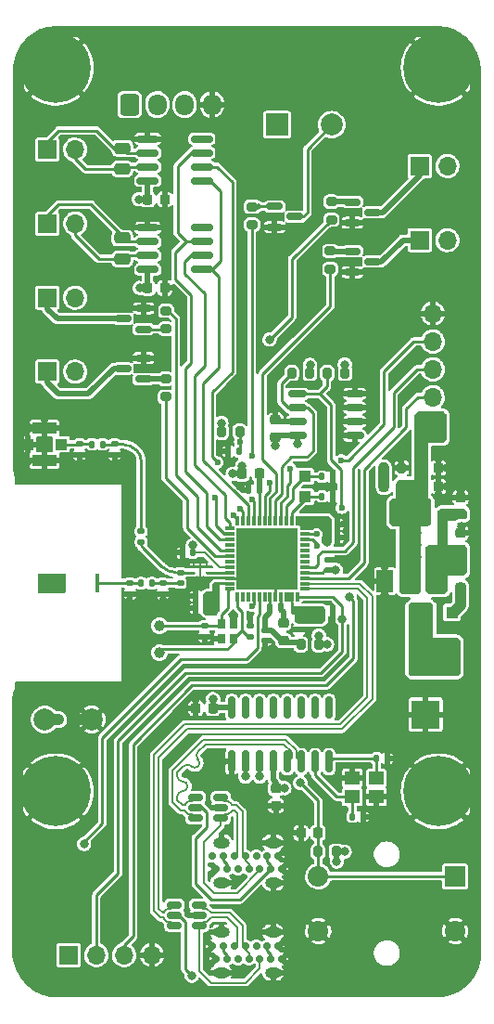
<source format=gbr>
%TF.GenerationSoftware,KiCad,Pcbnew,(6.0.2)*%
%TF.CreationDate,2022-04-29T18:18:38+02:00*%
%TF.ProjectId,reflowControllerV2,7265666c-6f77-4436-9f6e-74726f6c6c65,rev?*%
%TF.SameCoordinates,Original*%
%TF.FileFunction,Copper,L1,Top*%
%TF.FilePolarity,Positive*%
%FSLAX46Y46*%
G04 Gerber Fmt 4.6, Leading zero omitted, Abs format (unit mm)*
G04 Created by KiCad (PCBNEW (6.0.2)) date 2022-04-29 18:18:38*
%MOMM*%
%LPD*%
G01*
G04 APERTURE LIST*
G04 Aperture macros list*
%AMRoundRect*
0 Rectangle with rounded corners*
0 $1 Rounding radius*
0 $2 $3 $4 $5 $6 $7 $8 $9 X,Y pos of 4 corners*
0 Add a 4 corners polygon primitive as box body*
4,1,4,$2,$3,$4,$5,$6,$7,$8,$9,$2,$3,0*
0 Add four circle primitives for the rounded corners*
1,1,$1+$1,$2,$3*
1,1,$1+$1,$4,$5*
1,1,$1+$1,$6,$7*
1,1,$1+$1,$8,$9*
0 Add four rect primitives between the rounded corners*
20,1,$1+$1,$2,$3,$4,$5,0*
20,1,$1+$1,$4,$5,$6,$7,0*
20,1,$1+$1,$6,$7,$8,$9,0*
20,1,$1+$1,$8,$9,$2,$3,0*%
G04 Aperture macros list end*
%TA.AperFunction,ComponentPad*%
%ADD10C,6.400000*%
%TD*%
%TA.AperFunction,ComponentPad*%
%ADD11C,0.800000*%
%TD*%
%TA.AperFunction,SMDPad,CuDef*%
%ADD12RoundRect,0.150000X-0.587500X-0.150000X0.587500X-0.150000X0.587500X0.150000X-0.587500X0.150000X0*%
%TD*%
%TA.AperFunction,ComponentPad*%
%ADD13R,1.700000X1.700000*%
%TD*%
%TA.AperFunction,ComponentPad*%
%ADD14O,1.700000X1.700000*%
%TD*%
%TA.AperFunction,SMDPad,CuDef*%
%ADD15RoundRect,0.140000X0.170000X-0.140000X0.170000X0.140000X-0.170000X0.140000X-0.170000X-0.140000X0*%
%TD*%
%TA.AperFunction,SMDPad,CuDef*%
%ADD16C,1.000000*%
%TD*%
%TA.AperFunction,SMDPad,CuDef*%
%ADD17RoundRect,0.150000X0.512500X0.150000X-0.512500X0.150000X-0.512500X-0.150000X0.512500X-0.150000X0*%
%TD*%
%TA.AperFunction,SMDPad,CuDef*%
%ADD18RoundRect,0.150000X-0.825000X-0.150000X0.825000X-0.150000X0.825000X0.150000X-0.825000X0.150000X0*%
%TD*%
%TA.AperFunction,SMDPad,CuDef*%
%ADD19RoundRect,0.225000X0.225000X0.250000X-0.225000X0.250000X-0.225000X-0.250000X0.225000X-0.250000X0*%
%TD*%
%TA.AperFunction,SMDPad,CuDef*%
%ADD20RoundRect,0.200000X0.275000X-0.200000X0.275000X0.200000X-0.275000X0.200000X-0.275000X-0.200000X0*%
%TD*%
%TA.AperFunction,SMDPad,CuDef*%
%ADD21RoundRect,0.140000X-0.140000X-0.170000X0.140000X-0.170000X0.140000X0.170000X-0.140000X0.170000X0*%
%TD*%
%TA.AperFunction,SMDPad,CuDef*%
%ADD22RoundRect,0.147500X0.147500X0.172500X-0.147500X0.172500X-0.147500X-0.172500X0.147500X-0.172500X0*%
%TD*%
%TA.AperFunction,ComponentPad*%
%ADD23R,2.000000X2.000000*%
%TD*%
%TA.AperFunction,ComponentPad*%
%ADD24C,2.000000*%
%TD*%
%TA.AperFunction,SMDPad,CuDef*%
%ADD25RoundRect,0.225000X-0.250000X0.225000X-0.250000X-0.225000X0.250000X-0.225000X0.250000X0.225000X0*%
%TD*%
%TA.AperFunction,ComponentPad*%
%ADD26R,2.600000X2.600000*%
%TD*%
%TA.AperFunction,ComponentPad*%
%ADD27C,2.600000*%
%TD*%
%TA.AperFunction,SMDPad,CuDef*%
%ADD28RoundRect,0.200000X-0.275000X0.200000X-0.275000X-0.200000X0.275000X-0.200000X0.275000X0.200000X0*%
%TD*%
%TA.AperFunction,SMDPad,CuDef*%
%ADD29RoundRect,0.200000X0.200000X0.275000X-0.200000X0.275000X-0.200000X-0.275000X0.200000X-0.275000X0*%
%TD*%
%TA.AperFunction,SMDPad,CuDef*%
%ADD30RoundRect,0.150000X0.587500X0.150000X-0.587500X0.150000X-0.587500X-0.150000X0.587500X-0.150000X0*%
%TD*%
%TA.AperFunction,SMDPad,CuDef*%
%ADD31RoundRect,0.200000X-0.200000X-0.275000X0.200000X-0.275000X0.200000X0.275000X-0.200000X0.275000X0*%
%TD*%
%TA.AperFunction,SMDPad,CuDef*%
%ADD32RoundRect,0.140000X-0.170000X0.140000X-0.170000X-0.140000X0.170000X-0.140000X0.170000X0.140000X0*%
%TD*%
%TA.AperFunction,SMDPad,CuDef*%
%ADD33RoundRect,0.250000X-0.475000X0.250000X-0.475000X-0.250000X0.475000X-0.250000X0.475000X0.250000X0*%
%TD*%
%TA.AperFunction,SMDPad,CuDef*%
%ADD34RoundRect,0.225000X-0.225000X-0.250000X0.225000X-0.250000X0.225000X0.250000X-0.225000X0.250000X0*%
%TD*%
%TA.AperFunction,SMDPad,CuDef*%
%ADD35RoundRect,0.140000X0.140000X0.170000X-0.140000X0.170000X-0.140000X-0.170000X0.140000X-0.170000X0*%
%TD*%
%TA.AperFunction,SMDPad,CuDef*%
%ADD36C,2.000000*%
%TD*%
%TA.AperFunction,SMDPad,CuDef*%
%ADD37R,1.400000X1.200000*%
%TD*%
%TA.AperFunction,SMDPad,CuDef*%
%ADD38RoundRect,0.150000X0.150000X-0.825000X0.150000X0.825000X-0.150000X0.825000X-0.150000X-0.825000X0*%
%TD*%
%TA.AperFunction,SMDPad,CuDef*%
%ADD39R,1.100000X1.100000*%
%TD*%
%TA.AperFunction,SMDPad,CuDef*%
%ADD40R,1.500000X2.000000*%
%TD*%
%TA.AperFunction,SMDPad,CuDef*%
%ADD41R,3.800000X2.000000*%
%TD*%
%TA.AperFunction,SMDPad,CuDef*%
%ADD42R,0.800000X0.900000*%
%TD*%
%TA.AperFunction,SMDPad,CuDef*%
%ADD43RoundRect,0.218750X-0.218750X-0.256250X0.218750X-0.256250X0.218750X0.256250X-0.218750X0.256250X0*%
%TD*%
%TA.AperFunction,SMDPad,CuDef*%
%ADD44RoundRect,0.225000X0.250000X-0.225000X0.250000X0.225000X-0.250000X0.225000X-0.250000X-0.225000X0*%
%TD*%
%TA.AperFunction,SMDPad,CuDef*%
%ADD45R,0.400000X1.800000*%
%TD*%
%TA.AperFunction,SMDPad,CuDef*%
%ADD46RoundRect,0.150000X0.675000X0.150000X-0.675000X0.150000X-0.675000X-0.150000X0.675000X-0.150000X0*%
%TD*%
%TA.AperFunction,SMDPad,CuDef*%
%ADD47R,0.203200X0.203200*%
%TD*%
%TA.AperFunction,SMDPad,CuDef*%
%ADD48R,2.200000X1.050000*%
%TD*%
%TA.AperFunction,SMDPad,CuDef*%
%ADD49R,1.050000X1.000000*%
%TD*%
%TA.AperFunction,SMDPad,CuDef*%
%ADD50RoundRect,0.135000X0.135000X0.185000X-0.135000X0.185000X-0.135000X-0.185000X0.135000X-0.185000X0*%
%TD*%
%TA.AperFunction,SMDPad,CuDef*%
%ADD51RoundRect,0.008100X-0.126900X0.421900X-0.126900X-0.421900X0.126900X-0.421900X0.126900X0.421900X0*%
%TD*%
%TA.AperFunction,SMDPad,CuDef*%
%ADD52RoundRect,0.008100X-0.421900X-0.126900X0.421900X-0.126900X0.421900X0.126900X-0.421900X0.126900X0*%
%TD*%
%TA.AperFunction,SMDPad,CuDef*%
%ADD53R,5.600000X5.600000*%
%TD*%
%TA.AperFunction,SMDPad,CuDef*%
%ADD54R,1.100000X1.050000*%
%TD*%
%TA.AperFunction,SMDPad,CuDef*%
%ADD55RoundRect,0.218750X0.256250X-0.218750X0.256250X0.218750X-0.256250X0.218750X-0.256250X-0.218750X0*%
%TD*%
%TA.AperFunction,ComponentPad*%
%ADD56C,0.700000*%
%TD*%
%TA.AperFunction,ComponentPad*%
%ADD57O,1.500000X1.000000*%
%TD*%
%TA.AperFunction,ComponentPad*%
%ADD58RoundRect,0.250000X-0.600000X-0.725000X0.600000X-0.725000X0.600000X0.725000X-0.600000X0.725000X0*%
%TD*%
%TA.AperFunction,ComponentPad*%
%ADD59O,1.700000X1.950000*%
%TD*%
%TA.AperFunction,ComponentPad*%
%ADD60R,1.875000X1.875000*%
%TD*%
%TA.AperFunction,ComponentPad*%
%ADD61C,1.875000*%
%TD*%
%TA.AperFunction,ViaPad*%
%ADD62C,0.800000*%
%TD*%
%TA.AperFunction,ViaPad*%
%ADD63C,0.600000*%
%TD*%
%TA.AperFunction,Conductor*%
%ADD64C,0.200000*%
%TD*%
%TA.AperFunction,Conductor*%
%ADD65C,0.254000*%
%TD*%
%TA.AperFunction,Conductor*%
%ADD66C,0.250000*%
%TD*%
%TA.AperFunction,Conductor*%
%ADD67C,1.000000*%
%TD*%
%TA.AperFunction,Conductor*%
%ADD68C,0.500000*%
%TD*%
%TA.AperFunction,Conductor*%
%ADD69C,0.293370*%
%TD*%
G04 APERTURE END LIST*
D10*
%TO.P,H4,1,1*%
%TO.N,GND*%
X39000000Y-70000000D03*
D11*
X37302944Y-68302944D03*
X41400000Y-70000000D03*
X40697056Y-68302944D03*
X36600000Y-70000000D03*
X40697056Y-71697056D03*
X37302944Y-71697056D03*
X39000000Y-72400000D03*
X39000000Y-67600000D03*
%TD*%
D12*
%TO.P,Q1,1,G*%
%TO.N,Net-(Q1-Pad1)*%
X24012500Y-16650000D03*
%TO.P,Q1,2,S*%
%TO.N,GND*%
X24012500Y-18550000D03*
%TO.P,Q1,3,D*%
%TO.N,Net-(BZ1-Pad2)*%
X25887500Y-17600000D03*
%TD*%
D13*
%TO.P,J7,1,Pin_1*%
%TO.N,/T2-*%
X3250000Y-11475000D03*
D14*
%TO.P,J7,2,Pin_2*%
%TO.N,/T2+*%
X5790000Y-11475000D03*
%TD*%
D15*
%TO.P,C25,1*%
%TO.N,GND*%
X26225000Y-55280000D03*
%TO.P,C25,2*%
%TO.N,+3V3*%
X26225000Y-54320000D03*
%TD*%
D13*
%TO.P,J3,1,Pin_1*%
%TO.N,/SSR1*%
X3250000Y-24975000D03*
D14*
%TO.P,J3,2,Pin_2*%
%TO.N,+5V*%
X5790000Y-24975000D03*
%TD*%
D16*
%TO.P,TP3,1,1*%
%TO.N,/32M_OUT*%
X13500000Y-54900000D03*
%TD*%
D17*
%TO.P,U5,1,I/O1*%
%TO.N,/USB1_D-*%
X17137500Y-82250000D03*
%TO.P,U5,2,GND*%
%TO.N,GND*%
X17137500Y-81300000D03*
%TO.P,U5,3,I/O2*%
%TO.N,/USB1_D+*%
X17137500Y-80350000D03*
%TO.P,U5,4,I/O2*%
%TO.N,/ST_USB_D+*%
X14862500Y-80350000D03*
%TO.P,U5,5,VBUS*%
%TO.N,Net-(U1-PadA4)*%
X14862500Y-81300000D03*
%TO.P,U5,6,I/O1*%
%TO.N,/ST_USB_D-*%
X14862500Y-82250000D03*
%TD*%
D18*
%TO.P,U9,1,GND*%
%TO.N,GND*%
X12425000Y-10495000D03*
%TO.P,U9,2,T-*%
%TO.N,/T2-*%
X12425000Y-11765000D03*
%TO.P,U9,3,T+*%
%TO.N,/T2+*%
X12425000Y-13035000D03*
%TO.P,U9,4,VCC*%
%TO.N,+3V3*%
X12425000Y-14305000D03*
%TO.P,U9,5,SCK*%
%TO.N,/SPI1_SCK*%
X17375000Y-14305000D03*
%TO.P,U9,6,~{CS}*%
%TO.N,/T2_CS*%
X17375000Y-13035000D03*
%TO.P,U9,7,SO*%
%TO.N,/SPI1_MISO*%
X17375000Y-11765000D03*
%TO.P,U9,8*%
%TO.N,N/C*%
X17375000Y-10495000D03*
%TD*%
D19*
%TO.P,C17,1*%
%TO.N,GND*%
X13975000Y-16000000D03*
%TO.P,C17,2*%
%TO.N,+3V3*%
X12425000Y-16000000D03*
%TD*%
D20*
%TO.P,R7,1*%
%TO.N,/FAN1_IO*%
X29200000Y-17875000D03*
%TO.P,R7,2*%
%TO.N,Net-(Q2-Pad1)*%
X29200000Y-16225000D03*
%TD*%
D21*
%TO.P,C18,1*%
%TO.N,GND*%
X16820000Y-53300000D03*
%TO.P,C18,2*%
%TO.N,+3V3*%
X17780000Y-53300000D03*
%TD*%
%TO.P,C2,1*%
%TO.N,/32K_IN*%
X28320000Y-43100000D03*
%TO.P,C2,2*%
%TO.N,GND*%
X29280000Y-43100000D03*
%TD*%
%TO.P,C11,1*%
%TO.N,/12M_OUT*%
X33320000Y-67000000D03*
%TO.P,C11,2*%
%TO.N,GND*%
X34280000Y-67000000D03*
%TD*%
%TO.P,C29,1*%
%TO.N,+3V3*%
X28820000Y-45650000D03*
%TO.P,C29,2*%
%TO.N,GND*%
X29780000Y-45650000D03*
%TD*%
D22*
%TO.P,L2,1*%
%TO.N,Net-(C24-Pad2)*%
X12785000Y-51020000D03*
%TO.P,L2,2*%
%TO.N,Net-(ANT1-Pad1)*%
X11815000Y-51020000D03*
%TD*%
D15*
%TO.P,C34,1*%
%TO.N,Net-(C24-Pad1)*%
X11800000Y-47255000D03*
%TO.P,C34,2*%
%TO.N,Net-(C34-Pad2)*%
X11800000Y-46295000D03*
%TD*%
D13*
%TO.P,J2,1,Pin_1*%
%TO.N,/SSR2*%
X3250000Y-31725000D03*
D14*
%TO.P,J2,2,Pin_2*%
%TO.N,+5V*%
X5790000Y-31725000D03*
%TD*%
D23*
%TO.P,BZ1,1,-*%
%TO.N,+3V3*%
X24229216Y-9200000D03*
D24*
%TO.P,BZ1,2,+*%
%TO.N,Net-(BZ1-Pad2)*%
X29229216Y-9200000D03*
%TD*%
D25*
%TO.P,C5,1*%
%TO.N,GND*%
X41000000Y-43225000D03*
%TO.P,C5,2*%
%TO.N,/5V_IN*%
X41000000Y-44775000D03*
%TD*%
D26*
%TO.P,J11,1,Pin_1*%
%TO.N,GND*%
X37805000Y-63000000D03*
D27*
%TO.P,J11,2,Pin_2*%
%TO.N,/VIN*%
X37805000Y-58000000D03*
%TD*%
D16*
%TO.P,TP4,1,1*%
%TO.N,/32M_IN*%
X13500000Y-57350000D03*
%TD*%
D28*
%TO.P,R9,1*%
%TO.N,/SSR1_IO*%
X14100000Y-26175000D03*
%TO.P,R9,2*%
%TO.N,Net-(Q4-Pad1)*%
X14100000Y-27825000D03*
%TD*%
D20*
%TO.P,R8,1*%
%TO.N,/FAN2_IO*%
X29100000Y-22375000D03*
%TO.P,R8,2*%
%TO.N,Net-(Q3-Pad1)*%
X29100000Y-20725000D03*
%TD*%
D15*
%TO.P,C30,1*%
%TO.N,GND*%
X23150000Y-56255000D03*
%TO.P,C30,2*%
%TO.N,Net-(C30-Pad2)*%
X23150000Y-55295000D03*
%TD*%
D29*
%TO.P,JP2,1,A*%
%TO.N,+3V3*%
X28050000Y-56600000D03*
%TO.P,JP2,2,B*%
%TO.N,Net-(C30-Pad2)*%
X26400000Y-56600000D03*
%TD*%
D15*
%TO.P,C1,1*%
%TO.N,/32M_IN*%
X21800000Y-55880000D03*
%TO.P,C1,2*%
%TO.N,GND*%
X21800000Y-54920000D03*
%TD*%
%TO.P,C35,1*%
%TO.N,GND*%
X9400000Y-39300000D03*
%TO.P,C35,2*%
%TO.N,Net-(C34-Pad2)*%
X9400000Y-38340000D03*
%TD*%
D29*
%TO.P,JP1,1,A*%
%TO.N,Net-(JP1-Pad1)*%
X20825000Y-37200000D03*
%TO.P,JP1,2,B*%
%TO.N,+3V3*%
X19175000Y-37200000D03*
%TD*%
D30*
%TO.P,Q5,1,G*%
%TO.N,Net-(Q5-Pad1)*%
X12037500Y-32400000D03*
%TO.P,Q5,2,S*%
%TO.N,GND*%
X12037500Y-30500000D03*
%TO.P,Q5,3,D*%
%TO.N,/SSR2*%
X10162500Y-31450000D03*
%TD*%
D13*
%TO.P,J8,1,Pin_1*%
%TO.N,+3V3*%
X38455000Y-36610000D03*
D14*
%TO.P,J8,2,Pin_2*%
%TO.N,/SWDIO*%
X38455000Y-34070000D03*
%TO.P,J8,3,Pin_3*%
%TO.N,/SWCLK*%
X38455000Y-31530000D03*
%TO.P,J8,4,Pin_4*%
%TO.N,/NRST*%
X38455000Y-28990000D03*
%TO.P,J8,5,Pin_5*%
%TO.N,GND*%
X38455000Y-26450000D03*
%TD*%
D21*
%TO.P,C10,1*%
%TO.N,/12M_IN*%
X31120000Y-72300000D03*
%TO.P,C10,2*%
%TO.N,GND*%
X32080000Y-72300000D03*
%TD*%
D15*
%TO.P,C32,1*%
%TO.N,GND*%
X10800000Y-51980000D03*
%TO.P,C32,2*%
%TO.N,Net-(ANT1-Pad1)*%
X10800000Y-51020000D03*
%TD*%
D29*
%TO.P,R11,1*%
%TO.N,+3V3*%
X30450000Y-31850000D03*
%TO.P,R11,2*%
%TO.N,/I2C1_SDA*%
X28800000Y-31850000D03*
%TD*%
D25*
%TO.P,C33,1*%
%TO.N,GND*%
X24100000Y-36125000D03*
%TO.P,C33,2*%
%TO.N,+3V3*%
X24100000Y-37675000D03*
%TD*%
D18*
%TO.P,U8,1,GND*%
%TO.N,GND*%
X12425000Y-18595000D03*
%TO.P,U8,2,T-*%
%TO.N,/T1-*%
X12425000Y-19865000D03*
%TO.P,U8,3,T+*%
%TO.N,/T1+*%
X12425000Y-21135000D03*
%TO.P,U8,4,VCC*%
%TO.N,+3V3*%
X12425000Y-22405000D03*
%TO.P,U8,5,SCK*%
%TO.N,/SPI1_SCK*%
X17375000Y-22405000D03*
%TO.P,U8,6,~{CS}*%
%TO.N,/T1_CS*%
X17375000Y-21135000D03*
%TO.P,U8,7,SO*%
%TO.N,/SPI1_MISO*%
X17375000Y-19865000D03*
%TO.P,U8,8*%
%TO.N,N/C*%
X17375000Y-18595000D03*
%TD*%
D15*
%TO.P,C36,1*%
%TO.N,GND*%
X6200000Y-39300000D03*
%TO.P,C36,2*%
%TO.N,Net-(C36-Pad2)*%
X6200000Y-38340000D03*
%TD*%
D19*
%TO.P,C7,1*%
%TO.N,GND*%
X38975000Y-42200000D03*
%TO.P,C7,2*%
%TO.N,+3V3*%
X37425000Y-42200000D03*
%TD*%
D20*
%TO.P,R10,1*%
%TO.N,/SSR2_IO*%
X14050000Y-34025000D03*
%TO.P,R10,2*%
%TO.N,Net-(Q5-Pad1)*%
X14050000Y-32375000D03*
%TD*%
D31*
%TO.P,R2,1*%
%TO.N,Net-(D1-Pad1)*%
X33975000Y-40500000D03*
%TO.P,R2,2*%
%TO.N,GND*%
X35625000Y-40500000D03*
%TD*%
D21*
%TO.P,C6,1*%
%TO.N,/32K_OUT*%
X28320000Y-41300000D03*
%TO.P,C6,2*%
%TO.N,GND*%
X29280000Y-41300000D03*
%TD*%
D32*
%TO.P,C23,1*%
%TO.N,GND*%
X28900000Y-48870000D03*
%TO.P,C23,2*%
%TO.N,+3V3*%
X28900000Y-49830000D03*
%TD*%
D33*
%TO.P,C13,1*%
%TO.N,/T1-*%
X10100000Y-19550000D03*
%TO.P,C13,2*%
%TO.N,/T1+*%
X10100000Y-21450000D03*
%TD*%
D11*
%TO.P,H3,1,1*%
%TO.N,GND*%
X2302944Y-71697056D03*
X4000000Y-72400000D03*
X5697056Y-68302944D03*
X2302944Y-68302944D03*
X6400000Y-70000000D03*
X5697056Y-71697056D03*
D10*
X4000000Y-70000000D03*
D11*
X1600000Y-70000000D03*
X4000000Y-67600000D03*
%TD*%
D34*
%TO.P,C8,1*%
%TO.N,GND*%
X26425000Y-73800000D03*
%TO.P,C8,2*%
%TO.N,/NRST*%
X27975000Y-73800000D03*
%TD*%
D12*
%TO.P,Q2,1,G*%
%TO.N,Net-(Q2-Pad1)*%
X31112500Y-16250000D03*
%TO.P,Q2,2,S*%
%TO.N,GND*%
X31112500Y-18150000D03*
%TO.P,Q2,3,D*%
%TO.N,/FAN1*%
X32987500Y-17200000D03*
%TD*%
D35*
%TO.P,C22,1*%
%TO.N,GND*%
X29780000Y-46850000D03*
%TO.P,C22,2*%
%TO.N,+3V3*%
X28820000Y-46850000D03*
%TD*%
D29*
%TO.P,R1,1*%
%TO.N,+3V3*%
X29625000Y-75500000D03*
%TO.P,R1,2*%
%TO.N,/NRST*%
X27975000Y-75500000D03*
%TD*%
D36*
%TO.P,TP1,1,1*%
%TO.N,+3V3*%
X3000000Y-63450000D03*
%TD*%
D29*
%TO.P,R4,1*%
%TO.N,+3V3*%
X27225000Y-31850000D03*
%TO.P,R4,2*%
%TO.N,/I2C1_SCL*%
X25575000Y-31850000D03*
%TD*%
D11*
%TO.P,H1,1,1*%
%TO.N,GND*%
X4000000Y-6400000D03*
X1600000Y-4000000D03*
X2302944Y-5697056D03*
X6400000Y-4000000D03*
X5697056Y-2302944D03*
X2302944Y-2302944D03*
X4000000Y-1600000D03*
D10*
X4000000Y-4000000D03*
D11*
X5697056Y-5697056D03*
%TD*%
D37*
%TO.P,Y3,1,1*%
%TO.N,/12M_IN*%
X31100000Y-70500000D03*
%TO.P,Y3,2,2*%
%TO.N,GND*%
X33300000Y-70500000D03*
%TO.P,Y3,3,3*%
%TO.N,/12M_OUT*%
X33300000Y-68800000D03*
%TO.P,Y3,4,4*%
%TO.N,GND*%
X31100000Y-68800000D03*
%TD*%
D19*
%TO.P,C15,1*%
%TO.N,GND*%
X13975000Y-24100000D03*
%TO.P,C15,2*%
%TO.N,+3V3*%
X12425000Y-24100000D03*
%TD*%
D38*
%TO.P,U7,1,GND*%
%TO.N,GND*%
X20090000Y-67300000D03*
%TO.P,U7,2,TXD*%
%TO.N,/LPUART1_RX*%
X21360000Y-67300000D03*
%TO.P,U7,3,RXD*%
%TO.N,/LPUART1_TX*%
X22630000Y-67300000D03*
%TO.P,U7,4,V3*%
%TO.N,+3V3*%
X23900000Y-67300000D03*
%TO.P,U7,5,UD+*%
%TO.N,/UART_USB_D+*%
X25170000Y-67300000D03*
%TO.P,U7,6,UD-*%
%TO.N,/UART_USB_D-*%
X26440000Y-67300000D03*
%TO.P,U7,7,XI*%
%TO.N,/12M_IN*%
X27710000Y-67300000D03*
%TO.P,U7,8,XO*%
%TO.N,/12M_OUT*%
X28980000Y-67300000D03*
%TO.P,U7,9,~{CTS}*%
%TO.N,unconnected-(U7-Pad9)*%
X28980000Y-62350000D03*
%TO.P,U7,10,~{DSR}*%
%TO.N,unconnected-(U7-Pad10)*%
X27710000Y-62350000D03*
%TO.P,U7,11,~{RI}*%
%TO.N,unconnected-(U7-Pad11)*%
X26440000Y-62350000D03*
%TO.P,U7,12,~{DCD}*%
%TO.N,unconnected-(U7-Pad12)*%
X25170000Y-62350000D03*
%TO.P,U7,13,~{DTR}*%
%TO.N,unconnected-(U7-Pad13)*%
X23900000Y-62350000D03*
%TO.P,U7,14,~{RTS}*%
%TO.N,unconnected-(U7-Pad14)*%
X22630000Y-62350000D03*
%TO.P,U7,15,R232*%
%TO.N,unconnected-(U7-Pad15)*%
X21360000Y-62350000D03*
%TO.P,U7,16,VCC*%
%TO.N,+3V3*%
X20090000Y-62350000D03*
%TD*%
D39*
%TO.P,D3,1,K*%
%TO.N,+5V*%
X40200000Y-53700000D03*
%TO.P,D3,2,A*%
%TO.N,/VIN*%
X37400000Y-53700000D03*
%TD*%
D13*
%TO.P,J4,1,Pin_1*%
%TO.N,/FAN2*%
X37250000Y-19725000D03*
D14*
%TO.P,J4,2,Pin_2*%
%TO.N,+5V*%
X39790000Y-19725000D03*
%TD*%
D32*
%TO.P,C4,1*%
%TO.N,/32M_OUT*%
X17600000Y-54920000D03*
%TO.P,C4,2*%
%TO.N,GND*%
X17600000Y-55880000D03*
%TD*%
D40*
%TO.P,U3,1,GND*%
%TO.N,GND*%
X34100000Y-50850000D03*
%TO.P,U3,2,VO*%
%TO.N,+3V3*%
X36400000Y-50850000D03*
D41*
X36400000Y-44550000D03*
D40*
%TO.P,U3,3,VI*%
%TO.N,/5V_IN*%
X38700000Y-50850000D03*
%TD*%
D11*
%TO.P,H2,1,1*%
%TO.N,GND*%
X37302944Y-2302944D03*
X36600000Y-4000000D03*
X37302944Y-5697056D03*
X41400000Y-4000000D03*
X40697056Y-2302944D03*
D10*
X39000000Y-4000000D03*
D11*
X39000000Y-6400000D03*
X40697056Y-5697056D03*
X39000000Y-1600000D03*
%TD*%
D42*
%TO.P,Y1,1,1*%
%TO.N,/32M_IN*%
X20250000Y-56100000D03*
%TO.P,Y1,2,2*%
%TO.N,GND*%
X20250000Y-54700000D03*
%TO.P,Y1,3,3*%
%TO.N,/32M_OUT*%
X19150000Y-54700000D03*
%TO.P,Y1,4,4*%
%TO.N,GND*%
X19150000Y-56100000D03*
%TD*%
D43*
%TO.P,D1,1,K*%
%TO.N,Net-(D1-Pad1)*%
X34012500Y-42200000D03*
%TO.P,D1,2,A*%
%TO.N,+3V3*%
X35587500Y-42200000D03*
%TD*%
D44*
%TO.P,C12,1*%
%TO.N,GND*%
X24135000Y-71300000D03*
%TO.P,C12,2*%
%TO.N,+3V3*%
X24135000Y-69750000D03*
%TD*%
D12*
%TO.P,Q3,1,G*%
%TO.N,Net-(Q3-Pad1)*%
X31112500Y-20750000D03*
%TO.P,Q3,2,S*%
%TO.N,GND*%
X31112500Y-22650000D03*
%TO.P,Q3,3,D*%
%TO.N,/FAN2*%
X32987500Y-21700000D03*
%TD*%
D43*
%TO.P,FB2,1*%
%TO.N,+3V3*%
X21037500Y-41050000D03*
%TO.P,FB2,2*%
%TO.N,Net-(C31-Pad2)*%
X22612500Y-41050000D03*
%TD*%
D13*
%TO.P,J6,1,Pin_1*%
%TO.N,/T1-*%
X3250000Y-18225000D03*
D14*
%TO.P,J6,2,Pin_2*%
%TO.N,/T1+*%
X5790000Y-18225000D03*
%TD*%
D45*
%TO.P,ANT1,1,FEED*%
%TO.N,Net-(ANT1-Pad1)*%
X7800000Y-51020000D03*
%TO.P,ANT1,2,SP*%
%TO.N,/ANT_NC*%
X4700000Y-51020000D03*
%TD*%
D46*
%TO.P,U10,1,A0*%
%TO.N,GND*%
X31325000Y-37555000D03*
%TO.P,U10,2,A1*%
X31325000Y-36285000D03*
%TO.P,U10,3,A2*%
X31325000Y-35015000D03*
%TO.P,U10,4,GND*%
X31325000Y-33745000D03*
%TO.P,U10,5,SDA*%
%TO.N,/I2C1_SDA*%
X26075000Y-33745000D03*
%TO.P,U10,6,SCL*%
%TO.N,/I2C1_SCL*%
X26075000Y-35015000D03*
%TO.P,U10,7,WP*%
%TO.N,GND*%
X26075000Y-36285000D03*
%TO.P,U10,8,VCC*%
%TO.N,+3V3*%
X26075000Y-37555000D03*
%TD*%
D15*
%TO.P,C26,1*%
%TO.N,GND*%
X13800000Y-51980000D03*
%TO.P,C26,2*%
%TO.N,Net-(C24-Pad2)*%
X13800000Y-51020000D03*
%TD*%
D20*
%TO.P,R5,1*%
%TO.N,/BUZ*%
X21950000Y-18325000D03*
%TO.P,R5,2*%
%TO.N,Net-(Q1-Pad1)*%
X21950000Y-16675000D03*
%TD*%
D47*
%TO.P,F1,1,OUT*%
%TO.N,Net-(C24-Pad1)*%
X16613001Y-50044000D03*
%TO.P,F1,2,GND*%
%TO.N,GND*%
X17200000Y-50044000D03*
%TO.P,F1,3,IN*%
%TO.N,Net-(F1-Pad3)*%
X17786999Y-50044000D03*
%TO.P,F1,4,GND*%
%TO.N,GND*%
X17786999Y-49536000D03*
%TO.P,F1,5,GND*%
X17200000Y-49536000D03*
%TO.P,F1,6,GND*%
X16613001Y-49536000D03*
%TD*%
D21*
%TO.P,C31,1*%
%TO.N,GND*%
X21645000Y-42550000D03*
%TO.P,C31,2*%
%TO.N,Net-(C31-Pad2)*%
X22605000Y-42550000D03*
%TD*%
D48*
%TO.P,J12,GND1,GND*%
%TO.N,GND*%
X3000000Y-36875000D03*
%TO.P,J12,GND2,GND*%
X3000000Y-39825000D03*
D49*
%TO.P,J12,OPTIONAL_GND,GND*%
X1475000Y-38350000D03*
%TO.P,J12,SIGNAL,SIGNAL*%
%TO.N,Net-(C36-Pad2)*%
X4525000Y-38350000D03*
%TD*%
D36*
%TO.P,TP2,1,1*%
%TO.N,GND*%
X7300000Y-63450000D03*
%TD*%
D35*
%TO.P,C27,1*%
%TO.N,+3V3*%
X16530000Y-48250000D03*
%TO.P,C27,2*%
%TO.N,GND*%
X15570000Y-48250000D03*
%TD*%
D17*
%TO.P,U6,1,I/O1*%
%TO.N,/USB2_D-*%
X19087500Y-72450000D03*
%TO.P,U6,2,GND*%
%TO.N,GND*%
X19087500Y-71500000D03*
%TO.P,U6,3,I/O2*%
%TO.N,/USB2_D+*%
X19087500Y-70550000D03*
%TO.P,U6,4,I/O2*%
%TO.N,/UART_USB_D+*%
X16812500Y-70550000D03*
%TO.P,U6,5,VBUS*%
%TO.N,Net-(U2-PadA4)*%
X16812500Y-71500000D03*
%TO.P,U6,6,I/O1*%
%TO.N,/UART_USB_D-*%
X16812500Y-72450000D03*
%TD*%
D50*
%TO.P,R3,1*%
%TO.N,Net-(JP1-Pad1)*%
X20810000Y-39000000D03*
%TO.P,R3,2*%
%TO.N,GND*%
X19790000Y-39000000D03*
%TD*%
D13*
%TO.P,J5,1,Pin_1*%
%TO.N,/FAN1*%
X37250000Y-12975000D03*
D14*
%TO.P,J5,2,Pin_2*%
%TO.N,+5V*%
X39790000Y-12975000D03*
%TD*%
D25*
%TO.P,C3,2*%
%TO.N,/5V_IN*%
X41000000Y-47975000D03*
%TO.P,C3,1*%
%TO.N,GND*%
X41000000Y-46425000D03*
%TD*%
D22*
%TO.P,L4,1*%
%TO.N,Net-(C34-Pad2)*%
X8285000Y-38350000D03*
%TO.P,L4,2*%
%TO.N,Net-(C36-Pad2)*%
X7315000Y-38350000D03*
%TD*%
D21*
%TO.P,C19,1*%
%TO.N,GND*%
X16820000Y-52200000D03*
%TO.P,C19,2*%
%TO.N,+3V3*%
X17780000Y-52200000D03*
%TD*%
D32*
%TO.P,C24,1*%
%TO.N,Net-(C24-Pad1)*%
X15400000Y-50060000D03*
%TO.P,C24,2*%
%TO.N,Net-(C24-Pad2)*%
X15400000Y-51020000D03*
%TD*%
D19*
%TO.P,C14,1*%
%TO.N,+3V3*%
X18375000Y-62400000D03*
%TO.P,C14,2*%
%TO.N,GND*%
X16825000Y-62400000D03*
%TD*%
D51*
%TO.P,U4,1,VBAT*%
%TO.N,+3V3*%
X26100000Y-45365000D03*
%TO.P,U4,2,PC14-OSC32_IN*%
%TO.N,/32K_IN*%
X25600000Y-45365000D03*
%TO.P,U4,3,PC15-OSC32_OUT*%
%TO.N,/32K_OUT*%
X25100000Y-45365000D03*
%TO.P,U4,4,PH3_BOOT0*%
%TO.N,Net-(JP1-Pad1)*%
X24600000Y-45365000D03*
%TO.P,U4,5,PB8*%
%TO.N,/I2C1_SCL*%
X24100000Y-45365000D03*
%TO.P,U4,6,PB9*%
%TO.N,/FAN2_IO*%
X23600000Y-45365000D03*
%TO.P,U4,7,NRST*%
%TO.N,/NRST*%
X23100000Y-45365000D03*
%TO.P,U4,8,VDDA/VREF+*%
%TO.N,Net-(C31-Pad2)*%
X22600000Y-45365000D03*
%TO.P,U4,9,PA0*%
%TO.N,/BUZ*%
X22100000Y-45365000D03*
%TO.P,U4,10,PA1*%
%TO.N,/SPI1_SCK*%
X21600000Y-45365000D03*
%TO.P,U4,11,PA2*%
%TO.N,/LPUART1_TX*%
X21100000Y-45365000D03*
%TO.P,U4,12,PA3*%
%TO.N,/LPUART1_RX*%
X20600000Y-45365000D03*
D52*
%TO.P,U4,13,PA4*%
%TO.N,/T1_CS*%
X19915000Y-46050000D03*
%TO.P,U4,14,PA5*%
%TO.N,/T2_CS*%
X19915000Y-46550000D03*
%TO.P,U4,15,PA6*%
%TO.N,/SPI1_MISO*%
X19915000Y-47050000D03*
%TO.P,U4,16,PA7*%
%TO.N,unconnected-(U4-Pad16)*%
X19915000Y-47550000D03*
%TO.P,U4,17,PA8*%
%TO.N,/SSR1_IO*%
X19915000Y-48050000D03*
%TO.P,U4,18,PA9*%
%TO.N,/SSR2_IO*%
X19915000Y-48550000D03*
%TO.P,U4,19,PB2*%
%TO.N,unconnected-(U4-Pad19)*%
X19915000Y-49050000D03*
%TO.P,U4,20,VDD/VDDT*%
%TO.N,+3V3*%
X19915000Y-49550000D03*
%TO.P,U4,21,RF1*%
%TO.N,Net-(F1-Pad3)*%
X19915000Y-50050000D03*
%TO.P,U4,22,RF0*%
%TO.N,GND*%
X19915000Y-50550000D03*
%TO.P,U4,23,VDDRF*%
%TO.N,+3V3*%
X19915000Y-51050000D03*
%TO.P,U4,24,OSC_OUT*%
%TO.N,/32M_OUT*%
X19915000Y-51550000D03*
D51*
%TO.P,U4,25,OSC_IN*%
%TO.N,/32M_IN*%
X20600000Y-52235000D03*
%TO.P,U4,26,AT0*%
%TO.N,unconnected-(U4-Pad26)*%
X21100000Y-52235000D03*
%TO.P,U4,27,AT1*%
%TO.N,unconnected-(U4-Pad27)*%
X21600000Y-52235000D03*
%TO.P,U4,28,PB0*%
%TO.N,/FAN1_IO*%
X22100000Y-52235000D03*
%TO.P,U4,29,PB1*%
%TO.N,/WS_DATA*%
X22600000Y-52235000D03*
%TO.P,U4,30,PE4*%
%TO.N,unconnected-(U4-Pad30)*%
X23100000Y-52235000D03*
%TO.P,U4,31,VFBSMPS*%
%TO.N,Net-(C30-Pad2)*%
X23600000Y-52235000D03*
%TO.P,U4,32,VSSSMPS*%
%TO.N,GND*%
X24100000Y-52235000D03*
%TO.P,U4,33,VLXSMPS*%
%TO.N,Net-(L3-Pad2)*%
X24600000Y-52235000D03*
%TO.P,U4,34,VDDSMPS*%
%TO.N,+3V3*%
X25100000Y-52235000D03*
%TO.P,U4,35,VDD*%
X25600000Y-52235000D03*
%TO.P,U4,36,PA10*%
%TO.N,/USART1_RX*%
X26100000Y-52235000D03*
D52*
%TO.P,U4,37,PA11*%
%TO.N,/ST_USB_D-*%
X26785000Y-51550000D03*
%TO.P,U4,38,PA12*%
%TO.N,/ST_USB_D+*%
X26785000Y-51050000D03*
%TO.P,U4,39,PA13-SWDIO*%
%TO.N,/SWDIO*%
X26785000Y-50550000D03*
%TO.P,U4,40,VDDUSB*%
%TO.N,+3V3*%
X26785000Y-50050000D03*
%TO.P,U4,41,PA14_SWCLK*%
%TO.N,/SWCLK*%
X26785000Y-49550000D03*
%TO.P,U4,42,PA15*%
%TO.N,unconnected-(U4-Pad42)*%
X26785000Y-49050000D03*
%TO.P,U4,43,PB3-SWO*%
%TO.N,/SWO*%
X26785000Y-48550000D03*
%TO.P,U4,44,PB4*%
%TO.N,unconnected-(U4-Pad44)*%
X26785000Y-48050000D03*
%TO.P,U4,45,PB5*%
%TO.N,unconnected-(U4-Pad45)*%
X26785000Y-47550000D03*
%TO.P,U4,46,PB6*%
%TO.N,/USART1_TX*%
X26785000Y-47050000D03*
%TO.P,U4,47,PB7*%
%TO.N,/I2C1_SDA*%
X26785000Y-46550000D03*
%TO.P,U4,48,VDD*%
%TO.N,+3V3*%
X26785000Y-46050000D03*
D53*
%TO.P,U4,49,EP*%
%TO.N,GND*%
X23350000Y-48800000D03*
%TD*%
D54*
%TO.P,Y2,1,1*%
%TO.N,/32K_IN*%
X26800000Y-43125000D03*
%TO.P,Y2,2,2*%
%TO.N,/32K_OUT*%
X26800000Y-41275000D03*
%TD*%
D55*
%TO.P,FB1,1*%
%TO.N,+5V*%
X41000000Y-51387500D03*
%TO.P,FB1,2*%
%TO.N,/5V_IN*%
X41000000Y-49812500D03*
%TD*%
D21*
%TO.P,C28,1*%
%TO.N,+3V3*%
X28320000Y-53500000D03*
%TO.P,C28,2*%
%TO.N,GND*%
X29280000Y-53500000D03*
%TD*%
D33*
%TO.P,C16,1*%
%TO.N,/T2-*%
X10100000Y-11350000D03*
%TO.P,C16,2*%
%TO.N,/T2+*%
X10100000Y-13250000D03*
%TD*%
D30*
%TO.P,Q4,1,G*%
%TO.N,Net-(Q4-Pad1)*%
X12037500Y-27850000D03*
%TO.P,Q4,2,S*%
%TO.N,GND*%
X12037500Y-25950000D03*
%TO.P,Q4,3,D*%
%TO.N,/SSR1*%
X10162500Y-26900000D03*
%TD*%
D19*
%TO.P,C9,1*%
%TO.N,GND*%
X38975000Y-40500000D03*
%TO.P,C9,2*%
%TO.N,+3V3*%
X37425000Y-40500000D03*
%TD*%
D55*
%TO.P,L3,1*%
%TO.N,Net-(C30-Pad2)*%
X24800000Y-56237500D03*
%TO.P,L3,2*%
%TO.N,Net-(L3-Pad2)*%
X24800000Y-54662500D03*
%TD*%
D56*
%TO.P,U2,A1,GND*%
%TO.N,GND*%
X24340000Y-75920000D03*
%TO.P,U2,A4,VBUS*%
%TO.N,Net-(U2-PadA4)*%
X23340000Y-75920000D03*
%TO.P,U2,A5,CC1*%
%TO.N,unconnected-(U2-PadA5)*%
X22340000Y-75920000D03*
%TO.P,U2,A6,DP1*%
%TO.N,/USB2_D+*%
X21340000Y-75920000D03*
%TO.P,U2,A7,DN1*%
%TO.N,/USB2_D-*%
X20340000Y-75920000D03*
%TO.P,U2,A9,VBUS*%
%TO.N,Net-(U2-PadA4)*%
X19340000Y-75920000D03*
%TO.P,U2,A12,GND*%
%TO.N,GND*%
X18340000Y-75920000D03*
%TO.P,U2,B1,GND*%
X18660000Y-77080000D03*
%TO.P,U2,B4,VBUS*%
%TO.N,Net-(U2-PadA4)*%
X19660000Y-77080000D03*
%TO.P,U2,B5,CC2*%
%TO.N,unconnected-(U2-PadB5)*%
X20660000Y-77080000D03*
%TO.P,U2,B6,DP2*%
%TO.N,/USB2_D+*%
X21660000Y-77080000D03*
%TO.P,U2,B7,DN2*%
%TO.N,/USB2_D-*%
X22660000Y-77080000D03*
%TO.P,U2,B9,VBUS*%
%TO.N,Net-(U2-PadA4)*%
X23660000Y-77080000D03*
%TO.P,U2,B12,GND*%
%TO.N,GND*%
X24660000Y-77080000D03*
D57*
%TO.P,U2,MH1,MH*%
X23870000Y-74670000D03*
X23870000Y-78330000D03*
%TO.P,U2,MH2,MH*%
X19130000Y-74670000D03*
X19130000Y-78330000D03*
%TD*%
D14*
%TO.P,J9,4,Pin_4*%
%TO.N,GND*%
X12795000Y-84925000D03*
%TO.P,J9,3,Pin_3*%
%TO.N,/USART1_TX*%
X10255000Y-84925000D03*
%TO.P,J9,2,Pin_2*%
%TO.N,/USART1_RX*%
X7715000Y-84925000D03*
D13*
%TO.P,J9,1,Pin_1*%
%TO.N,+5V*%
X5175000Y-84925000D03*
%TD*%
D58*
%TO.P,J10,1,Pin_1*%
%TO.N,+5V*%
X10750000Y-7372500D03*
D59*
%TO.P,J10,2,Pin_2*%
%TO.N,/USART1_RX*%
X13290000Y-7372500D03*
%TO.P,J10,3,Pin_3*%
%TO.N,/USART1_TX*%
X15790000Y-7372500D03*
%TO.P,J10,4,Pin_4*%
%TO.N,GND*%
X18290000Y-7372500D03*
%TD*%
D56*
%TO.P,U1,A1,GND*%
%TO.N,GND*%
X24340000Y-84120000D03*
%TO.P,U1,A4,VBUS*%
%TO.N,Net-(U1-PadA4)*%
X23340000Y-84120000D03*
%TO.P,U1,A5,CC1*%
%TO.N,unconnected-(U1-PadA5)*%
X22340000Y-84120000D03*
%TO.P,U1,A6,DP1*%
%TO.N,/USB1_D+*%
X21340000Y-84120000D03*
%TO.P,U1,A7,DN1*%
%TO.N,/USB1_D-*%
X20340000Y-84120000D03*
%TO.P,U1,A9,VBUS*%
%TO.N,Net-(U1-PadA4)*%
X19340000Y-84120000D03*
%TO.P,U1,A12,GND*%
%TO.N,GND*%
X18340000Y-84120000D03*
%TO.P,U1,B1,GND*%
X18660000Y-85280000D03*
%TO.P,U1,B4,VBUS*%
%TO.N,Net-(U1-PadA4)*%
X19660000Y-85280000D03*
%TO.P,U1,B5,CC2*%
%TO.N,unconnected-(U1-PadB5)*%
X20660000Y-85280000D03*
%TO.P,U1,B6,DP2*%
%TO.N,/USB1_D+*%
X21660000Y-85280000D03*
%TO.P,U1,B7,DN2*%
%TO.N,/USB1_D-*%
X22660000Y-85280000D03*
%TO.P,U1,B9,VBUS*%
%TO.N,Net-(U1-PadA4)*%
X23660000Y-85280000D03*
%TO.P,U1,B12,GND*%
%TO.N,GND*%
X24660000Y-85280000D03*
D57*
%TO.P,U1,MH1,MH*%
X23870000Y-86530000D03*
X23870000Y-82870000D03*
%TO.P,U1,MH2,MH*%
X19130000Y-86530000D03*
X19130000Y-82870000D03*
%TD*%
D60*
%TO.P,SW1,1*%
%TO.N,/NRST*%
X40500000Y-77750000D03*
D61*
%TO.P,SW1,2*%
X28000000Y-77750000D03*
%TO.P,SW1,3*%
%TO.N,GND*%
X40500000Y-82750000D03*
%TO.P,SW1,4*%
X28000000Y-82750000D03*
%TD*%
D62*
%TO.N,GND*%
X41050000Y-45824500D03*
%TO.N,+3V3*%
X16550000Y-47550000D03*
%TO.N,GND*%
X41800000Y-86700000D03*
X40300000Y-87900000D03*
X3000000Y-88100000D03*
X1200000Y-86700000D03*
X42400000Y-77400000D03*
X500020Y-84402993D03*
X42400000Y-84600000D03*
X42400000Y-79900000D03*
X42400000Y-82400000D03*
X42400000Y-69900000D03*
X42400000Y-57400000D03*
X42400000Y-67400000D03*
X42400000Y-49900000D03*
X42400000Y-44900000D03*
X42400000Y-54900000D03*
X42400000Y-42400000D03*
X42400000Y-62400000D03*
X42400000Y-47400000D03*
X42400000Y-74900000D03*
X42400000Y-72400000D03*
X42400000Y-59900000D03*
X42400000Y-52400000D03*
X42400000Y-64900000D03*
X42400000Y-34900000D03*
X42400000Y-22400000D03*
X42400000Y-32400000D03*
X42400000Y-14900000D03*
X42400000Y-9900000D03*
X42400000Y-19900000D03*
X42400000Y-7400000D03*
X42400000Y-27400000D03*
X42400000Y-12400000D03*
X42400000Y-39900000D03*
X42400000Y-37400000D03*
X42400000Y-24900000D03*
X42400000Y-17400000D03*
X42400000Y-29900000D03*
X600000Y-34900000D03*
X600000Y-22400000D03*
X600000Y-32400000D03*
X600000Y-14900000D03*
X600000Y-9900000D03*
X600000Y-19900000D03*
X600000Y-7400000D03*
X600000Y-27400000D03*
X600000Y-12400000D03*
X600000Y-39900000D03*
X600000Y-37400000D03*
X600000Y-24900000D03*
X600000Y-17400000D03*
X600000Y-29900000D03*
X10000000Y-750000D03*
X22500000Y-750000D03*
X12500000Y-750000D03*
X30000000Y-750000D03*
X35000000Y-750000D03*
X25000000Y-750000D03*
X37500000Y-750000D03*
X17500000Y-750000D03*
X32500000Y-750000D03*
X5000000Y-750000D03*
X7500000Y-750000D03*
X20000000Y-750000D03*
X27500000Y-750000D03*
X15000000Y-750000D03*
X38000000Y-88300000D03*
X35500000Y-88300000D03*
X33000000Y-88300000D03*
X30500000Y-88300000D03*
X28000000Y-88300000D03*
X25500000Y-88300000D03*
X23000000Y-88300000D03*
X20500000Y-88300000D03*
X18000000Y-88300000D03*
X15500000Y-88300000D03*
X13000000Y-88300000D03*
X10500000Y-88300000D03*
X8000000Y-88300000D03*
X5500000Y-88300000D03*
X500020Y-82000000D03*
X500020Y-79749980D03*
X500020Y-77249980D03*
X500020Y-74749980D03*
X500020Y-72249980D03*
X500020Y-69749980D03*
X500020Y-67249980D03*
X500020Y-64749980D03*
X500020Y-62249980D03*
%TO.N,+3V3*%
X18400000Y-61600000D03*
X37000000Y-47500000D03*
X20200000Y-41050000D03*
X26100000Y-38300000D03*
X30400000Y-75500000D03*
X24100000Y-38500000D03*
X28800000Y-47300011D03*
X18450000Y-53300000D03*
X35800000Y-47500000D03*
X29700000Y-76400000D03*
X11600000Y-16000000D03*
X27950000Y-45425000D03*
X11700000Y-24100000D03*
X35800000Y-46400000D03*
X21050000Y-40300000D03*
X27250000Y-31100000D03*
X28800000Y-56600000D03*
X19150000Y-36400000D03*
X27675000Y-53525000D03*
X29600000Y-49800000D03*
X18450000Y-52175000D03*
X26225000Y-53675000D03*
X37000000Y-46400000D03*
X30425000Y-31075000D03*
X35800000Y-48600000D03*
X24900000Y-69700000D03*
X37000000Y-48600000D03*
X26850000Y-45300000D03*
X28050000Y-55800000D03*
X4300000Y-63450000D03*
%TO.N,GND*%
X6520000Y-77710000D03*
D63*
X30300000Y-45600000D03*
D62*
X13115000Y-40490000D03*
X34100000Y-49500000D03*
X21050000Y-34450000D03*
X8000000Y-41500000D03*
X7000000Y-60500000D03*
X12830000Y-38430000D03*
X14780000Y-52370000D03*
X39000000Y-43000000D03*
X16000000Y-78100000D03*
X34100000Y-52100000D03*
X6000000Y-41500000D03*
X10500000Y-42500000D03*
X13115000Y-39490000D03*
X10100000Y-36925000D03*
X39700000Y-42200000D03*
X10000000Y-41500000D03*
X7025000Y-36925000D03*
X13090000Y-44490000D03*
X23700000Y-57050000D03*
X23350000Y-50200000D03*
X14600000Y-72500000D03*
X35300000Y-39600000D03*
X9000000Y-60500000D03*
X3000000Y-60500000D03*
X21300000Y-48706143D03*
X1000000Y-60500000D03*
X10500000Y-46500000D03*
X10500000Y-49500000D03*
X10500000Y-45500000D03*
X23350000Y-48700000D03*
X11275000Y-37100000D03*
X2000000Y-60500000D03*
X10000000Y-60500000D03*
X3000000Y-41500000D03*
X5900000Y-63450000D03*
X14600000Y-73500000D03*
X7000000Y-41500000D03*
X10500000Y-54750000D03*
X10500000Y-59750000D03*
X8000000Y-60500000D03*
X13115000Y-41490000D03*
X12080000Y-37750000D03*
D63*
X15000000Y-48250000D03*
D62*
X21300000Y-47200000D03*
X20100000Y-34450000D03*
X39000000Y-39700000D03*
X9000000Y-41500000D03*
X9025000Y-36925000D03*
X2000000Y-41500000D03*
X10500000Y-47500000D03*
X10500000Y-48500000D03*
X35300000Y-53100000D03*
X14620000Y-47210000D03*
X10500000Y-57750000D03*
X6000000Y-60500000D03*
X13115000Y-42490000D03*
X20250000Y-54050000D03*
X25400000Y-50200000D03*
X39700000Y-40500000D03*
X10500000Y-44500000D03*
X5000000Y-60500000D03*
X34100000Y-54100000D03*
X41000000Y-42500000D03*
X4000000Y-60500000D03*
X19150000Y-34450000D03*
X10500000Y-55750000D03*
X23350000Y-47200000D03*
D63*
X30300000Y-46850000D03*
D62*
X35300000Y-54100000D03*
X10500000Y-52750000D03*
X20850000Y-42200000D03*
X25400000Y-47193857D03*
X30650000Y-49050000D03*
X21300000Y-50206143D03*
X4000000Y-41500000D03*
X10500000Y-53750000D03*
X13090000Y-45490000D03*
X1600000Y-36900000D03*
X25400000Y-48700000D03*
X5450000Y-78610000D03*
X16000000Y-79300000D03*
X13740000Y-46410000D03*
X11790000Y-52380000D03*
X1500000Y-39900000D03*
X8025000Y-36925000D03*
X10500000Y-58750000D03*
X1000000Y-41500000D03*
D63*
X21775000Y-54375000D03*
D62*
X10500000Y-56750000D03*
X5000000Y-41500000D03*
D63*
X16800000Y-51200000D03*
D62*
X34100000Y-53100000D03*
X16800000Y-61600000D03*
X6025000Y-36925000D03*
X13115000Y-43490000D03*
X13800000Y-52650000D03*
D63*
X17700000Y-51200000D03*
D62*
X10500000Y-43500000D03*
X12870000Y-52390000D03*
X3000000Y-36000000D03*
%TO.N,/NRST*%
X26360000Y-69230000D03*
D63*
X23523500Y-41850000D03*
X30093003Y-39806997D03*
D62*
%TO.N,+5V*%
X41000000Y-53000000D03*
%TO.N,/WS_DATA*%
X6600000Y-74800000D03*
%TO.N,/USART1_TX*%
X30850000Y-52300000D03*
D63*
X27875000Y-47625000D03*
D62*
%TO.N,/USART1_RX*%
X30200000Y-54275000D03*
D63*
%TO.N,Net-(JP1-Pad1)*%
X20850000Y-38150000D03*
X25450000Y-40550000D03*
%TO.N,/BUZ*%
X21973500Y-43400000D03*
X21950000Y-39400000D03*
%TO.N,/FAN1_IO*%
X21973500Y-53100574D03*
D62*
X23550000Y-28800000D03*
D63*
%TO.N,/I2C1_SDA*%
X27850000Y-46550000D03*
X30150000Y-44150000D03*
D62*
%TO.N,Net-(U1-PadA4)*%
X16440000Y-86810000D03*
D63*
%TO.N,/LPUART1_RX*%
X20300011Y-44850000D03*
D62*
X21350000Y-68650000D03*
D63*
%TO.N,/LPUART1_TX*%
X20850000Y-44200000D03*
D62*
X22650000Y-68650000D03*
D63*
%TO.N,/T2_CS*%
X18800000Y-40000000D03*
X18600000Y-43250000D03*
%TD*%
D64*
%TO.N,/UART_USB_D+*%
X16462020Y-70900480D02*
X16812500Y-70550000D01*
X16113803Y-70900480D02*
X16462020Y-70900480D01*
X15850480Y-71163803D02*
X16113803Y-70900480D01*
X15850480Y-71274999D02*
X15850480Y-71163803D01*
X15593200Y-71275000D02*
X15850480Y-71274999D01*
X15125000Y-70806800D02*
X15593200Y-71275000D01*
X15125000Y-70493200D02*
X15125000Y-70806800D01*
X15125000Y-70443200D02*
X15125000Y-70493200D01*
X15620476Y-69993200D02*
X15575000Y-69993200D01*
X15575000Y-69093200D02*
X15620476Y-69093200D01*
X15620241Y-67797959D02*
X15125000Y-68293200D01*
X15726307Y-67691894D02*
X15620241Y-67797959D01*
X15726308Y-67691895D02*
X15726307Y-67691894D01*
X16999099Y-67055498D02*
X17031256Y-67087655D01*
X17693200Y-65725000D02*
X16999100Y-66419100D01*
X24856300Y-65725000D02*
X17693200Y-65725000D01*
X25579999Y-66448699D02*
X24856300Y-65725000D01*
X25579999Y-66890001D02*
X25579999Y-66448699D01*
X25170000Y-67300000D02*
X25579999Y-66890001D01*
X16070476Y-69543200D02*
G75*
G03*
X15620476Y-69093200I-450000J0D01*
G01*
X16999100Y-67055498D02*
X16999099Y-67055498D01*
X15620476Y-69993200D02*
G75*
G03*
X16070476Y-69543200I0J450000D01*
G01*
X15726309Y-67691896D02*
G75*
G02*
X16362703Y-67691896I318197J-318197D01*
G01*
X16394861Y-67724050D02*
G75*
G03*
X17031255Y-67724050I318197J318197D01*
G01*
X16394860Y-67724051D02*
X16362704Y-67691895D01*
X15125000Y-68293200D02*
X15125000Y-68643200D01*
X17031255Y-67724050D02*
G75*
G03*
X17031255Y-67087656I-318197J318197D01*
G01*
X15575000Y-69093200D02*
G75*
G02*
X15125000Y-68643200I0J450000D01*
G01*
X16999101Y-67055497D02*
G75*
G02*
X16999101Y-66419101I318196J318198D01*
G01*
X15125000Y-70443200D02*
G75*
G02*
X15575000Y-69993200I450000J0D01*
G01*
%TO.N,/UART_USB_D-*%
X26030001Y-66890001D02*
X26440000Y-67300000D01*
X26030001Y-66262301D02*
X26030001Y-66890001D01*
X17506800Y-65275000D02*
X25042700Y-65275000D01*
X14675000Y-68106800D02*
X17506800Y-65275000D01*
X14675000Y-70993200D02*
X14675000Y-68106800D01*
X15406800Y-71725000D02*
X14675000Y-70993200D01*
X15850480Y-71725001D02*
X15406800Y-71725000D01*
X15850480Y-71836197D02*
X15850480Y-71725001D01*
X16113803Y-72099520D02*
X15850480Y-71836197D01*
X16462020Y-72099520D02*
X16113803Y-72099520D01*
X16812500Y-72450000D02*
X16462020Y-72099520D01*
X25042700Y-65275000D02*
X26030001Y-66262301D01*
D65*
%TO.N,/USART1_TX*%
X11100000Y-65700000D02*
X11100000Y-83200000D01*
X11100000Y-83200000D02*
X10255000Y-84045000D01*
X31200000Y-57900000D02*
X28750000Y-60350000D01*
X10255000Y-84045000D02*
X10255000Y-84925000D01*
X31200000Y-52650000D02*
X31200000Y-57900000D01*
X16450000Y-60350000D02*
X11100000Y-65700000D01*
X30850000Y-52300000D02*
X31200000Y-52650000D01*
X28750000Y-60350000D02*
X16450000Y-60350000D01*
%TO.N,/SPI1_MISO*%
X15910000Y-19865000D02*
X17375000Y-19865000D01*
X14950000Y-20825000D02*
X15910000Y-19865000D01*
X14950000Y-23300000D02*
X14950000Y-20825000D01*
X15875000Y-31425000D02*
X16400000Y-30900000D01*
X15875000Y-40825000D02*
X15875000Y-31425000D01*
X16400000Y-24750000D02*
X14950000Y-23300000D01*
X17800000Y-42750000D02*
X15875000Y-40825000D01*
X17800000Y-45850000D02*
X17800000Y-42750000D01*
X16400000Y-30900000D02*
X16400000Y-24750000D01*
X19915000Y-47050000D02*
X19000000Y-47050000D01*
X19000000Y-47050000D02*
X17800000Y-45850000D01*
%TO.N,/T1_CS*%
X15800000Y-21700000D02*
X16365000Y-21135000D01*
X15800000Y-22800000D02*
X15800000Y-21700000D01*
X17600000Y-31200000D02*
X17600000Y-24600000D01*
X16365000Y-21135000D02*
X17375000Y-21135000D01*
X19475000Y-43000000D02*
X16700000Y-40225000D01*
X16700000Y-40225000D02*
X16700000Y-32100000D01*
X16700000Y-32100000D02*
X17600000Y-31200000D01*
X17600000Y-24600000D02*
X15800000Y-22800000D01*
X19475000Y-45075000D02*
X19475000Y-43000000D01*
X19915000Y-45515000D02*
X19475000Y-45075000D01*
X19915000Y-46050000D02*
X19915000Y-45515000D01*
%TO.N,/SPI1_SCK*%
X18205000Y-22405000D02*
X17375000Y-22405000D01*
X18900000Y-31400000D02*
X18900000Y-23100000D01*
X17500000Y-32800000D02*
X18900000Y-31400000D01*
X17500000Y-39806732D02*
X17500000Y-32800000D01*
X18900000Y-23100000D02*
X18205000Y-22405000D01*
X20569779Y-42876511D02*
X17500000Y-39806732D01*
X21600000Y-43900000D02*
X20576511Y-42876511D01*
X20576511Y-42876511D02*
X20569779Y-42876511D01*
X21600000Y-45365000D02*
X21600000Y-43900000D01*
%TO.N,/T2_CS*%
X18735000Y-13035000D02*
X17375000Y-13035000D01*
X20150000Y-31750000D02*
X20150000Y-14450000D01*
X18300000Y-33600000D02*
X20150000Y-31750000D01*
X20150000Y-14450000D02*
X18735000Y-13035000D01*
X18300000Y-39500000D02*
X18300000Y-33600000D01*
X18800000Y-40000000D02*
X18300000Y-39500000D01*
%TO.N,/SSR1_IO*%
X16950000Y-43125000D02*
X15000000Y-41175000D01*
X15000000Y-41175000D02*
X15000000Y-26900000D01*
X16950000Y-45950000D02*
X16950000Y-43125000D01*
X14275000Y-26175000D02*
X14100000Y-26175000D01*
X19050000Y-48050000D02*
X16950000Y-45950000D01*
X15000000Y-26900000D02*
X14275000Y-26175000D01*
X19915000Y-48050000D02*
X19050000Y-48050000D01*
%TO.N,/SPI1_SCK*%
X18105000Y-14305000D02*
X17375000Y-14305000D01*
X19100000Y-15300000D02*
X18105000Y-14305000D01*
X19100000Y-21600000D02*
X19100000Y-15300000D01*
X18295000Y-22405000D02*
X19100000Y-21600000D01*
X17375000Y-22405000D02*
X18295000Y-22405000D01*
%TO.N,/USART1_RX*%
X30200000Y-57250000D02*
X30200000Y-54275000D01*
X15900000Y-59200000D02*
X28250000Y-59200000D01*
X9700000Y-77500000D02*
X9700000Y-65400000D01*
X9700000Y-65400000D02*
X15900000Y-59200000D01*
X7715000Y-79485000D02*
X9700000Y-77500000D01*
X7715000Y-84925000D02*
X7715000Y-79485000D01*
X28250000Y-59200000D02*
X30200000Y-57250000D01*
D64*
%TO.N,+3V3*%
X16530000Y-47570000D02*
X16550000Y-47550000D01*
X16530000Y-48250000D02*
X16530000Y-47570000D01*
X18950000Y-49550000D02*
X19915000Y-49550000D01*
X16830000Y-48250000D02*
X17650000Y-48250000D01*
X17650000Y-48250000D02*
X18950000Y-49550000D01*
D66*
%TO.N,/32K_IN*%
X26825000Y-43100000D02*
X26800000Y-43125000D01*
X28320000Y-43100000D02*
X26825000Y-43100000D01*
%TO.N,/32K_OUT*%
X26825000Y-41300000D02*
X26800000Y-41275000D01*
X28320000Y-41300000D02*
X26825000Y-41300000D01*
D65*
%TO.N,/32K_IN*%
X26800000Y-43400000D02*
X26800000Y-43125000D01*
X25600000Y-44600000D02*
X26800000Y-43400000D01*
X25600000Y-45365000D02*
X25600000Y-44600000D01*
%TO.N,/32K_OUT*%
X25700000Y-42400000D02*
X26800000Y-41300000D01*
X26800000Y-41300000D02*
X26800000Y-41275000D01*
D67*
%TO.N,GND*%
X36700000Y-88300000D02*
X38744366Y-88300000D01*
X34200000Y-88300000D02*
X36700000Y-88300000D01*
X31700000Y-88300000D02*
X34000000Y-88300000D01*
X29200000Y-88300000D02*
X30000000Y-88300000D01*
X26700000Y-88300000D02*
X29200000Y-88300000D01*
X24200000Y-88300000D02*
X26000000Y-88300000D01*
X19200000Y-88300000D02*
X21700000Y-88300000D01*
X16700000Y-88300000D02*
X17700000Y-88300000D01*
X14200000Y-88300000D02*
X16700000Y-88300000D01*
X11700000Y-88300000D02*
X13700000Y-88300000D01*
X9200000Y-88300000D02*
X11700000Y-88300000D01*
X6700000Y-88300000D02*
X8700000Y-88300000D01*
X4200000Y-88300000D02*
X6700000Y-88300000D01*
X500020Y-82249980D02*
X500020Y-82499980D01*
X500020Y-79749980D02*
X500020Y-82249980D01*
X500020Y-77249980D02*
X500020Y-78499980D01*
X500020Y-74749980D02*
X500020Y-77249980D01*
X500020Y-72249980D02*
X500020Y-74499980D01*
X500020Y-69749980D02*
X500020Y-67249980D01*
X500020Y-67249980D02*
X500020Y-66499980D01*
X500020Y-64749980D02*
X500020Y-62249980D01*
X500020Y-62249980D02*
X500020Y-61707058D01*
X999999Y-41500000D02*
X1000000Y-41500000D01*
X39027208Y-700000D02*
X3930000Y-700000D01*
X42374520Y-84847289D02*
X42374520Y-4435542D01*
X34000000Y-88300000D02*
X34200000Y-88300000D01*
X1757208Y-1600000D02*
G75*
G02*
X3930000Y-700000I2172789J-2172785D01*
G01*
X39027208Y-700001D02*
G75*
G02*
X41199999Y-1600001I1J-3072789D01*
G01*
X582689Y-4435542D02*
G75*
G02*
X1757209Y-1600001I4010064J-1D01*
G01*
X41400000Y-87200000D02*
G75*
G02*
X38744366Y-88300000I-2655635J2655635D01*
G01*
X582688Y-4435542D02*
X582688Y-40492521D01*
X30000000Y-88300000D02*
X31700000Y-88300000D01*
X42374520Y-84847289D02*
G75*
G02*
X41400000Y-87200000I-3327242J-2D01*
G01*
X41200000Y-1600000D02*
G75*
G02*
X42374520Y-4435542I-2835545J-2835543D01*
G01*
X999999Y-41500000D02*
G75*
G02*
X582688Y-40492521I1007483J1007480D01*
G01*
X26000000Y-88300000D02*
X26700000Y-88300000D01*
X21700000Y-88300000D02*
X24200000Y-88300000D01*
X17700000Y-88300000D02*
X19200000Y-88300000D01*
X13700000Y-88300000D02*
X14200000Y-88300000D01*
X8700000Y-88300000D02*
X9200000Y-88300000D01*
X500020Y-82499980D02*
X500020Y-84402993D01*
X500020Y-78499980D02*
X500020Y-79749980D01*
X500020Y-74499980D02*
X500020Y-74749980D01*
X500020Y-70499980D02*
X500020Y-69749980D01*
X500020Y-66499980D02*
X500020Y-64749980D01*
X4114188Y-88300000D02*
X4200000Y-88300000D01*
D65*
%TO.N,/SPI1_MISO*%
X15940000Y-19865000D02*
X17375000Y-19865000D01*
X16385000Y-11765000D02*
X15150000Y-13000000D01*
X15150000Y-13000000D02*
X15150000Y-19075000D01*
X15150000Y-19075000D02*
X15940000Y-19865000D01*
X17375000Y-11765000D02*
X16385000Y-11765000D01*
%TO.N,/SSR2_IO*%
X18595687Y-48550000D02*
X19915000Y-48550000D01*
X16025000Y-45979313D02*
X18595687Y-48550000D01*
X16025000Y-43375000D02*
X16025000Y-45979313D01*
X14050000Y-41400000D02*
X16025000Y-43375000D01*
X14050000Y-34025000D02*
X14050000Y-41400000D01*
%TO.N,/T2_CS*%
X19400000Y-46550000D02*
X19915000Y-46550000D01*
X18625000Y-45775000D02*
X19400000Y-46550000D01*
X18600000Y-43250000D02*
X18625000Y-43275000D01*
X18625000Y-43275000D02*
X18625000Y-45775000D01*
D68*
%TO.N,+3V3*%
X18375000Y-62400000D02*
X18375000Y-61625000D01*
X24135000Y-69225000D02*
X24135000Y-69750000D01*
X21037500Y-40312500D02*
X21037500Y-41050000D01*
X24900000Y-69700000D02*
X24850000Y-69750000D01*
X19175000Y-37200000D02*
X19175000Y-36425000D01*
X24220000Y-37555000D02*
X24100000Y-37675000D01*
X23900000Y-68990000D02*
X24135000Y-69225000D01*
X20090000Y-62350000D02*
X18425000Y-62350000D01*
X29550000Y-49850000D02*
X29600000Y-49800000D01*
X12425000Y-16000000D02*
X11600000Y-16000000D01*
X26075000Y-38275000D02*
X26100000Y-38300000D01*
X23900000Y-67300000D02*
X23900000Y-68990000D01*
X18425000Y-62350000D02*
X18375000Y-62400000D01*
X26075000Y-37555000D02*
X26075000Y-38275000D01*
D65*
X28350000Y-50050000D02*
X28570000Y-49830000D01*
D68*
X27225000Y-31850000D02*
X27225000Y-31125000D01*
X26075000Y-37555000D02*
X24220000Y-37555000D01*
D65*
X26785000Y-50050000D02*
X28350000Y-50050000D01*
D68*
X30450000Y-31100000D02*
X30425000Y-31075000D01*
X12425000Y-24100000D02*
X11700000Y-24100000D01*
X30450000Y-31850000D02*
X30450000Y-31100000D01*
X12425000Y-14305000D02*
X12425000Y-16000000D01*
X18375000Y-61625000D02*
X18400000Y-61600000D01*
X27225000Y-31125000D02*
X27250000Y-31100000D01*
X28050000Y-56600000D02*
X28050000Y-55800000D01*
D67*
X3000000Y-63450000D02*
X4300000Y-63450000D01*
D68*
X28050000Y-56600000D02*
X28800000Y-56600000D01*
X24850000Y-69750000D02*
X24135000Y-69750000D01*
X24100000Y-37675000D02*
X24100000Y-38500000D01*
X29625000Y-75500000D02*
X29625000Y-76325000D01*
X21050000Y-40300000D02*
X21037500Y-40312500D01*
X29625000Y-76325000D02*
X29700000Y-76400000D01*
X28900000Y-49850000D02*
X29550000Y-49850000D01*
X21037500Y-41050000D02*
X20200000Y-41050000D01*
X19175000Y-36425000D02*
X19150000Y-36400000D01*
X29625000Y-75500000D02*
X30400000Y-75500000D01*
X12425000Y-22405000D02*
X12425000Y-24100000D01*
D65*
X28570000Y-49830000D02*
X28900000Y-49830000D01*
%TO.N,Net-(BZ1-Pad2)*%
X26650000Y-17600000D02*
X27000000Y-17250000D01*
X27000000Y-11429216D02*
X29229216Y-9200000D01*
X27000000Y-17250000D02*
X27000000Y-11429216D01*
X25887500Y-17600000D02*
X26650000Y-17600000D01*
%TO.N,/32M_IN*%
X20600000Y-53175000D02*
X21050000Y-53625000D01*
X19703022Y-57050000D02*
X13800000Y-57050000D01*
X21050000Y-55300000D02*
X21630000Y-55880000D01*
X21050000Y-55300000D02*
X20250000Y-56100000D01*
X20250000Y-56100000D02*
X20250000Y-56503022D01*
X20250000Y-56503022D02*
X19703022Y-57050000D01*
X21050000Y-53625000D02*
X21050000Y-55300000D01*
X21630000Y-55880000D02*
X21800000Y-55880000D01*
X13800000Y-57050000D02*
X13500000Y-57350000D01*
X20600000Y-52235000D02*
X20600000Y-53175000D01*
D68*
%TO.N,GND*%
X26075000Y-36285000D02*
X24260000Y-36285000D01*
D65*
X24100000Y-50950000D02*
X23350000Y-50200000D01*
X24100000Y-52235000D02*
X24100000Y-50950000D01*
D68*
X24260000Y-36285000D02*
X24100000Y-36125000D01*
D67*
X500020Y-72099980D02*
X500020Y-70499980D01*
D65*
X20250000Y-54700000D02*
X20250000Y-54050000D01*
D67*
X7300000Y-63450000D02*
X5900000Y-63450000D01*
D65*
X20956143Y-50550000D02*
X21300000Y-50206143D01*
X19915000Y-50550000D02*
X20956143Y-50550000D01*
D67*
X500020Y-72099980D02*
X500020Y-72249980D01*
X1700000Y-87300000D02*
G75*
G02*
X500020Y-84402993I2897009J2897009D01*
G01*
X1000000Y-60500000D02*
G75*
G03*
X500020Y-61707058I1207051J-1207056D01*
G01*
X4114188Y-88300000D02*
G75*
G02*
X1700000Y-87300000I0J3414151D01*
G01*
D65*
%TO.N,/32M_OUT*%
X19750000Y-51715000D02*
X19915000Y-51550000D01*
X18930000Y-54920000D02*
X19150000Y-54700000D01*
X19750000Y-53300000D02*
X19750000Y-51715000D01*
X19150000Y-54700000D02*
X19150000Y-53900000D01*
X17600000Y-54920000D02*
X17580000Y-54900000D01*
X17580000Y-54900000D02*
X13500000Y-54900000D01*
X17600000Y-54920000D02*
X18930000Y-54920000D01*
X19150000Y-53900000D02*
X19750000Y-53300000D01*
%TO.N,/32K_OUT*%
X25100000Y-45365000D02*
X25100000Y-43950000D01*
X25100000Y-43950000D02*
X25700000Y-43350000D01*
X25700000Y-43350000D02*
X25700000Y-42400000D01*
%TO.N,/NRST*%
X27975000Y-70845000D02*
X27975000Y-73800000D01*
X27975000Y-75500000D02*
X27975000Y-77725000D01*
X36710000Y-28990000D02*
X38455000Y-28990000D01*
X30093003Y-39806997D02*
X30743003Y-39806997D01*
X23523500Y-42601258D02*
X23100000Y-43024758D01*
X30743003Y-39806997D02*
X34000000Y-36550000D01*
X28000000Y-77750000D02*
X40500000Y-77750000D01*
X23523500Y-41850000D02*
X23523500Y-42601258D01*
X26360000Y-69230000D02*
X27975000Y-70845000D01*
X34000000Y-31700000D02*
X36600000Y-29100000D01*
X27975000Y-73800000D02*
X27975000Y-75500000D01*
X27975000Y-77725000D02*
X28000000Y-77750000D01*
X23100000Y-43024758D02*
X23100000Y-45365000D01*
X36600000Y-29100000D02*
X36710000Y-28990000D01*
X34000000Y-36550000D02*
X34000000Y-31700000D01*
%TO.N,/12M_IN*%
X31100000Y-70500000D02*
X29700000Y-70500000D01*
X31100000Y-72280000D02*
X31120000Y-72300000D01*
X31100000Y-70500000D02*
X31100000Y-72280000D01*
X27710000Y-68510000D02*
X27710000Y-67300000D01*
X29700000Y-70500000D02*
X27710000Y-68510000D01*
%TO.N,/12M_OUT*%
X33320000Y-68780000D02*
X33300000Y-68800000D01*
X29350000Y-67000000D02*
X33320000Y-67000000D01*
X29050000Y-67300000D02*
X29350000Y-67000000D01*
X33320000Y-67000000D02*
X33320000Y-68780000D01*
X28980000Y-67300000D02*
X29050000Y-67300000D01*
%TO.N,/T1-*%
X7250000Y-16500000D02*
X10100000Y-19350000D01*
X12425000Y-19865000D02*
X10415000Y-19865000D01*
X4250000Y-16500000D02*
X7250000Y-16500000D01*
X3250000Y-18225000D02*
X3250000Y-17500000D01*
X10415000Y-19865000D02*
X10100000Y-19550000D01*
X3250000Y-17500000D02*
X4250000Y-16500000D01*
%TO.N,/T1+*%
X10415000Y-21135000D02*
X10100000Y-21450000D01*
X12425000Y-21135000D02*
X10415000Y-21135000D01*
X7950000Y-21450000D02*
X10100000Y-21450000D01*
X5790000Y-18225000D02*
X5790000Y-19290000D01*
X5790000Y-19290000D02*
X7950000Y-21450000D01*
%TO.N,/T2-*%
X7750000Y-9750000D02*
X9350000Y-11350000D01*
X4250000Y-9750000D02*
X7750000Y-9750000D01*
X9350000Y-11350000D02*
X10100000Y-11350000D01*
X3250000Y-10750000D02*
X4250000Y-9750000D01*
X3250000Y-11475000D02*
X3250000Y-10750000D01*
X10515000Y-11765000D02*
X10100000Y-11350000D01*
X12425000Y-11765000D02*
X10515000Y-11765000D01*
%TO.N,/T2+*%
X5790000Y-12290000D02*
X5790000Y-11475000D01*
X12425000Y-13035000D02*
X10315000Y-13035000D01*
X10100000Y-13250000D02*
X6750000Y-13250000D01*
X10315000Y-13035000D02*
X10100000Y-13250000D01*
X6750000Y-13250000D02*
X5790000Y-12290000D01*
D69*
%TO.N,Net-(C24-Pad1)*%
X11800000Y-47392893D02*
X11800000Y-47255000D01*
X15416000Y-50044000D02*
X15400000Y-50060000D01*
X15400000Y-50060000D02*
X15088427Y-50060000D01*
X16613001Y-50044000D02*
X15416000Y-50044000D01*
X13674213Y-49474213D02*
X11946446Y-47746446D01*
X11946446Y-47746446D02*
G75*
G02*
X11800000Y-47392893I353556J353553D01*
G01*
X15088427Y-50059999D02*
G75*
G02*
X13674214Y-49474212I0J1999999D01*
G01*
%TO.N,Net-(C24-Pad2)*%
X13800000Y-51020000D02*
X15400000Y-51020000D01*
X12785000Y-51020000D02*
X13800000Y-51020000D01*
D68*
%TO.N,Net-(C30-Pad2)*%
X24962500Y-56400000D02*
X26200000Y-56400000D01*
X24800000Y-56237500D02*
X24962500Y-56400000D01*
X26200000Y-56400000D02*
X26400000Y-56600000D01*
X24637500Y-56237500D02*
X24800000Y-56237500D01*
X23695000Y-55295000D02*
X24637500Y-56237500D01*
X23150000Y-55295000D02*
X23695000Y-55295000D01*
X23150000Y-54175000D02*
X23600000Y-53725000D01*
D65*
X23600000Y-52235000D02*
X23600000Y-53025000D01*
D68*
X23150000Y-55295000D02*
X23150000Y-54175000D01*
X23600000Y-53725000D02*
X23600000Y-53025000D01*
%TO.N,Net-(C31-Pad2)*%
X22612500Y-41050000D02*
X22612500Y-42542500D01*
D65*
X22600000Y-45365000D02*
X22600000Y-42555000D01*
X22600000Y-42555000D02*
X22605000Y-42550000D01*
D68*
X22612500Y-42542500D02*
X22605000Y-42550000D01*
D69*
%TO.N,Net-(C34-Pad2)*%
X9400000Y-38340000D02*
X10011573Y-38340000D01*
X11800000Y-39797056D02*
X11800000Y-46295000D01*
X9390000Y-38350000D02*
X9400000Y-38340000D01*
X8285000Y-38350000D02*
X9390000Y-38350000D01*
X11425786Y-38925786D02*
X11448528Y-38948528D01*
X11800000Y-39797056D02*
G75*
G03*
X11448528Y-38948528I-1200004J-2D01*
G01*
X11425786Y-38925786D02*
G75*
G03*
X10011573Y-38340000I-1414213J-1414214D01*
G01*
%TO.N,Net-(C36-Pad2)*%
X6200000Y-38340000D02*
X7305000Y-38340000D01*
X4525000Y-38350000D02*
X6190000Y-38350000D01*
X7305000Y-38340000D02*
X7315000Y-38350000D01*
X6190000Y-38350000D02*
X6200000Y-38340000D01*
D67*
%TO.N,Net-(D1-Pad1)*%
X33975000Y-40500000D02*
X33975000Y-42162500D01*
X33975000Y-42162500D02*
X34012500Y-42200000D01*
%TO.N,+5V*%
X41000000Y-53000000D02*
X41000000Y-51387500D01*
X40300000Y-53700000D02*
X41000000Y-53000000D01*
D65*
%TO.N,/WS_DATA*%
X6600000Y-74600000D02*
X6600000Y-74800000D01*
X8250000Y-65150000D02*
X8250000Y-72950000D01*
X22450000Y-56950000D02*
X21450000Y-57950000D01*
X22600000Y-52235000D02*
X22600000Y-53909678D01*
X22600000Y-53909678D02*
X22450000Y-54059678D01*
X8250000Y-72950000D02*
X6600000Y-74600000D01*
X21450000Y-57950000D02*
X15450000Y-57950000D01*
X22450000Y-54059678D02*
X22450000Y-56950000D01*
X15450000Y-57950000D02*
X8250000Y-65150000D01*
D68*
%TO.N,/SSR2*%
X9300000Y-31450000D02*
X7000000Y-33750000D01*
X7000000Y-33750000D02*
X4250000Y-33750000D01*
X10162500Y-31450000D02*
X9300000Y-31450000D01*
X4250000Y-33750000D02*
X3250000Y-32750000D01*
X3250000Y-32750000D02*
X3250000Y-31725000D01*
%TO.N,/SSR1*%
X10162500Y-26900000D02*
X4150000Y-26900000D01*
X4150000Y-26900000D02*
X3250000Y-26000000D01*
X3250000Y-26000000D02*
X3250000Y-24975000D01*
%TO.N,/FAN1*%
X37250000Y-13820000D02*
X37250000Y-12975000D01*
X33870000Y-17200000D02*
X37250000Y-13820000D01*
X32987500Y-17200000D02*
X33870000Y-17200000D01*
%TO.N,/FAN2*%
X32987500Y-21700000D02*
X33750000Y-21700000D01*
X35725000Y-19725000D02*
X37250000Y-19725000D01*
X33750000Y-21700000D02*
X35725000Y-19725000D01*
D65*
%TO.N,/SWCLK*%
X34900000Y-33650000D02*
X36995000Y-31555000D01*
X28400000Y-48100000D02*
X30400000Y-48100000D01*
X31200000Y-47300000D02*
X31200000Y-40500000D01*
X36995000Y-31555000D02*
X37020000Y-31530000D01*
X37020000Y-31530000D02*
X38455000Y-31530000D01*
X26785000Y-49550000D02*
X27750000Y-49550000D01*
X28000000Y-48500000D02*
X28400000Y-48100000D01*
X34900000Y-36800000D02*
X34900000Y-33650000D01*
X30400000Y-48100000D02*
X31200000Y-47300000D01*
X27750000Y-49550000D02*
X28000000Y-49300000D01*
X31200000Y-40500000D02*
X34900000Y-36800000D01*
X28000000Y-49300000D02*
X28000000Y-48500000D01*
%TO.N,/SWDIO*%
X32200000Y-40650000D02*
X36050000Y-36800000D01*
X37110000Y-34070000D02*
X38455000Y-34070000D01*
X36050000Y-35100000D02*
X37095000Y-34055000D01*
X32200000Y-49150000D02*
X32200000Y-40650000D01*
X37095000Y-34055000D02*
X37110000Y-34070000D01*
X26785000Y-50550000D02*
X30800000Y-50550000D01*
X36050000Y-36800000D02*
X36050000Y-35100000D01*
X30800000Y-50550000D02*
X32200000Y-49150000D01*
%TO.N,/USART1_TX*%
X27875000Y-47625000D02*
X27875000Y-47461021D01*
X27463979Y-47050000D02*
X26785000Y-47050000D01*
X27875000Y-47461021D02*
X27463979Y-47050000D01*
%TO.N,/USART1_RX*%
X26115000Y-52250000D02*
X26100000Y-52235000D01*
X30200000Y-54275000D02*
X30200000Y-53100000D01*
X30200000Y-53100000D02*
X29350000Y-52250000D01*
X29350000Y-52250000D02*
X26115000Y-52250000D01*
%TO.N,Net-(JP1-Pad1)*%
X24600000Y-43650000D02*
X25150000Y-43100000D01*
X20850000Y-38150000D02*
X20850000Y-37225000D01*
X20850000Y-37225000D02*
X20825000Y-37200000D01*
X20850000Y-38150000D02*
X20850000Y-38960000D01*
X24600000Y-45365000D02*
X24600000Y-43650000D01*
X25150000Y-42150000D02*
X25450000Y-41850000D01*
X20850000Y-38960000D02*
X20810000Y-39000000D01*
X25150000Y-43100000D02*
X25150000Y-42150000D01*
X25450000Y-41850000D02*
X25450000Y-40550000D01*
D68*
%TO.N,Net-(L3-Pad2)*%
X24800000Y-54662500D02*
X24800000Y-53625000D01*
X24800000Y-53625000D02*
X24600000Y-53425000D01*
X24600000Y-53425000D02*
X24600000Y-52950000D01*
D65*
X24600000Y-52235000D02*
X24600000Y-52950000D01*
%TO.N,/I2C1_SCL*%
X26950000Y-39500000D02*
X27500000Y-38950000D01*
X24670000Y-40380000D02*
X25550000Y-39500000D01*
X25215000Y-35015000D02*
X24650000Y-34450000D01*
X24670000Y-42880000D02*
X24670000Y-40380000D01*
X24100000Y-45365000D02*
X24100000Y-43450000D01*
X24650000Y-32775000D02*
X25575000Y-31850000D01*
X26075000Y-35015000D02*
X25215000Y-35015000D01*
X24100000Y-43450000D02*
X24670000Y-42880000D01*
X27500000Y-35500000D02*
X27015000Y-35015000D01*
X24650000Y-34450000D02*
X24650000Y-32775000D01*
X25550000Y-39500000D02*
X26950000Y-39500000D01*
X27500000Y-38950000D02*
X27500000Y-35500000D01*
X27015000Y-35015000D02*
X26075000Y-35015000D01*
%TO.N,/BUZ*%
X21973500Y-43400000D02*
X22100000Y-43526500D01*
X22100000Y-43526500D02*
X22100000Y-45365000D01*
X21950000Y-39400000D02*
X21950000Y-18325000D01*
%TO.N,/FAN1_IO*%
X25600000Y-26750000D02*
X25600000Y-21475000D01*
X23550000Y-28800000D02*
X25600000Y-26750000D01*
X25600000Y-21475000D02*
X29200000Y-17875000D01*
X21973500Y-53100574D02*
X22100000Y-52974074D01*
X22100000Y-52974074D02*
X22100000Y-52235000D01*
%TO.N,/FAN2_IO*%
X24150011Y-42699989D02*
X24150011Y-41000011D01*
X23600000Y-45365000D02*
X23600000Y-43250000D01*
X29100000Y-25750000D02*
X29100000Y-22375000D01*
X24150011Y-41000011D02*
X22900000Y-39750000D01*
X22900000Y-39750000D02*
X22900000Y-31950000D01*
X22900000Y-31950000D02*
X29100000Y-25750000D01*
X23600000Y-43250000D02*
X24150011Y-42699989D01*
%TO.N,/I2C1_SDA*%
X28145000Y-33745000D02*
X26075000Y-33745000D01*
X30150000Y-44150000D02*
X30100000Y-44100000D01*
X30100000Y-44100000D02*
X30100000Y-40700000D01*
X29175000Y-39775000D02*
X29175000Y-34775000D01*
X26785000Y-46550000D02*
X27850000Y-46550000D01*
X30100000Y-40700000D02*
X29175000Y-39775000D01*
X29175000Y-34775000D02*
X28145000Y-33745000D01*
X28145000Y-33745000D02*
X28800000Y-33090000D01*
X28800000Y-33090000D02*
X28800000Y-31850000D01*
D64*
%TO.N,/USB1_D-*%
X19706801Y-81525001D02*
X20614999Y-82433199D01*
X17487980Y-81899520D02*
X17836197Y-81899520D01*
X20614999Y-83845001D02*
X20340000Y-84120000D01*
X22660000Y-86140000D02*
X22660000Y-85280000D01*
X18186520Y-87460000D02*
X21340000Y-87460000D01*
X17137500Y-82250000D02*
X17487980Y-81899520D01*
X21340000Y-87460000D02*
X22660000Y-86140000D01*
X18210716Y-81525001D02*
X19706801Y-81525001D01*
X20614999Y-82433199D02*
X20614999Y-83845001D01*
X17137500Y-82250000D02*
X17137500Y-86410980D01*
X17836197Y-81899520D02*
X18210716Y-81525001D01*
X17137500Y-86410980D02*
X18186520Y-87460000D01*
%TO.N,/USB1_D+*%
X21065001Y-82246801D02*
X21065001Y-83845001D01*
X18210716Y-81074999D02*
X19893199Y-81074999D01*
X17137500Y-80350000D02*
X17487980Y-80700480D01*
X17487980Y-80700480D02*
X17836197Y-80700480D01*
X21340000Y-84120000D02*
X21340000Y-84440000D01*
X19893199Y-81074999D02*
X21065001Y-82246801D01*
X21660000Y-84760000D02*
X21660000Y-85280000D01*
X17836197Y-80700480D02*
X18210716Y-81074999D01*
X21340000Y-84440000D02*
X21660000Y-84760000D01*
X21065001Y-83845001D02*
X21340000Y-84120000D01*
%TO.N,/ST_USB_D+*%
X13900480Y-81074999D02*
X13793199Y-81074999D01*
X13425000Y-66893200D02*
X15993200Y-64325000D01*
X31793199Y-51074999D02*
X26809999Y-51074999D01*
X15993200Y-64325000D02*
X30193200Y-64325000D01*
X13900480Y-80963803D02*
X13900480Y-81074999D01*
X14862500Y-80350000D02*
X14512020Y-80700480D01*
X14512020Y-80700480D02*
X14163803Y-80700480D01*
X32925000Y-52206800D02*
X31793199Y-51074999D01*
X14163803Y-80700480D02*
X13900480Y-80963803D01*
X26809999Y-51074999D02*
X26785000Y-51050000D01*
X30193200Y-64325000D02*
X32925000Y-61593200D01*
X32925000Y-61593200D02*
X32925000Y-52206800D01*
X13793199Y-81074999D02*
X13425000Y-80706800D01*
X13425000Y-80706800D02*
X13425000Y-66893200D01*
D65*
%TO.N,Net-(U1-PadA4)*%
X23340000Y-84120000D02*
X23340000Y-84540000D01*
X14862500Y-81300000D02*
X15248901Y-81300000D01*
X19340000Y-84120000D02*
X19340000Y-84640000D01*
X23660000Y-84860000D02*
X23660000Y-85280000D01*
X15851520Y-86221520D02*
X16440000Y-86810000D01*
X15248901Y-81300000D02*
X15851520Y-81902619D01*
X23340000Y-84540000D02*
X23660000Y-84860000D01*
X19340000Y-84640000D02*
X19660000Y-84960000D01*
X19660000Y-84960000D02*
X19660000Y-85280000D01*
X15851520Y-81902619D02*
X15851520Y-86221520D01*
D64*
%TO.N,/ST_USB_D-*%
X13606801Y-81525001D02*
X12975000Y-80893200D01*
X12975000Y-80893200D02*
X12975000Y-66706800D01*
X32475000Y-52393200D02*
X31606801Y-51525001D01*
X12975000Y-66706800D02*
X15806800Y-63875000D01*
X13900480Y-81636197D02*
X13900480Y-81525001D01*
X26809999Y-51525001D02*
X26785000Y-51550000D01*
X30006800Y-63875000D02*
X32475000Y-61406800D01*
X14512020Y-81899520D02*
X14163803Y-81899520D01*
X32475000Y-61406800D02*
X32475000Y-52393200D01*
X14862500Y-82250000D02*
X14512020Y-81899520D01*
X31606801Y-51525001D02*
X26809999Y-51525001D01*
X14163803Y-81899520D02*
X13900480Y-81636197D01*
X15806800Y-63875000D02*
X30006800Y-63875000D01*
X13900480Y-81525001D02*
X13606801Y-81525001D01*
D65*
%TO.N,Net-(U2-PadA4)*%
X19340000Y-75920000D02*
X19340000Y-76300000D01*
X17420000Y-71500000D02*
X16812500Y-71500000D01*
X16830000Y-78470000D02*
X16830000Y-74260000D01*
X17801520Y-73288480D02*
X17801520Y-71881520D01*
X23340000Y-75920000D02*
X23340000Y-76400000D01*
X20860000Y-79880000D02*
X18240000Y-79880000D01*
X16830000Y-74260000D02*
X17801520Y-73288480D01*
X18240000Y-79880000D02*
X16830000Y-78470000D01*
X19340000Y-76300000D02*
X19660000Y-76620000D01*
X23660000Y-76720000D02*
X23660000Y-77080000D01*
X17801520Y-71881520D02*
X17420000Y-71500000D01*
X19660000Y-76620000D02*
X19660000Y-77080000D01*
X23340000Y-76400000D02*
X23660000Y-76720000D01*
X23660000Y-77080000D02*
X20860000Y-79880000D01*
%TO.N,/LPUART1_RX*%
X20600000Y-45149989D02*
X20600000Y-45365000D01*
X20300011Y-44850000D02*
X20600000Y-45149989D01*
X21360000Y-68640000D02*
X21350000Y-68650000D01*
X21360000Y-67300000D02*
X21360000Y-68640000D01*
%TO.N,/LPUART1_TX*%
X21100000Y-44450000D02*
X21100000Y-45365000D01*
X22630000Y-67300000D02*
X22630000Y-68630000D01*
X22630000Y-68630000D02*
X22650000Y-68650000D01*
X20850000Y-44200000D02*
X21100000Y-44450000D01*
D69*
%TO.N,Net-(ANT1-Pad1)*%
X7800000Y-51020000D02*
X10800000Y-51020000D01*
X10800000Y-51020000D02*
X11815000Y-51020000D01*
D64*
%TO.N,/USB2_D+*%
X19087500Y-70550000D02*
X19437980Y-70900480D01*
X19437980Y-70900480D02*
X19786197Y-70900480D01*
X20049520Y-71275000D02*
X20496880Y-71275000D01*
X21660000Y-76660000D02*
X21660000Y-77080000D01*
X21340000Y-75920000D02*
X21340000Y-76340000D01*
X20496880Y-71275000D02*
X21065001Y-71843121D01*
X21340000Y-76340000D02*
X21660000Y-76660000D01*
X21065001Y-71843121D02*
X21065001Y-75645001D01*
X21065001Y-75645001D02*
X21340000Y-75920000D01*
X19786197Y-70900480D02*
X20049520Y-71163803D01*
X20049520Y-71163803D02*
X20049520Y-71275000D01*
%TO.N,/USB2_D-*%
X17570000Y-78330000D02*
X18510000Y-79270000D01*
X20614999Y-72029519D02*
X20614999Y-75645001D01*
X20310480Y-71725000D02*
X20614999Y-72029519D01*
X20049520Y-71725000D02*
X20310480Y-71725000D01*
X18510000Y-79270000D02*
X20590000Y-79270000D01*
X22660000Y-77200000D02*
X22660000Y-77080000D01*
X19087500Y-72450000D02*
X19437980Y-72099520D01*
X19437980Y-72099520D02*
X19786197Y-72099520D01*
X19087500Y-73102500D02*
X17570000Y-74620000D01*
X17570000Y-74620000D02*
X17570000Y-78330000D01*
X19087500Y-72450000D02*
X19087500Y-73102500D01*
X20049520Y-71836197D02*
X20049520Y-71725000D01*
X20590000Y-79270000D02*
X22660000Y-77200000D01*
X20614999Y-75645001D02*
X20340000Y-75920000D01*
X19786197Y-72099520D02*
X20049520Y-71836197D01*
D69*
%TO.N,Net-(F1-Pad3)*%
X17786999Y-50044000D02*
X19909000Y-50044000D01*
X19909000Y-50044000D02*
X19915000Y-50050000D01*
D65*
%TO.N,Net-(Q1-Pad1)*%
X24562500Y-16650000D02*
X22525000Y-16650000D01*
D68*
X22525000Y-16650000D02*
X22500000Y-16675000D01*
%TO.N,Net-(Q2-Pad1)*%
X29200000Y-16225000D02*
X31087500Y-16225000D01*
X31087500Y-16225000D02*
X31112500Y-16250000D01*
%TO.N,Net-(Q3-Pad1)*%
X31112500Y-20750000D02*
X29125000Y-20750000D01*
X29125000Y-20750000D02*
X29100000Y-20725000D01*
D65*
%TO.N,Net-(Q4-Pad1)*%
X14075000Y-27850000D02*
X14100000Y-27825000D01*
X12037500Y-27850000D02*
X14075000Y-27850000D01*
D68*
%TO.N,Net-(Q5-Pad1)*%
X14025000Y-32400000D02*
X14050000Y-32375000D01*
X12037500Y-32400000D02*
X14025000Y-32400000D01*
%TD*%
%TA.AperFunction,Conductor*%
%TO.N,/ANT_NC*%
G36*
X4859191Y-50138907D02*
G01*
X4895155Y-50188407D01*
X4900000Y-50219000D01*
X4900000Y-51821000D01*
X4881093Y-51879191D01*
X4831593Y-51915155D01*
X4801000Y-51920000D01*
X2499000Y-51920000D01*
X2440809Y-51901093D01*
X2404845Y-51851593D01*
X2400000Y-51821000D01*
X2400000Y-50219000D01*
X2418907Y-50160809D01*
X2468407Y-50124845D01*
X2499000Y-50120000D01*
X4801000Y-50120000D01*
X4859191Y-50138907D01*
G37*
%TD.AperFunction*%
%TD*%
%TA.AperFunction,Conductor*%
%TO.N,+3V3*%
G36*
X39461931Y-35370002D02*
G01*
X39482905Y-35386905D01*
X39663095Y-35567095D01*
X39697121Y-35629407D01*
X39700000Y-35656190D01*
X39700000Y-37893810D01*
X39679998Y-37961931D01*
X39663095Y-37982905D01*
X39482905Y-38163095D01*
X39420593Y-38197121D01*
X39393810Y-38200000D01*
X38000000Y-38200000D01*
X38000000Y-43300000D01*
X38150000Y-43300000D01*
X38263095Y-43413095D01*
X38297121Y-43475407D01*
X38300000Y-43502190D01*
X38300000Y-45493810D01*
X38279998Y-45561931D01*
X38263095Y-45582905D01*
X38082905Y-45763095D01*
X38020593Y-45797121D01*
X37993810Y-45800000D01*
X37400000Y-45800000D01*
X37400000Y-51693810D01*
X37379998Y-51761931D01*
X37363095Y-51782905D01*
X37182905Y-51963095D01*
X37120593Y-51997121D01*
X37093810Y-52000000D01*
X35706190Y-52000000D01*
X35638069Y-51979998D01*
X35617095Y-51963095D01*
X35436905Y-51782905D01*
X35402879Y-51720593D01*
X35400000Y-51693810D01*
X35400000Y-45800000D01*
X34806190Y-45800000D01*
X34738069Y-45779998D01*
X34717095Y-45763095D01*
X34536905Y-45582905D01*
X34502879Y-45520593D01*
X34500000Y-45493810D01*
X34500000Y-43606190D01*
X34520002Y-43538069D01*
X34536905Y-43517095D01*
X34717095Y-43336905D01*
X34779407Y-43302879D01*
X34806190Y-43300000D01*
X35100000Y-43300000D01*
X35100000Y-41906190D01*
X35120002Y-41838069D01*
X35136905Y-41817095D01*
X35317095Y-41636905D01*
X35379407Y-41602879D01*
X35406190Y-41600000D01*
X36800000Y-41600000D01*
X36800000Y-35656190D01*
X36820002Y-35588069D01*
X36836905Y-35567095D01*
X37017095Y-35386905D01*
X37079407Y-35352879D01*
X37106190Y-35350000D01*
X39393810Y-35350000D01*
X39461931Y-35370002D01*
G37*
%TD.AperFunction*%
%TD*%
%TA.AperFunction,Conductor*%
%TO.N,GND*%
G36*
X38984545Y-255902D02*
G01*
X38990437Y-257074D01*
X38990438Y-257074D01*
X39000000Y-258976D01*
X39009563Y-257074D01*
X39012069Y-257074D01*
X39032254Y-255585D01*
X39362323Y-271800D01*
X39371991Y-272753D01*
X39725993Y-325264D01*
X39735522Y-327159D01*
X40082686Y-414120D01*
X40091983Y-416940D01*
X40428953Y-537509D01*
X40437929Y-541227D01*
X40761458Y-694245D01*
X40770026Y-698825D01*
X41077000Y-882818D01*
X41085069Y-888210D01*
X41372535Y-1101410D01*
X41380044Y-1107572D01*
X41409101Y-1133908D01*
X41645218Y-1347912D01*
X41652088Y-1354782D01*
X41892427Y-1619955D01*
X41898590Y-1627465D01*
X42111790Y-1914931D01*
X42117182Y-1923000D01*
X42224353Y-2101804D01*
X42301175Y-2229974D01*
X42305755Y-2238542D01*
X42458773Y-2562071D01*
X42462491Y-2571047D01*
X42583060Y-2908017D01*
X42585880Y-2917314D01*
X42672841Y-3264478D01*
X42674736Y-3274007D01*
X42727247Y-3628009D01*
X42728200Y-3637677D01*
X42744415Y-3967746D01*
X42742926Y-3987926D01*
X42742926Y-3990437D01*
X42741024Y-4000000D01*
X42742926Y-4009562D01*
X42742926Y-4009563D01*
X42744098Y-4015455D01*
X42746000Y-4034768D01*
X42746000Y-84965232D01*
X42744098Y-84984545D01*
X42741024Y-85000000D01*
X42742926Y-85009563D01*
X42742926Y-85012069D01*
X42744415Y-85032254D01*
X42728200Y-85362323D01*
X42727247Y-85371991D01*
X42674736Y-85725993D01*
X42672841Y-85735522D01*
X42585880Y-86082686D01*
X42583060Y-86091983D01*
X42462491Y-86428953D01*
X42458773Y-86437929D01*
X42305755Y-86761458D01*
X42301175Y-86770026D01*
X42284904Y-86797173D01*
X42117182Y-87077000D01*
X42111790Y-87085069D01*
X41898590Y-87372535D01*
X41892427Y-87380045D01*
X41652088Y-87645218D01*
X41645218Y-87652088D01*
X41463578Y-87816717D01*
X41405934Y-87868963D01*
X41380045Y-87892427D01*
X41372535Y-87898590D01*
X41085069Y-88111790D01*
X41077000Y-88117182D01*
X41027082Y-88147102D01*
X40770026Y-88301175D01*
X40761458Y-88305755D01*
X40437929Y-88458773D01*
X40428953Y-88462491D01*
X40091983Y-88583060D01*
X40082686Y-88585880D01*
X39735522Y-88672841D01*
X39725993Y-88674736D01*
X39371991Y-88727247D01*
X39362323Y-88728200D01*
X39032254Y-88744415D01*
X39012069Y-88742926D01*
X39009563Y-88742926D01*
X39000000Y-88741024D01*
X38990438Y-88742926D01*
X38990437Y-88742926D01*
X38984545Y-88744098D01*
X38965232Y-88746000D01*
X4034768Y-88746000D01*
X4015455Y-88744098D01*
X4009563Y-88742926D01*
X4009562Y-88742926D01*
X4000000Y-88741024D01*
X3990437Y-88742926D01*
X3987931Y-88742926D01*
X3967746Y-88744415D01*
X3637677Y-88728200D01*
X3628009Y-88727247D01*
X3274007Y-88674736D01*
X3264478Y-88672841D01*
X2917314Y-88585880D01*
X2908017Y-88583060D01*
X2571047Y-88462491D01*
X2562071Y-88458773D01*
X2238542Y-88305755D01*
X2229974Y-88301175D01*
X1972918Y-88147102D01*
X1923000Y-88117182D01*
X1914931Y-88111790D01*
X1627465Y-87898590D01*
X1619955Y-87892427D01*
X1594067Y-87868963D01*
X1536422Y-87816717D01*
X1354782Y-87652088D01*
X1347912Y-87645218D01*
X1107573Y-87380045D01*
X1101410Y-87372535D01*
X888210Y-87085069D01*
X882818Y-87077000D01*
X715096Y-86797173D01*
X698825Y-86770026D01*
X694245Y-86761458D01*
X541227Y-86437929D01*
X537509Y-86428953D01*
X416940Y-86091983D01*
X414120Y-86082686D01*
X327159Y-85735522D01*
X325264Y-85725993D01*
X272753Y-85371991D01*
X271800Y-85362323D01*
X255585Y-85032254D01*
X257074Y-85012069D01*
X257074Y-85009563D01*
X258976Y-85000000D01*
X255902Y-84984545D01*
X254000Y-84965232D01*
X254000Y-84049933D01*
X4070500Y-84049933D01*
X4070501Y-85800066D01*
X4085266Y-85874301D01*
X4141516Y-85958484D01*
X4225699Y-86014734D01*
X4235262Y-86016636D01*
X4235264Y-86016637D01*
X4263017Y-86022157D01*
X4299933Y-86029500D01*
X5174819Y-86029500D01*
X6050066Y-86029499D01*
X6054832Y-86028551D01*
X6054833Y-86028551D01*
X6114738Y-86016636D01*
X6124301Y-86014734D01*
X6208484Y-85958484D01*
X6264734Y-85874301D01*
X6270418Y-85845728D01*
X6277422Y-85810514D01*
X6279500Y-85800067D01*
X6279499Y-84049934D01*
X6275314Y-84028890D01*
X6266636Y-83985262D01*
X6264734Y-83975699D01*
X6208484Y-83891516D01*
X6124301Y-83835266D01*
X6114738Y-83833364D01*
X6114736Y-83833363D01*
X6083819Y-83827214D01*
X6050067Y-83820500D01*
X5175181Y-83820500D01*
X4299934Y-83820501D01*
X4295168Y-83821449D01*
X4295167Y-83821449D01*
X4248116Y-83830807D01*
X4225699Y-83835266D01*
X4141516Y-83891516D01*
X4085266Y-83975699D01*
X4070500Y-84049933D01*
X254000Y-84049933D01*
X254000Y-72619310D01*
X1745729Y-72619310D01*
X1746457Y-72623908D01*
X1746738Y-72624286D01*
X1746989Y-72624526D01*
X1751048Y-72628005D01*
X2043610Y-72852495D01*
X2048033Y-72855523D01*
X2363118Y-73047098D01*
X2367840Y-73049630D01*
X2701773Y-73206056D01*
X2706745Y-73208066D01*
X3055631Y-73327515D01*
X3060778Y-73328971D01*
X3420530Y-73410045D01*
X3425786Y-73410934D01*
X3792196Y-73452681D01*
X3797532Y-73452998D01*
X4166300Y-73454929D01*
X4171636Y-73454668D01*
X4538466Y-73416760D01*
X4543725Y-73415927D01*
X4904321Y-73338623D01*
X4909473Y-73337223D01*
X5259593Y-73221431D01*
X5264570Y-73219480D01*
X5600141Y-73066552D01*
X5604877Y-73064076D01*
X5921967Y-72875801D01*
X5926402Y-72872833D01*
X6221316Y-72651406D01*
X6225396Y-72647982D01*
X6246686Y-72628059D01*
X6253132Y-72616382D01*
X6252590Y-72612034D01*
X6252042Y-72611252D01*
X4011086Y-70370296D01*
X3999203Y-70364242D01*
X3994172Y-70365038D01*
X1751783Y-72607427D01*
X1745729Y-72619310D01*
X254000Y-72619310D01*
X254000Y-69990596D01*
X541083Y-69990596D01*
X559740Y-70358893D01*
X560300Y-70364219D01*
X618623Y-70728340D01*
X619755Y-70733576D01*
X717063Y-71089271D01*
X718751Y-71094346D01*
X853905Y-71437456D01*
X856130Y-71442316D01*
X1027550Y-71768822D01*
X1030288Y-71773417D01*
X1235967Y-72079499D01*
X1239188Y-72083773D01*
X1374379Y-72244317D01*
X1385702Y-72251365D01*
X1388697Y-72251150D01*
X1391495Y-72249295D01*
X3629704Y-70011086D01*
X3634946Y-70000797D01*
X4364242Y-70000797D01*
X4365038Y-70005828D01*
X6604264Y-72245054D01*
X6616147Y-72251108D01*
X6619383Y-72250596D01*
X6621652Y-72248814D01*
X6738838Y-72112572D01*
X6742106Y-72108328D01*
X6950983Y-71804410D01*
X6953762Y-71799856D01*
X7128590Y-71475165D01*
X7130874Y-71470313D01*
X7269610Y-71128646D01*
X7271352Y-71123588D01*
X7372375Y-70768941D01*
X7373566Y-70763704D01*
X7435697Y-70400222D01*
X7436313Y-70394891D01*
X7458902Y-70025569D01*
X7458994Y-70022726D01*
X7459068Y-70001423D01*
X7458996Y-69998584D01*
X7438985Y-69629090D01*
X7438410Y-69623789D01*
X7378813Y-69259852D01*
X7377665Y-69254634D01*
X7279118Y-68899286D01*
X7277407Y-68894200D01*
X7141061Y-68551578D01*
X7138815Y-68546716D01*
X6966255Y-68220809D01*
X6963504Y-68216230D01*
X6756759Y-67910869D01*
X6753519Y-67906601D01*
X6625576Y-67755735D01*
X6614227Y-67748726D01*
X6611144Y-67748957D01*
X6608479Y-67750731D01*
X4370296Y-69988914D01*
X4364242Y-70000797D01*
X3634946Y-70000797D01*
X3635758Y-69999203D01*
X3634962Y-69994172D01*
X1395710Y-67754920D01*
X1383827Y-67748866D01*
X1380682Y-67749364D01*
X1378291Y-67751248D01*
X1253797Y-67897012D01*
X1250556Y-67901251D01*
X1042742Y-68205895D01*
X1039972Y-68210468D01*
X866277Y-68535769D01*
X864015Y-68540620D01*
X726468Y-68882779D01*
X724748Y-68887831D01*
X624957Y-69242851D01*
X623790Y-69248072D01*
X562928Y-69611770D01*
X562329Y-69617101D01*
X541102Y-69985260D01*
X541083Y-69990596D01*
X254000Y-69990596D01*
X254000Y-67383242D01*
X1746512Y-67383242D01*
X1747081Y-67387679D01*
X1747537Y-67388327D01*
X3988914Y-69629704D01*
X4000797Y-69635758D01*
X4005828Y-69634962D01*
X6247798Y-67392992D01*
X6253852Y-67381109D01*
X6253138Y-67376601D01*
X6252761Y-67376095D01*
X6243833Y-67367623D01*
X6239770Y-67364165D01*
X5946415Y-67140689D01*
X5941993Y-67137684D01*
X5626232Y-66947205D01*
X5621505Y-66944692D01*
X5287024Y-66789431D01*
X5282048Y-66787440D01*
X4932752Y-66669210D01*
X4927589Y-66667768D01*
X4567574Y-66587955D01*
X4562294Y-66587081D01*
X4195746Y-66546614D01*
X4190423Y-66546316D01*
X3821645Y-66545673D01*
X3816297Y-66545953D01*
X3449630Y-66585139D01*
X3444343Y-66585994D01*
X3084032Y-66664555D01*
X3078884Y-66665973D01*
X2729163Y-66782988D01*
X2724203Y-66784952D01*
X2389177Y-66939047D01*
X2384429Y-66941550D01*
X2068003Y-67130927D01*
X2063584Y-67133908D01*
X1769447Y-67356361D01*
X1765364Y-67359813D01*
X1752918Y-67371542D01*
X1746512Y-67383242D01*
X254000Y-67383242D01*
X254000Y-63450000D01*
X1740708Y-63450000D01*
X1759839Y-63668674D01*
X1760957Y-63672845D01*
X1760957Y-63672847D01*
X1800467Y-63820296D01*
X1816653Y-63880703D01*
X1909421Y-64079646D01*
X1911896Y-64083181D01*
X1911898Y-64083184D01*
X1947689Y-64134299D01*
X2035326Y-64259457D01*
X2190543Y-64414674D01*
X2291759Y-64485546D01*
X2366191Y-64537664D01*
X2370354Y-64540579D01*
X2569297Y-64633347D01*
X2573459Y-64634462D01*
X2573464Y-64634464D01*
X2777153Y-64689043D01*
X2777155Y-64689043D01*
X2781326Y-64690161D01*
X3000000Y-64709292D01*
X3004309Y-64708915D01*
X3009099Y-64708496D01*
X3218674Y-64690161D01*
X3222845Y-64689043D01*
X3222847Y-64689043D01*
X3426536Y-64634464D01*
X3426541Y-64634462D01*
X3430703Y-64633347D01*
X3629646Y-64540579D01*
X3633810Y-64537664D01*
X3688850Y-64499124D01*
X6615915Y-64499124D01*
X6616013Y-64499746D01*
X6620840Y-64505299D01*
X6667063Y-64537664D01*
X6674527Y-64541973D01*
X6865549Y-64631048D01*
X6873641Y-64633994D01*
X7077236Y-64688547D01*
X7085724Y-64690043D01*
X7295691Y-64708413D01*
X7304309Y-64708413D01*
X7514276Y-64690043D01*
X7522764Y-64688547D01*
X7726359Y-64633994D01*
X7734451Y-64631048D01*
X7925473Y-64541973D01*
X7932937Y-64537664D01*
X7976274Y-64507320D01*
X7984299Y-64496670D01*
X7984310Y-64496038D01*
X7980522Y-64489732D01*
X7311086Y-63820296D01*
X7299203Y-63814242D01*
X7294172Y-63815038D01*
X6621969Y-64487241D01*
X6615915Y-64499124D01*
X3688850Y-64499124D01*
X3708241Y-64485546D01*
X3809457Y-64414674D01*
X3964674Y-64259457D01*
X3973595Y-64246716D01*
X4022458Y-64209894D01*
X4054691Y-64204500D01*
X4344053Y-64204500D01*
X4474754Y-64189262D01*
X4480160Y-64187300D01*
X4480163Y-64187299D01*
X4634726Y-64131195D01*
X4640134Y-64129232D01*
X4644943Y-64126079D01*
X4644947Y-64126077D01*
X4782456Y-64035921D01*
X4782457Y-64035921D01*
X4787268Y-64032766D01*
X4908264Y-63905040D01*
X4924923Y-63876359D01*
X4993743Y-63757878D01*
X4993743Y-63757877D01*
X4996632Y-63752904D01*
X5033949Y-63629693D01*
X5045963Y-63590026D01*
X5045964Y-63590021D01*
X5047630Y-63584520D01*
X5055708Y-63454309D01*
X6041587Y-63454309D01*
X6059957Y-63664276D01*
X6061453Y-63672764D01*
X6116006Y-63876359D01*
X6118952Y-63884451D01*
X6208027Y-64075473D01*
X6212336Y-64082937D01*
X6242680Y-64126274D01*
X6253330Y-64134299D01*
X6253962Y-64134310D01*
X6260268Y-64130522D01*
X6929704Y-63461086D01*
X6934946Y-63450797D01*
X7664242Y-63450797D01*
X7665038Y-63455828D01*
X8337241Y-64128031D01*
X8349124Y-64134085D01*
X8349746Y-64133987D01*
X8355299Y-64129160D01*
X8387664Y-64082937D01*
X8391973Y-64075473D01*
X8481048Y-63884451D01*
X8483994Y-63876359D01*
X8538547Y-63672764D01*
X8540043Y-63664276D01*
X8558413Y-63454309D01*
X8558413Y-63445691D01*
X8540043Y-63235724D01*
X8538547Y-63227236D01*
X8483994Y-63023641D01*
X8481048Y-63015549D01*
X8391973Y-62824527D01*
X8387664Y-62817063D01*
X8357320Y-62773726D01*
X8346670Y-62765701D01*
X8346038Y-62765690D01*
X8339732Y-62769478D01*
X7670296Y-63438914D01*
X7664242Y-63450797D01*
X6934946Y-63450797D01*
X6935758Y-63449203D01*
X6934962Y-63444172D01*
X6262759Y-62771969D01*
X6250876Y-62765915D01*
X6250254Y-62766013D01*
X6244701Y-62770840D01*
X6212336Y-62817063D01*
X6208027Y-62824527D01*
X6118952Y-63015549D01*
X6116006Y-63023641D01*
X6061453Y-63227236D01*
X6059957Y-63235724D01*
X6041587Y-63445691D01*
X6041587Y-63454309D01*
X5055708Y-63454309D01*
X5058524Y-63408920D01*
X5028729Y-63235523D01*
X4959844Y-63073632D01*
X4855563Y-62931929D01*
X4721480Y-62818018D01*
X4716360Y-62815403D01*
X4716356Y-62815401D01*
X4569912Y-62740623D01*
X4569909Y-62740622D01*
X4564788Y-62738007D01*
X4559202Y-62736640D01*
X4398172Y-62697236D01*
X4398169Y-62697235D01*
X4393892Y-62696189D01*
X4389494Y-62695916D01*
X4389493Y-62695916D01*
X4384302Y-62695594D01*
X4384300Y-62695594D01*
X4382786Y-62695500D01*
X4054691Y-62695500D01*
X3996500Y-62676593D01*
X3973596Y-62653285D01*
X3964674Y-62640543D01*
X3809457Y-62485326D01*
X3693257Y-62403962D01*
X6615690Y-62403962D01*
X6619478Y-62410268D01*
X7288914Y-63079704D01*
X7300797Y-63085758D01*
X7305828Y-63084962D01*
X7978031Y-62412759D01*
X7984085Y-62400876D01*
X7983987Y-62400254D01*
X7979160Y-62394701D01*
X7932937Y-62362336D01*
X7925473Y-62358027D01*
X7734451Y-62268952D01*
X7726359Y-62266006D01*
X7522764Y-62211453D01*
X7514276Y-62209957D01*
X7304309Y-62191587D01*
X7295691Y-62191587D01*
X7085724Y-62209957D01*
X7077236Y-62211453D01*
X6873641Y-62266006D01*
X6865549Y-62268952D01*
X6674527Y-62358027D01*
X6667063Y-62362336D01*
X6623726Y-62392680D01*
X6615701Y-62403330D01*
X6615690Y-62403962D01*
X3693257Y-62403962D01*
X3677145Y-62392680D01*
X3633184Y-62361898D01*
X3633181Y-62361896D01*
X3629646Y-62359421D01*
X3430703Y-62266653D01*
X3426541Y-62265538D01*
X3426536Y-62265536D01*
X3222847Y-62210957D01*
X3222845Y-62210957D01*
X3218674Y-62209839D01*
X3000000Y-62190708D01*
X2781326Y-62209839D01*
X2777155Y-62210957D01*
X2777153Y-62210957D01*
X2573464Y-62265536D01*
X2573459Y-62265538D01*
X2569297Y-62266653D01*
X2370354Y-62359421D01*
X2366819Y-62361896D01*
X2366816Y-62361898D01*
X2322855Y-62392680D01*
X2190543Y-62485326D01*
X2035326Y-62640543D01*
X1971715Y-62731389D01*
X1943301Y-62771969D01*
X1909421Y-62820354D01*
X1816653Y-63019297D01*
X1815538Y-63023459D01*
X1815536Y-63023464D01*
X1767445Y-63202941D01*
X1759839Y-63231326D01*
X1740708Y-63450000D01*
X254000Y-63450000D01*
X254000Y-60099000D01*
X272907Y-60040809D01*
X322407Y-60004845D01*
X353000Y-60000000D01*
X10000000Y-60000000D01*
X10000000Y-56141447D01*
X17051302Y-56141447D01*
X17054150Y-56150212D01*
X17103738Y-56247535D01*
X17112780Y-56259980D01*
X17190020Y-56337220D01*
X17202465Y-56346262D01*
X17299788Y-56395850D01*
X17314426Y-56400606D01*
X17330514Y-56403154D01*
X17343686Y-56401068D01*
X17344464Y-56400290D01*
X17346000Y-56393891D01*
X17346000Y-56389926D01*
X17854000Y-56389926D01*
X17858122Y-56402611D01*
X17859010Y-56403256D01*
X17865574Y-56403773D01*
X17885571Y-56400606D01*
X17900213Y-56395849D01*
X17997535Y-56346262D01*
X18009980Y-56337220D01*
X18087220Y-56259980D01*
X18096262Y-56247535D01*
X18145850Y-56150212D01*
X18147643Y-56144693D01*
X18146316Y-56136313D01*
X18145539Y-56135536D01*
X18139139Y-56134000D01*
X17869680Y-56134000D01*
X17856995Y-56138122D01*
X17854000Y-56142243D01*
X17854000Y-56389926D01*
X17346000Y-56389926D01*
X17346000Y-56149680D01*
X17341878Y-56136995D01*
X17337757Y-56134000D01*
X17064825Y-56134000D01*
X17052140Y-56138122D01*
X17051494Y-56139010D01*
X17051302Y-56141447D01*
X10000000Y-56141447D01*
X10000000Y-53565574D01*
X16296227Y-53565574D01*
X16299394Y-53585571D01*
X16304151Y-53600213D01*
X16353738Y-53697535D01*
X16362780Y-53709980D01*
X16440020Y-53787220D01*
X16452465Y-53796262D01*
X16549788Y-53845850D01*
X16555307Y-53847643D01*
X16563687Y-53846316D01*
X16564464Y-53845539D01*
X16566000Y-53839139D01*
X16566000Y-53569680D01*
X16561878Y-53556995D01*
X16557757Y-53554000D01*
X16310074Y-53554000D01*
X16297389Y-53558122D01*
X16296744Y-53559010D01*
X16296227Y-53565574D01*
X10000000Y-53565574D01*
X10000000Y-52241447D01*
X10251302Y-52241447D01*
X10254150Y-52250212D01*
X10303738Y-52347535D01*
X10312780Y-52359980D01*
X10390020Y-52437220D01*
X10402465Y-52446262D01*
X10499788Y-52495850D01*
X10514426Y-52500606D01*
X10530514Y-52503154D01*
X10543686Y-52501068D01*
X10544464Y-52500290D01*
X10546000Y-52493891D01*
X10546000Y-52489926D01*
X11054000Y-52489926D01*
X11058122Y-52502611D01*
X11059010Y-52503256D01*
X11065574Y-52503773D01*
X11085571Y-52500606D01*
X11100213Y-52495849D01*
X11197535Y-52446262D01*
X11209980Y-52437220D01*
X11287220Y-52359980D01*
X11296262Y-52347535D01*
X11345850Y-52250212D01*
X11347643Y-52244693D01*
X11347129Y-52241447D01*
X13251302Y-52241447D01*
X13254150Y-52250212D01*
X13303738Y-52347535D01*
X13312780Y-52359980D01*
X13390020Y-52437220D01*
X13402465Y-52446262D01*
X13499788Y-52495850D01*
X13514426Y-52500606D01*
X13530514Y-52503154D01*
X13543686Y-52501068D01*
X13544464Y-52500290D01*
X13546000Y-52493891D01*
X13546000Y-52489926D01*
X14054000Y-52489926D01*
X14058122Y-52502611D01*
X14059010Y-52503256D01*
X14065574Y-52503773D01*
X14085571Y-52500606D01*
X14100213Y-52495849D01*
X14159632Y-52465574D01*
X16296227Y-52465574D01*
X16299394Y-52485571D01*
X16304151Y-52500213D01*
X16353738Y-52597535D01*
X16362780Y-52609980D01*
X16432796Y-52679996D01*
X16460573Y-52734513D01*
X16451002Y-52794945D01*
X16432796Y-52820004D01*
X16362780Y-52890020D01*
X16353738Y-52902465D01*
X16304150Y-52999788D01*
X16299394Y-53014426D01*
X16296846Y-53030512D01*
X16298932Y-53043686D01*
X16299710Y-53044464D01*
X16306109Y-53046000D01*
X16550320Y-53046000D01*
X16563005Y-53041878D01*
X16566000Y-53037757D01*
X16566000Y-52469680D01*
X16561878Y-52456995D01*
X16557757Y-52454000D01*
X16310074Y-52454000D01*
X16297389Y-52458122D01*
X16296744Y-52459010D01*
X16296227Y-52465574D01*
X14159632Y-52465574D01*
X14197535Y-52446262D01*
X14209980Y-52437220D01*
X14287220Y-52359980D01*
X14296262Y-52347535D01*
X14345850Y-52250212D01*
X14347643Y-52244693D01*
X14346316Y-52236313D01*
X14345539Y-52235536D01*
X14339139Y-52234000D01*
X14069680Y-52234000D01*
X14056995Y-52238122D01*
X14054000Y-52242243D01*
X14054000Y-52489926D01*
X13546000Y-52489926D01*
X13546000Y-52249680D01*
X13541878Y-52236995D01*
X13537757Y-52234000D01*
X13264825Y-52234000D01*
X13252140Y-52238122D01*
X13251494Y-52239010D01*
X13251302Y-52241447D01*
X11347129Y-52241447D01*
X11346316Y-52236313D01*
X11345539Y-52235536D01*
X11339139Y-52234000D01*
X11069680Y-52234000D01*
X11056995Y-52238122D01*
X11054000Y-52242243D01*
X11054000Y-52489926D01*
X10546000Y-52489926D01*
X10546000Y-52249680D01*
X10541878Y-52236995D01*
X10537757Y-52234000D01*
X10264825Y-52234000D01*
X10252140Y-52238122D01*
X10251494Y-52239010D01*
X10251302Y-52241447D01*
X10000000Y-52241447D01*
X10000000Y-51930512D01*
X16296846Y-51930512D01*
X16298932Y-51943686D01*
X16299710Y-51944464D01*
X16306109Y-51946000D01*
X16550320Y-51946000D01*
X16563005Y-51941878D01*
X16566000Y-51937757D01*
X16566000Y-51664825D01*
X16561878Y-51652140D01*
X16560990Y-51651494D01*
X16558553Y-51651302D01*
X16549788Y-51654150D01*
X16452465Y-51703738D01*
X16440020Y-51712780D01*
X16362780Y-51790020D01*
X16353738Y-51802465D01*
X16304150Y-51899788D01*
X16299394Y-51914426D01*
X16296846Y-51930512D01*
X10000000Y-51930512D01*
X10000000Y-51520185D01*
X10018907Y-51461994D01*
X10068407Y-51426030D01*
X10099000Y-51421185D01*
X10252607Y-51421185D01*
X10310798Y-51440092D01*
X10346762Y-51489592D01*
X10346762Y-51550778D01*
X10322611Y-51590189D01*
X10312780Y-51600020D01*
X10303738Y-51612465D01*
X10254150Y-51709788D01*
X10252357Y-51715307D01*
X10253684Y-51723687D01*
X10254461Y-51724464D01*
X10260861Y-51726000D01*
X11335175Y-51726000D01*
X11347860Y-51721878D01*
X11348506Y-51720990D01*
X11348698Y-51718553D01*
X11345850Y-51709788D01*
X11325892Y-51670618D01*
X11316321Y-51610186D01*
X11344099Y-51555669D01*
X11398615Y-51527892D01*
X11459047Y-51537463D01*
X11534786Y-51576054D01*
X11534789Y-51576055D01*
X11541727Y-51579590D01*
X11549421Y-51580809D01*
X11549422Y-51580809D01*
X11632017Y-51593891D01*
X11632019Y-51593891D01*
X11635863Y-51594500D01*
X11814976Y-51594500D01*
X11994136Y-51594499D01*
X11997979Y-51593890D01*
X11997984Y-51593890D01*
X12080579Y-51580809D01*
X12080582Y-51580808D01*
X12088273Y-51579590D01*
X12152734Y-51546746D01*
X12194796Y-51525315D01*
X12194798Y-51525313D01*
X12201735Y-51521779D01*
X12229996Y-51493518D01*
X12284513Y-51465741D01*
X12344945Y-51475312D01*
X12370004Y-51493518D01*
X12398265Y-51521779D01*
X12405202Y-51525313D01*
X12405204Y-51525315D01*
X12504786Y-51576054D01*
X12504789Y-51576055D01*
X12511727Y-51579590D01*
X12519421Y-51580809D01*
X12519422Y-51580809D01*
X12602017Y-51593891D01*
X12602019Y-51593891D01*
X12605863Y-51594500D01*
X12784976Y-51594500D01*
X12964136Y-51594499D01*
X12967979Y-51593890D01*
X12967984Y-51593890D01*
X13050579Y-51580809D01*
X13050582Y-51580808D01*
X13058273Y-51579590D01*
X13140953Y-51537463D01*
X13201386Y-51527892D01*
X13255902Y-51555670D01*
X13283679Y-51610187D01*
X13274108Y-51670618D01*
X13254150Y-51709788D01*
X13252357Y-51715307D01*
X13253684Y-51723687D01*
X13254461Y-51724464D01*
X13260861Y-51726000D01*
X14335175Y-51726000D01*
X14347860Y-51721878D01*
X14348506Y-51720990D01*
X14348698Y-51718553D01*
X14345850Y-51709788D01*
X14296262Y-51612465D01*
X14287220Y-51600020D01*
X14277389Y-51590189D01*
X14249612Y-51535672D01*
X14259183Y-51475240D01*
X14302448Y-51431975D01*
X14347393Y-51421185D01*
X14892271Y-51421185D01*
X14950462Y-51440092D01*
X14962275Y-51450181D01*
X14995229Y-51483135D01*
X15002166Y-51486670D01*
X15002168Y-51486671D01*
X15078011Y-51525315D01*
X15106573Y-51539868D01*
X15114267Y-51541087D01*
X15114268Y-51541087D01*
X15195109Y-51553891D01*
X15195111Y-51553891D01*
X15198955Y-51554500D01*
X15399974Y-51554500D01*
X15601044Y-51554499D01*
X15604887Y-51553890D01*
X15604892Y-51553890D01*
X15685733Y-51541087D01*
X15685736Y-51541086D01*
X15693427Y-51539868D01*
X15761484Y-51505191D01*
X15797832Y-51486671D01*
X15797834Y-51486670D01*
X15804771Y-51483135D01*
X15893135Y-51394771D01*
X15917826Y-51346314D01*
X15946332Y-51290367D01*
X15946332Y-51290366D01*
X15949868Y-51283427D01*
X15962731Y-51202218D01*
X15963891Y-51194891D01*
X15963891Y-51194889D01*
X15964500Y-51191045D01*
X15964499Y-50848956D01*
X15963890Y-50845108D01*
X15951087Y-50764267D01*
X15951086Y-50764264D01*
X15949868Y-50756573D01*
X15904945Y-50668407D01*
X15896671Y-50652168D01*
X15896670Y-50652166D01*
X15893135Y-50645229D01*
X15862095Y-50614189D01*
X15834318Y-50559672D01*
X15843889Y-50499240D01*
X15887154Y-50455975D01*
X15932099Y-50445185D01*
X16644576Y-50445185D01*
X16648420Y-50444576D01*
X16648422Y-50444576D01*
X16730824Y-50431525D01*
X16730825Y-50431525D01*
X16738519Y-50430306D01*
X16750377Y-50424264D01*
X16844808Y-50376149D01*
X16844810Y-50376148D01*
X16851751Y-50372611D01*
X16856956Y-50367406D01*
X16914940Y-50348566D01*
X16969941Y-50365250D01*
X16991188Y-50379446D01*
X17008856Y-50386765D01*
X17068619Y-50398652D01*
X17078241Y-50399600D01*
X17082720Y-50399600D01*
X17095405Y-50395478D01*
X17098400Y-50391357D01*
X17098400Y-49653280D01*
X17094278Y-49640595D01*
X17090157Y-49637600D01*
X16273084Y-49637600D01*
X16271945Y-49637970D01*
X16241352Y-49642815D01*
X15891729Y-49642815D01*
X15833538Y-49623908D01*
X15821725Y-49613819D01*
X15804771Y-49596865D01*
X15797834Y-49593330D01*
X15797832Y-49593329D01*
X15700367Y-49543668D01*
X15700366Y-49543668D01*
X15693427Y-49540132D01*
X15685733Y-49538913D01*
X15685732Y-49538913D01*
X15604891Y-49526109D01*
X15604889Y-49526109D01*
X15601045Y-49525500D01*
X15400026Y-49525500D01*
X15198956Y-49525501D01*
X15195113Y-49526110D01*
X15195108Y-49526110D01*
X15114267Y-49538913D01*
X15114264Y-49538914D01*
X15106573Y-49540132D01*
X15055795Y-49566005D01*
X15002168Y-49593329D01*
X15002166Y-49593330D01*
X14995229Y-49596865D01*
X14974541Y-49617553D01*
X14920024Y-49645330D01*
X14898065Y-49646337D01*
X14893094Y-49646011D01*
X14886216Y-49645561D01*
X14873385Y-49643872D01*
X14680981Y-49605601D01*
X14668481Y-49602251D01*
X14482728Y-49539196D01*
X14470765Y-49534240D01*
X14458777Y-49528328D01*
X14294836Y-49447481D01*
X14283626Y-49441009D01*
X14261399Y-49426157D01*
X14250268Y-49418720D01*
X16257401Y-49418720D01*
X16261523Y-49431405D01*
X16265644Y-49434400D01*
X16495721Y-49434400D01*
X16508406Y-49430278D01*
X16511401Y-49426157D01*
X16511401Y-49418720D01*
X16714601Y-49418720D01*
X16718723Y-49431405D01*
X16722844Y-49434400D01*
X17082720Y-49434400D01*
X17095405Y-49430278D01*
X17098400Y-49426157D01*
X17098400Y-49418720D01*
X17301600Y-49418720D01*
X17305722Y-49431405D01*
X17309843Y-49434400D01*
X17669719Y-49434400D01*
X17682404Y-49430278D01*
X17685399Y-49426157D01*
X17685399Y-49196081D01*
X17681277Y-49183396D01*
X17677156Y-49180401D01*
X17665243Y-49180401D01*
X17655616Y-49181349D01*
X17595858Y-49193235D01*
X17578184Y-49200555D01*
X17548502Y-49220388D01*
X17489614Y-49236997D01*
X17438499Y-49220389D01*
X17408813Y-49200554D01*
X17391144Y-49193235D01*
X17331381Y-49181348D01*
X17321759Y-49180400D01*
X17317280Y-49180400D01*
X17304595Y-49184522D01*
X17301600Y-49188643D01*
X17301600Y-49418720D01*
X17098400Y-49418720D01*
X17098400Y-49196081D01*
X17094278Y-49183396D01*
X17090157Y-49180401D01*
X17078244Y-49180401D01*
X17068617Y-49181349D01*
X17008859Y-49193235D01*
X16991185Y-49200555D01*
X16961503Y-49220388D01*
X16902615Y-49236997D01*
X16851500Y-49220389D01*
X16821814Y-49200554D01*
X16804145Y-49193235D01*
X16744382Y-49181348D01*
X16734760Y-49180400D01*
X16730281Y-49180400D01*
X16717596Y-49184522D01*
X16714601Y-49188643D01*
X16714601Y-49418720D01*
X16511401Y-49418720D01*
X16511401Y-49196081D01*
X16507279Y-49183396D01*
X16503158Y-49180401D01*
X16491245Y-49180401D01*
X16481618Y-49181349D01*
X16421860Y-49193235D01*
X16404187Y-49200555D01*
X16336387Y-49245857D01*
X16322858Y-49259386D01*
X16277555Y-49327188D01*
X16270236Y-49344856D01*
X16258349Y-49404619D01*
X16257401Y-49414241D01*
X16257401Y-49418720D01*
X14250268Y-49418720D01*
X14234654Y-49408287D01*
X14120522Y-49332026D01*
X14110249Y-49324143D01*
X13991938Y-49220388D01*
X13983037Y-49212581D01*
X13968219Y-49196340D01*
X13966011Y-49193301D01*
X13961430Y-49186996D01*
X13955126Y-49182416D01*
X13955122Y-49182412D01*
X13941869Y-49172783D01*
X13930056Y-49162695D01*
X13282935Y-48515574D01*
X15046227Y-48515574D01*
X15049394Y-48535571D01*
X15054151Y-48550213D01*
X15103738Y-48647535D01*
X15112780Y-48659980D01*
X15190020Y-48737220D01*
X15202465Y-48746262D01*
X15299788Y-48795850D01*
X15305307Y-48797643D01*
X15313687Y-48796316D01*
X15314464Y-48795539D01*
X15316000Y-48789139D01*
X15316000Y-48519680D01*
X15311878Y-48506995D01*
X15307757Y-48504000D01*
X15060074Y-48504000D01*
X15047389Y-48508122D01*
X15046744Y-48509010D01*
X15046227Y-48515574D01*
X13282935Y-48515574D01*
X12747874Y-47980512D01*
X15046846Y-47980512D01*
X15048932Y-47993686D01*
X15049710Y-47994464D01*
X15056109Y-47996000D01*
X15300320Y-47996000D01*
X15313005Y-47991878D01*
X15316000Y-47987757D01*
X15316000Y-47714825D01*
X15311878Y-47702140D01*
X15310990Y-47701494D01*
X15308553Y-47701302D01*
X15299788Y-47704150D01*
X15202465Y-47753738D01*
X15190020Y-47762780D01*
X15112780Y-47840020D01*
X15103738Y-47852465D01*
X15054150Y-47949788D01*
X15049394Y-47964426D01*
X15046846Y-47980512D01*
X12747874Y-47980512D01*
X12376084Y-47608722D01*
X12348307Y-47554205D01*
X12351108Y-47518623D01*
X12349868Y-47518427D01*
X12363891Y-47429891D01*
X12363891Y-47429889D01*
X12364500Y-47426045D01*
X12364499Y-47083956D01*
X12363890Y-47080108D01*
X12351087Y-46999267D01*
X12351086Y-46999264D01*
X12349868Y-46991573D01*
X12301800Y-46897234D01*
X12296671Y-46887168D01*
X12296670Y-46887166D01*
X12293135Y-46880229D01*
X12257910Y-46845004D01*
X12230133Y-46790487D01*
X12239704Y-46730055D01*
X12257910Y-46704996D01*
X12293135Y-46669771D01*
X12298067Y-46660093D01*
X12346332Y-46565367D01*
X12346332Y-46565366D01*
X12349868Y-46558427D01*
X12351237Y-46549787D01*
X12363891Y-46469891D01*
X12363891Y-46469889D01*
X12364500Y-46466045D01*
X12364499Y-46123956D01*
X12363890Y-46120108D01*
X12351087Y-46039267D01*
X12351086Y-46039264D01*
X12349868Y-46031573D01*
X12314398Y-45961959D01*
X12296671Y-45927168D01*
X12296670Y-45927166D01*
X12293135Y-45920229D01*
X12230181Y-45857275D01*
X12202404Y-45802758D01*
X12201185Y-45787271D01*
X12201185Y-39836421D01*
X12202404Y-39820934D01*
X12204967Y-39804752D01*
X12204967Y-39804751D01*
X12206186Y-39797055D01*
X12204226Y-39784680D01*
X12203219Y-39775668D01*
X12191105Y-39590839D01*
X12191104Y-39590833D01*
X12190893Y-39587611D01*
X12156017Y-39412281D01*
X12150577Y-39384931D01*
X12150577Y-39384930D01*
X12149944Y-39381749D01*
X12133793Y-39334168D01*
X12111757Y-39269253D01*
X12082476Y-39182994D01*
X12025752Y-39067969D01*
X11991078Y-38997657D01*
X11991075Y-38997652D01*
X11989642Y-38994746D01*
X11985435Y-38988449D01*
X11963342Y-38955385D01*
X11873031Y-38820225D01*
X11838193Y-38780500D01*
X11748767Y-38678528D01*
X11743107Y-38671444D01*
X11740326Y-38667617D01*
X11735745Y-38661311D01*
X11729442Y-38656731D01*
X11723929Y-38651218D01*
X11724736Y-38650411D01*
X11723901Y-38649576D01*
X11723094Y-38650383D01*
X11717582Y-38644871D01*
X11713003Y-38638569D01*
X11706698Y-38633988D01*
X11706452Y-38633742D01*
X11699520Y-38628150D01*
X11513110Y-38461565D01*
X11513106Y-38461562D01*
X11511045Y-38459720D01*
X11508790Y-38458120D01*
X11508785Y-38458116D01*
X11346168Y-38342733D01*
X11291093Y-38303655D01*
X11261275Y-38287175D01*
X11057489Y-38174546D01*
X11057481Y-38174542D01*
X11055049Y-38173198D01*
X10805883Y-38069991D01*
X10803221Y-38069224D01*
X10803215Y-38069222D01*
X10560331Y-37999249D01*
X10546728Y-37995330D01*
X10543988Y-37994864D01*
X10543986Y-37994864D01*
X10283594Y-37950621D01*
X10283590Y-37950621D01*
X10280844Y-37950154D01*
X10153312Y-37942992D01*
X10028482Y-37935981D01*
X10019620Y-37935033D01*
X10019270Y-37935033D01*
X10011573Y-37933814D01*
X10003877Y-37935033D01*
X10003876Y-37935033D01*
X9987694Y-37937596D01*
X9972207Y-37938815D01*
X9907729Y-37938815D01*
X9849538Y-37919908D01*
X9837725Y-37909819D01*
X9804771Y-37876865D01*
X9797834Y-37873330D01*
X9797832Y-37873329D01*
X9700367Y-37823668D01*
X9700366Y-37823668D01*
X9693427Y-37820132D01*
X9685733Y-37818913D01*
X9685732Y-37818913D01*
X9604891Y-37806109D01*
X9604889Y-37806109D01*
X9601045Y-37805500D01*
X9400026Y-37805500D01*
X9198956Y-37805501D01*
X9195113Y-37806110D01*
X9195108Y-37806110D01*
X9114267Y-37818913D01*
X9114264Y-37818914D01*
X9106573Y-37820132D01*
X9070840Y-37838339D01*
X9002168Y-37873329D01*
X9002166Y-37873330D01*
X8995229Y-37876865D01*
X8952275Y-37919819D01*
X8897758Y-37947596D01*
X8882271Y-37948815D01*
X8813337Y-37948815D01*
X8755146Y-37929908D01*
X8743333Y-37919819D01*
X8671735Y-37848221D01*
X8664798Y-37844687D01*
X8664796Y-37844685D01*
X8565214Y-37793946D01*
X8565211Y-37793945D01*
X8558273Y-37790410D01*
X8550579Y-37789191D01*
X8550578Y-37789191D01*
X8467983Y-37776109D01*
X8467981Y-37776109D01*
X8464137Y-37775500D01*
X8285024Y-37775500D01*
X8105864Y-37775501D01*
X8102021Y-37776110D01*
X8102016Y-37776110D01*
X8019421Y-37789191D01*
X8019418Y-37789192D01*
X8011727Y-37790410D01*
X7967152Y-37813122D01*
X7905204Y-37844685D01*
X7905202Y-37844687D01*
X7898265Y-37848221D01*
X7870004Y-37876482D01*
X7815487Y-37904259D01*
X7755055Y-37894688D01*
X7729996Y-37876482D01*
X7701735Y-37848221D01*
X7694798Y-37844687D01*
X7694796Y-37844685D01*
X7595214Y-37793946D01*
X7595211Y-37793945D01*
X7588273Y-37790410D01*
X7580579Y-37789191D01*
X7580578Y-37789191D01*
X7497983Y-37776109D01*
X7497981Y-37776109D01*
X7494137Y-37775500D01*
X7315024Y-37775500D01*
X7135864Y-37775501D01*
X7132021Y-37776110D01*
X7132016Y-37776110D01*
X7049421Y-37789191D01*
X7049418Y-37789192D01*
X7041727Y-37790410D01*
X6997152Y-37813122D01*
X6935204Y-37844685D01*
X6935202Y-37844687D01*
X6928265Y-37848221D01*
X6866667Y-37909819D01*
X6812150Y-37937596D01*
X6796663Y-37938815D01*
X6707729Y-37938815D01*
X6649538Y-37919908D01*
X6637725Y-37909819D01*
X6604771Y-37876865D01*
X6597834Y-37873330D01*
X6597832Y-37873329D01*
X6500367Y-37823668D01*
X6500366Y-37823668D01*
X6493427Y-37820132D01*
X6485733Y-37818913D01*
X6485732Y-37818913D01*
X6404891Y-37806109D01*
X6404889Y-37806109D01*
X6401045Y-37805500D01*
X6200026Y-37805500D01*
X5998956Y-37805501D01*
X5995113Y-37806110D01*
X5995108Y-37806110D01*
X5914267Y-37818913D01*
X5914264Y-37818914D01*
X5906573Y-37820132D01*
X5870840Y-37838339D01*
X5802168Y-37873329D01*
X5802166Y-37873330D01*
X5795229Y-37876865D01*
X5752275Y-37919819D01*
X5697758Y-37947596D01*
X5682271Y-37948815D01*
X5403499Y-37948815D01*
X5345308Y-37929908D01*
X5309344Y-37880408D01*
X5304499Y-37849815D01*
X5304499Y-37824934D01*
X5303302Y-37818913D01*
X5291636Y-37760262D01*
X5289734Y-37750699D01*
X5233484Y-37666516D01*
X5149301Y-37610266D01*
X5139738Y-37608364D01*
X5139736Y-37608363D01*
X5108819Y-37602214D01*
X5075067Y-37595500D01*
X5063711Y-37595500D01*
X4440720Y-37595501D01*
X4382530Y-37576594D01*
X4346566Y-37527094D01*
X4343623Y-37477188D01*
X4353052Y-37429783D01*
X4354000Y-37420159D01*
X4354000Y-37144680D01*
X4349878Y-37131995D01*
X4345757Y-37129000D01*
X3269680Y-37129000D01*
X3256995Y-37133122D01*
X3254000Y-37137243D01*
X3254000Y-37638319D01*
X3258122Y-37651004D01*
X3262243Y-37653999D01*
X3658869Y-37653999D01*
X3717060Y-37672906D01*
X3753024Y-37722406D01*
X3755967Y-37772312D01*
X3745500Y-37824933D01*
X3745501Y-38875066D01*
X3746449Y-38879831D01*
X3746449Y-38879833D01*
X3755967Y-38927688D01*
X3748774Y-38988449D01*
X3707241Y-39033378D01*
X3658869Y-39046000D01*
X3269680Y-39046000D01*
X3256995Y-39050122D01*
X3254000Y-39054243D01*
X3254000Y-39555320D01*
X3258122Y-39568005D01*
X3262243Y-39571000D01*
X4338319Y-39571000D01*
X4351004Y-39566878D01*
X4353999Y-39562757D01*
X4353999Y-39561447D01*
X5651302Y-39561447D01*
X5654150Y-39570212D01*
X5703738Y-39667535D01*
X5712780Y-39679980D01*
X5790020Y-39757220D01*
X5802465Y-39766262D01*
X5899788Y-39815850D01*
X5914426Y-39820606D01*
X5930514Y-39823154D01*
X5943686Y-39821068D01*
X5944464Y-39820290D01*
X5946000Y-39813891D01*
X5946000Y-39809926D01*
X6454000Y-39809926D01*
X6458122Y-39822611D01*
X6459010Y-39823256D01*
X6465574Y-39823773D01*
X6485571Y-39820606D01*
X6500213Y-39815849D01*
X6597535Y-39766262D01*
X6609980Y-39757220D01*
X6687220Y-39679980D01*
X6696262Y-39667535D01*
X6745850Y-39570212D01*
X6747643Y-39564693D01*
X6747129Y-39561447D01*
X8851302Y-39561447D01*
X8854150Y-39570212D01*
X8903738Y-39667535D01*
X8912780Y-39679980D01*
X8990020Y-39757220D01*
X9002465Y-39766262D01*
X9099788Y-39815850D01*
X9114426Y-39820606D01*
X9130514Y-39823154D01*
X9143686Y-39821068D01*
X9144464Y-39820290D01*
X9146000Y-39813891D01*
X9146000Y-39809926D01*
X9654000Y-39809926D01*
X9658122Y-39822611D01*
X9659010Y-39823256D01*
X9665574Y-39823773D01*
X9685571Y-39820606D01*
X9700213Y-39815849D01*
X9797535Y-39766262D01*
X9809980Y-39757220D01*
X9887220Y-39679980D01*
X9896262Y-39667535D01*
X9945850Y-39570212D01*
X9947643Y-39564693D01*
X9946316Y-39556313D01*
X9945539Y-39555536D01*
X9939139Y-39554000D01*
X9669680Y-39554000D01*
X9656995Y-39558122D01*
X9654000Y-39562243D01*
X9654000Y-39809926D01*
X9146000Y-39809926D01*
X9146000Y-39569680D01*
X9141878Y-39556995D01*
X9137757Y-39554000D01*
X8864825Y-39554000D01*
X8852140Y-39558122D01*
X8851494Y-39559010D01*
X8851302Y-39561447D01*
X6747129Y-39561447D01*
X6746316Y-39556313D01*
X6745539Y-39555536D01*
X6739139Y-39554000D01*
X6469680Y-39554000D01*
X6456995Y-39558122D01*
X6454000Y-39562243D01*
X6454000Y-39809926D01*
X5946000Y-39809926D01*
X5946000Y-39569680D01*
X5941878Y-39556995D01*
X5937757Y-39554000D01*
X5664825Y-39554000D01*
X5652140Y-39558122D01*
X5651494Y-39559010D01*
X5651302Y-39561447D01*
X4353999Y-39561447D01*
X4353999Y-39279844D01*
X4353051Y-39270219D01*
X4343622Y-39222813D01*
X4350814Y-39162052D01*
X4392348Y-39117122D01*
X4440720Y-39104500D01*
X5063706Y-39104499D01*
X5075066Y-39104499D01*
X5079832Y-39103551D01*
X5079833Y-39103551D01*
X5139738Y-39091636D01*
X5149301Y-39089734D01*
X5233484Y-39033484D01*
X5289734Y-38949301D01*
X5291676Y-38939541D01*
X5303552Y-38879831D01*
X5304500Y-38875067D01*
X5304500Y-38850185D01*
X5323407Y-38791994D01*
X5372907Y-38756030D01*
X5403500Y-38751185D01*
X5642607Y-38751185D01*
X5700798Y-38770092D01*
X5736762Y-38819592D01*
X5736762Y-38880778D01*
X5716821Y-38913318D01*
X5717363Y-38913712D01*
X5703738Y-38932465D01*
X5654150Y-39029788D01*
X5652357Y-39035307D01*
X5653684Y-39043687D01*
X5654461Y-39044464D01*
X5660861Y-39046000D01*
X6735175Y-39046000D01*
X6747860Y-39041878D01*
X6748506Y-39040990D01*
X6748698Y-39038553D01*
X6745850Y-39029788D01*
X6696262Y-38932465D01*
X6687220Y-38920020D01*
X6677389Y-38910189D01*
X6649612Y-38855672D01*
X6659183Y-38795240D01*
X6702448Y-38751975D01*
X6747393Y-38741185D01*
X6776663Y-38741185D01*
X6834854Y-38760092D01*
X6846667Y-38770181D01*
X6928265Y-38851779D01*
X6935202Y-38855313D01*
X6935204Y-38855315D01*
X7034786Y-38906054D01*
X7034789Y-38906055D01*
X7041727Y-38909590D01*
X7049421Y-38910809D01*
X7049422Y-38910809D01*
X7132017Y-38923891D01*
X7132019Y-38923891D01*
X7135863Y-38924500D01*
X7314976Y-38924500D01*
X7494136Y-38924499D01*
X7497979Y-38923890D01*
X7497984Y-38923890D01*
X7580579Y-38910809D01*
X7580582Y-38910808D01*
X7588273Y-38909590D01*
X7665564Y-38870209D01*
X7694796Y-38855315D01*
X7694798Y-38855313D01*
X7701735Y-38851779D01*
X7729996Y-38823518D01*
X7784513Y-38795741D01*
X7844945Y-38805312D01*
X7870004Y-38823518D01*
X7898265Y-38851779D01*
X7905202Y-38855313D01*
X7905204Y-38855315D01*
X8004786Y-38906054D01*
X8004789Y-38906055D01*
X8011727Y-38909590D01*
X8019421Y-38910809D01*
X8019422Y-38910809D01*
X8102017Y-38923891D01*
X8102019Y-38923891D01*
X8105863Y-38924500D01*
X8284976Y-38924500D01*
X8464136Y-38924499D01*
X8467979Y-38923890D01*
X8467984Y-38923890D01*
X8550579Y-38910809D01*
X8550582Y-38910808D01*
X8558273Y-38909590D01*
X8635564Y-38870209D01*
X8664796Y-38855315D01*
X8664798Y-38855313D01*
X8671735Y-38851779D01*
X8743333Y-38780181D01*
X8797850Y-38752404D01*
X8813337Y-38751185D01*
X8842607Y-38751185D01*
X8900798Y-38770092D01*
X8936762Y-38819592D01*
X8936762Y-38880778D01*
X8916821Y-38913318D01*
X8917363Y-38913712D01*
X8903738Y-38932465D01*
X8854150Y-39029788D01*
X8852357Y-39035307D01*
X8853684Y-39043687D01*
X8854461Y-39044464D01*
X8860861Y-39046000D01*
X9935175Y-39046000D01*
X9947860Y-39041878D01*
X9948506Y-39040990D01*
X9948698Y-39038553D01*
X9945850Y-39029788D01*
X9896262Y-38932465D01*
X9887220Y-38920020D01*
X9877389Y-38910189D01*
X9849612Y-38855672D01*
X9859183Y-38795240D01*
X9902448Y-38751975D01*
X9947393Y-38741185D01*
X9972207Y-38741185D01*
X9987694Y-38742404D01*
X10003876Y-38744967D01*
X10003877Y-38744967D01*
X10011573Y-38746186D01*
X10022984Y-38744379D01*
X10044939Y-38743372D01*
X10213790Y-38754439D01*
X10226615Y-38756127D01*
X10388069Y-38788242D01*
X10419017Y-38794398D01*
X10431526Y-38797750D01*
X10556777Y-38840267D01*
X10617268Y-38860801D01*
X10629232Y-38865756D01*
X10805164Y-38952517D01*
X10816373Y-38958989D01*
X10979473Y-39067969D01*
X10989747Y-39075852D01*
X11116963Y-39187418D01*
X11131779Y-39203657D01*
X11138569Y-39213003D01*
X11144873Y-39217583D01*
X11150382Y-39223092D01*
X11149575Y-39223900D01*
X11150415Y-39224740D01*
X11151222Y-39223932D01*
X11156731Y-39229441D01*
X11161311Y-39235745D01*
X11167616Y-39240326D01*
X11167617Y-39240327D01*
X11169109Y-39241411D01*
X11186200Y-39257209D01*
X11205529Y-39279841D01*
X11241195Y-39321601D01*
X11250325Y-39334168D01*
X11307676Y-39427756D01*
X11314729Y-39441597D01*
X11326460Y-39469917D01*
X11347037Y-39519593D01*
X11356736Y-39543009D01*
X11361536Y-39557783D01*
X11365456Y-39574111D01*
X11387161Y-39664520D01*
X11389591Y-39679861D01*
X11389955Y-39684484D01*
X11395790Y-39758611D01*
X11396236Y-39764282D01*
X11395322Y-39787534D01*
X11393814Y-39797057D01*
X11395033Y-39804752D01*
X11395033Y-39804754D01*
X11397596Y-39820936D01*
X11398815Y-39836423D01*
X11398815Y-45787271D01*
X11379908Y-45845462D01*
X11369819Y-45857275D01*
X11306865Y-45920229D01*
X11303330Y-45927166D01*
X11303329Y-45927168D01*
X11253668Y-46024633D01*
X11250132Y-46031573D01*
X11248913Y-46039267D01*
X11248913Y-46039268D01*
X11236109Y-46120108D01*
X11235500Y-46123955D01*
X11235501Y-46466044D01*
X11236110Y-46469887D01*
X11236110Y-46469892D01*
X11248764Y-46549787D01*
X11250132Y-46558427D01*
X11269277Y-46596000D01*
X11301934Y-46660093D01*
X11306865Y-46669771D01*
X11342090Y-46704996D01*
X11369867Y-46759513D01*
X11360296Y-46819945D01*
X11342090Y-46845004D01*
X11306865Y-46880229D01*
X11303330Y-46887166D01*
X11303329Y-46887168D01*
X11298200Y-46897234D01*
X11250132Y-46991573D01*
X11248913Y-46999267D01*
X11248913Y-46999268D01*
X11237672Y-47070241D01*
X11235500Y-47083955D01*
X11235501Y-47426044D01*
X11236110Y-47429887D01*
X11236110Y-47429892D01*
X11245049Y-47486330D01*
X11250132Y-47518427D01*
X11264870Y-47547352D01*
X11294758Y-47606009D01*
X11306865Y-47629771D01*
X11395229Y-47718135D01*
X11402166Y-47721670D01*
X11402168Y-47721671D01*
X11443876Y-47742922D01*
X11487141Y-47786187D01*
X11490395Y-47793247D01*
X11494554Y-47803287D01*
X11496588Y-47806606D01*
X11566636Y-47920915D01*
X11566641Y-47920921D01*
X11568670Y-47924233D01*
X11571190Y-47927183D01*
X11571199Y-47927196D01*
X11640167Y-48007947D01*
X11644980Y-48014052D01*
X11654645Y-48027355D01*
X11654647Y-48027357D01*
X11659228Y-48033662D01*
X11665532Y-48038242D01*
X11678785Y-48047871D01*
X11690598Y-48057960D01*
X13362695Y-49730056D01*
X13372783Y-49741869D01*
X13382414Y-49755125D01*
X13382418Y-49755129D01*
X13386996Y-49761430D01*
X13393297Y-49766008D01*
X13393542Y-49766253D01*
X13400490Y-49771857D01*
X13586881Y-49938426D01*
X13586887Y-49938430D01*
X13588954Y-49940278D01*
X13591216Y-49941883D01*
X13591221Y-49941887D01*
X13806643Y-50094737D01*
X13806648Y-50094740D01*
X13808907Y-50096343D01*
X14044950Y-50226800D01*
X14047513Y-50227862D01*
X14047520Y-50227865D01*
X14180025Y-50282750D01*
X14294116Y-50330008D01*
X14296785Y-50330777D01*
X14296788Y-50330778D01*
X14465716Y-50379445D01*
X14553271Y-50404669D01*
X14556011Y-50405135D01*
X14556013Y-50405135D01*
X14656533Y-50422214D01*
X14710735Y-50450601D01*
X14737899Y-50505426D01*
X14727650Y-50565747D01*
X14683902Y-50608523D01*
X14639950Y-50618815D01*
X14307729Y-50618815D01*
X14249538Y-50599908D01*
X14237725Y-50589819D01*
X14204771Y-50556865D01*
X14197834Y-50553330D01*
X14197832Y-50553329D01*
X14100367Y-50503668D01*
X14100366Y-50503668D01*
X14093427Y-50500132D01*
X14085733Y-50498913D01*
X14085732Y-50498913D01*
X14004891Y-50486109D01*
X14004889Y-50486109D01*
X14001045Y-50485500D01*
X13800026Y-50485500D01*
X13598956Y-50485501D01*
X13595113Y-50486110D01*
X13595108Y-50486110D01*
X13514267Y-50498913D01*
X13514264Y-50498914D01*
X13506573Y-50500132D01*
X13460266Y-50523727D01*
X13402168Y-50553329D01*
X13402166Y-50553330D01*
X13395229Y-50556865D01*
X13372808Y-50579286D01*
X13318291Y-50607063D01*
X13257859Y-50597492D01*
X13232800Y-50579286D01*
X13171735Y-50518221D01*
X13164798Y-50514687D01*
X13164796Y-50514685D01*
X13065214Y-50463946D01*
X13065211Y-50463945D01*
X13058273Y-50460410D01*
X13050579Y-50459191D01*
X13050578Y-50459191D01*
X12967983Y-50446109D01*
X12967981Y-50446109D01*
X12964137Y-50445500D01*
X12785024Y-50445500D01*
X12605864Y-50445501D01*
X12602021Y-50446110D01*
X12602016Y-50446110D01*
X12519421Y-50459191D01*
X12519418Y-50459192D01*
X12511727Y-50460410D01*
X12461289Y-50486109D01*
X12405204Y-50514685D01*
X12405202Y-50514687D01*
X12398265Y-50518221D01*
X12370004Y-50546482D01*
X12315487Y-50574259D01*
X12255055Y-50564688D01*
X12229996Y-50546482D01*
X12201735Y-50518221D01*
X12194798Y-50514687D01*
X12194796Y-50514685D01*
X12095214Y-50463946D01*
X12095211Y-50463945D01*
X12088273Y-50460410D01*
X12080579Y-50459191D01*
X12080578Y-50459191D01*
X11997983Y-50446109D01*
X11997981Y-50446109D01*
X11994137Y-50445500D01*
X11815024Y-50445500D01*
X11635864Y-50445501D01*
X11632021Y-50446110D01*
X11632016Y-50446110D01*
X11549421Y-50459191D01*
X11549418Y-50459192D01*
X11541727Y-50460410D01*
X11491289Y-50486109D01*
X11435204Y-50514685D01*
X11435202Y-50514687D01*
X11428265Y-50518221D01*
X11367200Y-50579286D01*
X11312683Y-50607063D01*
X11252251Y-50597492D01*
X11227192Y-50579286D01*
X11204771Y-50556865D01*
X11197834Y-50553330D01*
X11197832Y-50553329D01*
X11100367Y-50503668D01*
X11100366Y-50503668D01*
X11093427Y-50500132D01*
X11085733Y-50498913D01*
X11085732Y-50498913D01*
X11004891Y-50486109D01*
X11004889Y-50486109D01*
X11001045Y-50485500D01*
X10800026Y-50485500D01*
X10598956Y-50485501D01*
X10595113Y-50486110D01*
X10595108Y-50486110D01*
X10514267Y-50498913D01*
X10514264Y-50498914D01*
X10506573Y-50500132D01*
X10460266Y-50523727D01*
X10402168Y-50553329D01*
X10402166Y-50553330D01*
X10395229Y-50556865D01*
X10362275Y-50589819D01*
X10307758Y-50617596D01*
X10292271Y-50618815D01*
X10099000Y-50618815D01*
X10040809Y-50599908D01*
X10004845Y-50550408D01*
X10000000Y-50519815D01*
X10000000Y-42000000D01*
X353000Y-42000000D01*
X294809Y-41981093D01*
X258845Y-41931593D01*
X254000Y-41901000D01*
X254000Y-40370156D01*
X1646001Y-40370156D01*
X1646949Y-40379783D01*
X1658835Y-40439541D01*
X1666155Y-40457214D01*
X1711457Y-40525014D01*
X1724986Y-40538543D01*
X1792788Y-40583846D01*
X1810456Y-40591165D01*
X1870219Y-40603052D01*
X1879841Y-40604000D01*
X2730320Y-40604000D01*
X2743005Y-40599878D01*
X2746000Y-40595757D01*
X2746000Y-40588319D01*
X3254000Y-40588319D01*
X3258122Y-40601004D01*
X3262243Y-40603999D01*
X4120156Y-40603999D01*
X4129783Y-40603051D01*
X4189541Y-40591165D01*
X4207214Y-40583845D01*
X4275014Y-40538543D01*
X4288543Y-40525014D01*
X4333846Y-40457212D01*
X4341165Y-40439544D01*
X4353052Y-40379781D01*
X4354000Y-40370159D01*
X4354000Y-40094680D01*
X4349878Y-40081995D01*
X4345757Y-40079000D01*
X3269680Y-40079000D01*
X3256995Y-40083122D01*
X3254000Y-40087243D01*
X3254000Y-40588319D01*
X2746000Y-40588319D01*
X2746000Y-40094680D01*
X2741878Y-40081995D01*
X2737757Y-40079000D01*
X1661681Y-40079000D01*
X1648996Y-40083122D01*
X1646001Y-40087243D01*
X1646001Y-40370156D01*
X254000Y-40370156D01*
X254000Y-39555320D01*
X1646000Y-39555320D01*
X1650122Y-39568005D01*
X1654243Y-39571000D01*
X2730320Y-39571000D01*
X2743005Y-39566878D01*
X2746000Y-39562757D01*
X2746000Y-39061681D01*
X2741878Y-39048996D01*
X2737757Y-39046001D01*
X2340621Y-39046001D01*
X2282430Y-39027094D01*
X2246466Y-38977594D01*
X2243523Y-38927687D01*
X2253052Y-38879780D01*
X2254000Y-38870159D01*
X2254000Y-38619680D01*
X2249878Y-38606995D01*
X2245757Y-38604000D01*
X1744680Y-38604000D01*
X1731995Y-38608122D01*
X1729000Y-38612243D01*
X1729000Y-39074891D01*
X1710093Y-39133082D01*
X1701366Y-39143505D01*
X1693881Y-39151291D01*
X1666154Y-39192787D01*
X1658835Y-39210456D01*
X1646948Y-39270219D01*
X1646000Y-39279841D01*
X1646000Y-39555320D01*
X254000Y-39555320D01*
X254000Y-38870156D01*
X696001Y-38870156D01*
X696949Y-38879783D01*
X708835Y-38939541D01*
X716155Y-38957214D01*
X761457Y-39025014D01*
X774986Y-39038543D01*
X842788Y-39083846D01*
X860456Y-39091165D01*
X920219Y-39103052D01*
X929841Y-39104000D01*
X1205320Y-39104000D01*
X1218005Y-39099878D01*
X1221000Y-39095757D01*
X1221000Y-38619680D01*
X1216878Y-38606995D01*
X1212757Y-38604000D01*
X711681Y-38604000D01*
X698996Y-38608122D01*
X696001Y-38612243D01*
X696001Y-38870156D01*
X254000Y-38870156D01*
X254000Y-38080320D01*
X696000Y-38080320D01*
X700122Y-38093005D01*
X704243Y-38096000D01*
X1205320Y-38096000D01*
X1218005Y-38091878D01*
X1221000Y-38087757D01*
X1221000Y-37611681D01*
X1216878Y-37598996D01*
X1212757Y-37596001D01*
X929844Y-37596001D01*
X920217Y-37596949D01*
X860459Y-37608835D01*
X842786Y-37616155D01*
X774986Y-37661457D01*
X761457Y-37674986D01*
X716154Y-37742788D01*
X708835Y-37760456D01*
X696948Y-37820219D01*
X696000Y-37829841D01*
X696000Y-38080320D01*
X254000Y-38080320D01*
X254000Y-37420156D01*
X1646001Y-37420156D01*
X1646949Y-37429783D01*
X1658835Y-37489541D01*
X1666155Y-37507214D01*
X1690042Y-37542964D01*
X1691290Y-37543948D01*
X1725283Y-37594821D01*
X1729000Y-37621694D01*
X1729000Y-38080320D01*
X1733122Y-38093005D01*
X1737243Y-38096000D01*
X2238319Y-38096000D01*
X2251004Y-38091878D01*
X2253999Y-38087757D01*
X2253999Y-37829844D01*
X2253051Y-37820217D01*
X2243523Y-37772312D01*
X2250716Y-37711551D01*
X2292249Y-37666622D01*
X2340621Y-37654000D01*
X2730320Y-37654000D01*
X2743005Y-37649878D01*
X2746000Y-37645757D01*
X2746000Y-37144680D01*
X2741878Y-37131995D01*
X2737757Y-37129000D01*
X1661681Y-37129000D01*
X1648996Y-37133122D01*
X1646001Y-37137243D01*
X1646001Y-37420156D01*
X254000Y-37420156D01*
X254000Y-36605320D01*
X1646000Y-36605320D01*
X1650122Y-36618005D01*
X1654243Y-36621000D01*
X2730320Y-36621000D01*
X2743005Y-36616878D01*
X2746000Y-36612757D01*
X2746000Y-36605320D01*
X3254000Y-36605320D01*
X3258122Y-36618005D01*
X3262243Y-36621000D01*
X4338319Y-36621000D01*
X4351004Y-36616878D01*
X4353999Y-36612757D01*
X4353999Y-36329844D01*
X4353051Y-36320217D01*
X4341165Y-36260459D01*
X4333845Y-36242786D01*
X4288543Y-36174986D01*
X4275014Y-36161457D01*
X4207212Y-36116154D01*
X4189544Y-36108835D01*
X4129781Y-36096948D01*
X4120159Y-36096000D01*
X3269680Y-36096000D01*
X3256995Y-36100122D01*
X3254000Y-36104243D01*
X3254000Y-36605320D01*
X2746000Y-36605320D01*
X2746000Y-36111681D01*
X2741878Y-36098996D01*
X2737757Y-36096001D01*
X1879844Y-36096001D01*
X1870217Y-36096949D01*
X1810459Y-36108835D01*
X1792786Y-36116155D01*
X1724986Y-36161457D01*
X1711457Y-36174986D01*
X1666154Y-36242788D01*
X1658835Y-36260456D01*
X1646948Y-36320219D01*
X1646000Y-36329841D01*
X1646000Y-36605320D01*
X254000Y-36605320D01*
X254000Y-30849933D01*
X2145500Y-30849933D01*
X2145501Y-32600066D01*
X2146449Y-32604831D01*
X2146449Y-32604833D01*
X2151439Y-32629920D01*
X2160266Y-32674301D01*
X2216516Y-32758484D01*
X2300699Y-32814734D01*
X2310262Y-32816636D01*
X2310264Y-32816637D01*
X2341181Y-32822786D01*
X2374933Y-32829500D01*
X2669061Y-32829500D01*
X2727252Y-32848407D01*
X2759198Y-32893779D01*
X2760799Y-32893051D01*
X2760799Y-32893052D01*
X2780671Y-32936760D01*
X2783663Y-32944109D01*
X2794465Y-32974030D01*
X2799972Y-32989284D01*
X2806117Y-32997696D01*
X2816299Y-33015119D01*
X2820612Y-33024605D01*
X2851969Y-33060996D01*
X2856888Y-33067192D01*
X2865473Y-33078944D01*
X2877049Y-33090520D01*
X2882044Y-33095900D01*
X2914944Y-33134082D01*
X2920864Y-33137919D01*
X2922280Y-33138837D01*
X2938437Y-33151908D01*
X3845458Y-34058928D01*
X3853511Y-34069007D01*
X3853517Y-34069002D01*
X3858090Y-34074375D01*
X3861853Y-34080339D01*
X3867140Y-34085008D01*
X3902475Y-34116215D01*
X3906945Y-34120415D01*
X3918881Y-34132351D01*
X3928019Y-34139199D01*
X3934172Y-34144209D01*
X3970170Y-34176001D01*
X3979600Y-34180428D01*
X3996897Y-34190821D01*
X4005236Y-34197071D01*
X4019513Y-34202423D01*
X4050199Y-34213927D01*
X4057519Y-34217012D01*
X4094594Y-34234419D01*
X4094601Y-34234421D01*
X4100982Y-34237417D01*
X4111280Y-34239021D01*
X4130786Y-34244138D01*
X4140552Y-34247799D01*
X4188453Y-34251358D01*
X4196321Y-34252261D01*
X4210697Y-34254500D01*
X4227054Y-34254500D01*
X4234391Y-34254772D01*
X4284667Y-34258508D01*
X4291562Y-34257036D01*
X4291564Y-34257036D01*
X4293226Y-34256681D01*
X4313893Y-34254500D01*
X6932392Y-34254500D01*
X6945213Y-34255932D01*
X6945214Y-34255924D01*
X6952246Y-34256490D01*
X6959124Y-34258046D01*
X7013221Y-34254690D01*
X7019350Y-34254500D01*
X7036226Y-34254500D01*
X7039715Y-34254000D01*
X7039719Y-34254000D01*
X7047529Y-34252881D01*
X7055432Y-34252071D01*
X7079628Y-34250570D01*
X7096319Y-34249535D01*
X7096321Y-34249535D01*
X7103359Y-34249098D01*
X7113166Y-34245558D01*
X7132740Y-34240678D01*
X7136070Y-34240201D01*
X7143052Y-34239201D01*
X7186760Y-34219329D01*
X7194109Y-34216337D01*
X7232650Y-34202423D01*
X7239284Y-34200028D01*
X7247696Y-34193883D01*
X7265119Y-34183701D01*
X7274605Y-34179388D01*
X7310996Y-34148031D01*
X7317192Y-34143112D01*
X7328944Y-34134527D01*
X7340527Y-34122944D01*
X7345908Y-34117949D01*
X7378738Y-34089661D01*
X7378739Y-34089660D01*
X7384082Y-34085056D01*
X7388837Y-34077720D01*
X7401908Y-34061563D01*
X9434815Y-32028656D01*
X9489332Y-32000879D01*
X9520304Y-32000879D01*
X9543166Y-32004500D01*
X10781834Y-32004500D01*
X10785678Y-32003891D01*
X10785680Y-32003891D01*
X10868859Y-31990717D01*
X10868860Y-31990717D01*
X10876555Y-31989498D01*
X10885140Y-31985124D01*
X10945705Y-31954264D01*
X11006137Y-31944692D01*
X11060653Y-31972469D01*
X11088431Y-32026986D01*
X11078859Y-32087417D01*
X11060502Y-32123445D01*
X11045500Y-32218166D01*
X11045500Y-32581834D01*
X11046109Y-32585678D01*
X11046109Y-32585680D01*
X11049723Y-32608496D01*
X11060502Y-32676555D01*
X11064040Y-32683498D01*
X11064040Y-32683499D01*
X11113691Y-32780943D01*
X11118674Y-32790723D01*
X11209277Y-32881326D01*
X11216221Y-32884864D01*
X11216222Y-32884865D01*
X11308686Y-32931978D01*
X11323445Y-32939498D01*
X11331140Y-32940717D01*
X11331141Y-32940717D01*
X11414320Y-32953891D01*
X11414322Y-32953891D01*
X11418166Y-32954500D01*
X12656834Y-32954500D01*
X12660678Y-32953891D01*
X12660680Y-32953891D01*
X12743860Y-32940717D01*
X12743862Y-32940716D01*
X12751555Y-32939498D01*
X12766314Y-32931978D01*
X12799066Y-32915290D01*
X12844011Y-32904500D01*
X13423472Y-32904500D01*
X13482289Y-32923867D01*
X13498662Y-32935960D01*
X13553970Y-32976812D01*
X13553973Y-32976814D01*
X13559924Y-32981209D01*
X13566906Y-32983661D01*
X13683183Y-33024495D01*
X13683185Y-33024495D01*
X13688873Y-33026493D01*
X13694875Y-33027060D01*
X13694878Y-33027061D01*
X13705547Y-33028069D01*
X13720685Y-33029500D01*
X14049787Y-33029500D01*
X14379314Y-33029499D01*
X14381632Y-33029280D01*
X14405117Y-33027061D01*
X14405118Y-33027061D01*
X14411127Y-33026493D01*
X14416819Y-33024494D01*
X14416824Y-33024493D01*
X14486698Y-32999955D01*
X14547866Y-32998514D01*
X14598200Y-33033302D01*
X14618500Y-33093363D01*
X14618500Y-33306637D01*
X14599593Y-33364828D01*
X14550093Y-33400792D01*
X14486698Y-33400045D01*
X14416820Y-33375506D01*
X14416818Y-33375506D01*
X14411127Y-33373507D01*
X14405125Y-33372940D01*
X14405122Y-33372939D01*
X14394453Y-33371931D01*
X14379315Y-33370500D01*
X14050213Y-33370500D01*
X13720686Y-33370501D01*
X13718369Y-33370720D01*
X13718368Y-33370720D01*
X13694883Y-33372939D01*
X13694882Y-33372939D01*
X13688873Y-33373507D01*
X13559924Y-33418791D01*
X13553973Y-33423186D01*
X13553970Y-33423188D01*
X13473321Y-33482757D01*
X13449990Y-33499990D01*
X13445590Y-33505947D01*
X13373188Y-33603970D01*
X13373186Y-33603973D01*
X13368791Y-33609924D01*
X13366339Y-33616906D01*
X13326091Y-33731516D01*
X13323507Y-33738873D01*
X13322940Y-33744875D01*
X13322939Y-33744878D01*
X13321931Y-33755547D01*
X13320500Y-33770685D01*
X13320501Y-34279314D01*
X13320720Y-34281631D01*
X13320720Y-34281632D01*
X13321698Y-34291977D01*
X13323507Y-34311127D01*
X13368791Y-34440076D01*
X13373186Y-34446027D01*
X13373188Y-34446030D01*
X13431609Y-34525124D01*
X13449990Y-34550010D01*
X13559924Y-34631209D01*
X13592122Y-34642516D01*
X13602302Y-34646091D01*
X13650941Y-34683211D01*
X13668500Y-34739499D01*
X13668500Y-41348737D01*
X13666283Y-41369573D01*
X13663655Y-41381780D01*
X13664616Y-41389901D01*
X13664616Y-41389904D01*
X13667814Y-41416922D01*
X13668304Y-41425239D01*
X13668500Y-41427610D01*
X13668500Y-41431692D01*
X13669170Y-41435718D01*
X13669171Y-41435729D01*
X13671792Y-41451474D01*
X13672449Y-41456086D01*
X13678582Y-41507907D01*
X13681883Y-41514781D01*
X13682827Y-41517769D01*
X13684078Y-41525283D01*
X13687962Y-41532481D01*
X13687963Y-41532484D01*
X13708855Y-41571203D01*
X13710973Y-41575360D01*
X13733560Y-41622398D01*
X13737170Y-41626692D01*
X13738678Y-41628200D01*
X13739428Y-41629018D01*
X13741154Y-41631063D01*
X13744388Y-41637057D01*
X13780382Y-41670329D01*
X13784566Y-41674197D01*
X13787369Y-41676891D01*
X15614504Y-43504026D01*
X15642281Y-43558543D01*
X15643500Y-43574030D01*
X15643500Y-45928050D01*
X15641283Y-45948886D01*
X15640998Y-45950212D01*
X15638655Y-45961093D01*
X15639616Y-45969214D01*
X15639616Y-45969217D01*
X15642814Y-45996235D01*
X15643304Y-46004552D01*
X15643500Y-46006923D01*
X15643500Y-46011005D01*
X15644170Y-46015031D01*
X15644171Y-46015042D01*
X15646792Y-46030787D01*
X15647449Y-46035399D01*
X15653582Y-46087220D01*
X15656883Y-46094094D01*
X15657827Y-46097082D01*
X15659078Y-46104596D01*
X15662962Y-46111794D01*
X15662963Y-46111797D01*
X15683855Y-46150516D01*
X15685973Y-46154673D01*
X15708560Y-46201711D01*
X15712170Y-46206005D01*
X15713678Y-46207513D01*
X15714428Y-46208331D01*
X15716154Y-46210376D01*
X15719388Y-46216370D01*
X15739015Y-46234513D01*
X15759565Y-46253509D01*
X15762368Y-46256203D01*
X16302207Y-46796043D01*
X16329983Y-46850558D01*
X16320412Y-46910990D01*
X16277610Y-46954017D01*
X16179414Y-47004700D01*
X16060039Y-47108838D01*
X15968950Y-47238444D01*
X15911406Y-47386037D01*
X15890729Y-47543096D01*
X15891384Y-47549029D01*
X15891384Y-47549033D01*
X15896683Y-47597026D01*
X15884276Y-47656940D01*
X15839021Y-47698119D01*
X15828830Y-47701167D01*
X15825536Y-47704461D01*
X15824000Y-47710861D01*
X15824000Y-48785175D01*
X15828122Y-48797860D01*
X15829010Y-48798506D01*
X15831447Y-48798698D01*
X15840212Y-48795850D01*
X15937535Y-48746262D01*
X15949980Y-48737220D01*
X15979643Y-48707557D01*
X16034160Y-48679780D01*
X16094592Y-48689351D01*
X16119651Y-48707557D01*
X16155229Y-48743135D01*
X16162166Y-48746670D01*
X16162168Y-48746671D01*
X16245516Y-48789139D01*
X16266573Y-48799868D01*
X16274267Y-48801087D01*
X16274268Y-48801087D01*
X16355109Y-48813891D01*
X16355111Y-48813891D01*
X16358955Y-48814500D01*
X16529978Y-48814500D01*
X16701044Y-48814499D01*
X16704887Y-48813890D01*
X16704892Y-48813890D01*
X16785733Y-48801087D01*
X16785736Y-48801086D01*
X16793427Y-48799868D01*
X16849099Y-48771501D01*
X16897832Y-48746671D01*
X16897834Y-48746670D01*
X16904771Y-48743135D01*
X16993135Y-48654771D01*
X16996671Y-48647832D01*
X16998503Y-48645310D01*
X17048003Y-48609346D01*
X17078596Y-48604500D01*
X17462153Y-48604500D01*
X17520344Y-48623407D01*
X17532157Y-48633496D01*
X17921962Y-49023301D01*
X17949739Y-49077818D01*
X17940168Y-49138250D01*
X17896903Y-49181515D01*
X17892433Y-49183367D01*
X17888599Y-49188643D01*
X17888599Y-49418720D01*
X17892721Y-49431405D01*
X17896842Y-49434400D01*
X18126918Y-49434400D01*
X18139604Y-49430278D01*
X18151144Y-49414394D01*
X18200643Y-49378430D01*
X18261829Y-49378429D01*
X18301241Y-49402580D01*
X18372472Y-49473811D01*
X18400249Y-49528328D01*
X18390678Y-49588760D01*
X18347413Y-49632025D01*
X18302468Y-49642815D01*
X18173701Y-49642815D01*
X18158250Y-49637792D01*
X18157706Y-49641226D01*
X18134810Y-49637600D01*
X17317280Y-49637600D01*
X17304595Y-49641722D01*
X17301600Y-49645843D01*
X17301600Y-50383919D01*
X17305722Y-50396604D01*
X17309843Y-50399599D01*
X17321756Y-50399599D01*
X17331383Y-50398651D01*
X17391141Y-50386765D01*
X17408814Y-50379445D01*
X17430059Y-50365250D01*
X17488947Y-50348642D01*
X17543037Y-50367399D01*
X17548249Y-50372611D01*
X17555190Y-50376148D01*
X17555192Y-50376149D01*
X17649623Y-50424264D01*
X17661481Y-50430306D01*
X17669175Y-50431525D01*
X17669176Y-50431525D01*
X17751578Y-50444576D01*
X17751580Y-50444576D01*
X17755424Y-50445185D01*
X19817310Y-50445185D01*
X19836252Y-50448185D01*
X19836351Y-50447559D01*
X19844052Y-50448779D01*
X19851458Y-50451185D01*
X19951000Y-50451185D01*
X20009191Y-50470092D01*
X20045155Y-50519592D01*
X20050000Y-50550185D01*
X20050000Y-50561500D01*
X20031093Y-50619691D01*
X19981593Y-50655655D01*
X19951000Y-50660500D01*
X19467234Y-50660500D01*
X19456852Y-50662565D01*
X19408798Y-50660205D01*
X19405489Y-50659201D01*
X19401513Y-50657995D01*
X19401509Y-50657994D01*
X19398024Y-50656937D01*
X19389382Y-50655655D01*
X19383846Y-50654834D01*
X19324293Y-50646000D01*
X18595008Y-50646000D01*
X18575077Y-50646783D01*
X18559590Y-50648002D01*
X18554909Y-50649322D01*
X18554910Y-50649322D01*
X18468889Y-50673582D01*
X18468886Y-50673583D01*
X18464210Y-50674902D01*
X18409693Y-50702679D01*
X18345399Y-50749391D01*
X18149391Y-50945399D01*
X18135851Y-50960047D01*
X18125762Y-50971860D01*
X18123382Y-50976110D01*
X18095276Y-51026298D01*
X18077338Y-51058328D01*
X18058431Y-51116519D01*
X18057822Y-51120363D01*
X18057821Y-51120368D01*
X18046628Y-51191045D01*
X18046000Y-51195008D01*
X18046000Y-51447000D01*
X18027093Y-51505191D01*
X17977593Y-51541155D01*
X17947000Y-51546000D01*
X17745008Y-51546000D01*
X17725077Y-51546783D01*
X17709590Y-51548002D01*
X17704909Y-51549322D01*
X17704910Y-51549322D01*
X17618889Y-51573582D01*
X17618886Y-51573583D01*
X17614210Y-51574902D01*
X17559693Y-51602679D01*
X17495399Y-51649391D01*
X17482978Y-51661812D01*
X17457919Y-51680018D01*
X17412168Y-51703329D01*
X17412166Y-51703330D01*
X17405229Y-51706865D01*
X17369651Y-51742443D01*
X17315134Y-51770220D01*
X17254702Y-51760649D01*
X17229643Y-51742443D01*
X17199980Y-51712780D01*
X17187535Y-51703738D01*
X17090212Y-51654150D01*
X17084693Y-51652357D01*
X17076313Y-51653684D01*
X17075536Y-51654461D01*
X17074000Y-51660861D01*
X17074000Y-53835175D01*
X17078122Y-53847860D01*
X17079010Y-53848506D01*
X17081447Y-53848698D01*
X17090212Y-53845850D01*
X17136386Y-53822323D01*
X17196818Y-53812752D01*
X17251335Y-53840529D01*
X17261421Y-53852340D01*
X17299391Y-53904601D01*
X17495399Y-54100609D01*
X17510047Y-54114149D01*
X17510797Y-54114789D01*
X17510802Y-54114794D01*
X17518156Y-54121075D01*
X17518159Y-54121077D01*
X17521860Y-54124238D01*
X17526111Y-54126618D01*
X17526110Y-54126618D01*
X17604081Y-54170284D01*
X17604084Y-54170285D01*
X17608328Y-54172662D01*
X17666519Y-54191569D01*
X17666174Y-54192631D01*
X17714430Y-54222190D01*
X17737855Y-54278714D01*
X17723583Y-54338211D01*
X17677065Y-54377957D01*
X17639162Y-54385500D01*
X17408403Y-54385501D01*
X17398956Y-54385501D01*
X17395113Y-54386110D01*
X17395108Y-54386110D01*
X17314267Y-54398913D01*
X17314264Y-54398914D01*
X17306573Y-54400132D01*
X17297035Y-54404992D01*
X17202168Y-54453329D01*
X17202166Y-54453330D01*
X17195229Y-54456865D01*
X17162590Y-54489504D01*
X17108073Y-54517281D01*
X17092586Y-54518500D01*
X14206229Y-54518500D01*
X14148038Y-54499593D01*
X14122273Y-54471962D01*
X14097975Y-54433077D01*
X14097969Y-54433069D01*
X14095038Y-54428379D01*
X14022145Y-54354975D01*
X13979664Y-54312196D01*
X13979662Y-54312195D01*
X13975764Y-54308269D01*
X13875769Y-54244810D01*
X13837518Y-54220535D01*
X13837517Y-54220534D01*
X13832844Y-54217569D01*
X13673381Y-54160787D01*
X13667894Y-54160133D01*
X13667891Y-54160132D01*
X13510797Y-54141400D01*
X13510794Y-54141400D01*
X13505301Y-54140745D01*
X13336957Y-54158438D01*
X13331717Y-54160222D01*
X13331716Y-54160222D01*
X13181959Y-54211203D01*
X13181955Y-54211205D01*
X13176717Y-54212988D01*
X13172007Y-54215886D01*
X13172002Y-54215888D01*
X13037633Y-54298553D01*
X13032544Y-54301684D01*
X13028595Y-54305551D01*
X13028594Y-54305552D01*
X12998251Y-54335266D01*
X12911605Y-54420117D01*
X12908607Y-54424769D01*
X12822905Y-54557750D01*
X12822902Y-54557755D01*
X12819909Y-54562400D01*
X12762015Y-54721463D01*
X12740800Y-54889399D01*
X12747134Y-54954000D01*
X12756778Y-55052360D01*
X12756779Y-55052365D01*
X12757318Y-55057862D01*
X12810748Y-55218479D01*
X12813613Y-55223210D01*
X12813615Y-55223214D01*
X12895568Y-55358534D01*
X12895571Y-55358538D01*
X12898435Y-55363267D01*
X12902277Y-55367246D01*
X12902279Y-55367248D01*
X12923994Y-55389734D01*
X13016021Y-55485031D01*
X13157660Y-55577717D01*
X13227266Y-55603603D01*
X13311122Y-55634789D01*
X13311124Y-55634790D01*
X13316315Y-55636720D01*
X13321807Y-55637453D01*
X13321808Y-55637453D01*
X13397370Y-55647535D01*
X13484099Y-55659107D01*
X13489605Y-55658606D01*
X13489607Y-55658606D01*
X13568386Y-55651436D01*
X13652673Y-55643766D01*
X13658253Y-55641953D01*
X13808394Y-55593169D01*
X13808396Y-55593168D01*
X13813659Y-55591458D01*
X13818415Y-55588623D01*
X13818417Y-55588622D01*
X13954305Y-55507616D01*
X13959056Y-55504784D01*
X14081638Y-55388052D01*
X14123056Y-55325714D01*
X14171005Y-55287709D01*
X14205514Y-55281500D01*
X17052586Y-55281500D01*
X17110777Y-55300407D01*
X17122590Y-55310496D01*
X17142443Y-55330349D01*
X17170220Y-55384866D01*
X17160649Y-55445298D01*
X17142443Y-55470357D01*
X17112780Y-55500020D01*
X17103738Y-55512465D01*
X17054150Y-55609788D01*
X17052357Y-55615307D01*
X17053684Y-55623687D01*
X17054461Y-55624464D01*
X17060861Y-55626000D01*
X18135175Y-55626000D01*
X18147860Y-55621878D01*
X18148506Y-55620990D01*
X18148698Y-55618553D01*
X18145850Y-55609788D01*
X18096262Y-55512465D01*
X18087220Y-55500020D01*
X18057704Y-55470504D01*
X18029927Y-55415987D01*
X18039498Y-55355555D01*
X18082763Y-55312290D01*
X18127708Y-55301500D01*
X18495935Y-55301500D01*
X18554126Y-55320407D01*
X18590090Y-55369907D01*
X18590090Y-55431093D01*
X18565939Y-55470504D01*
X18561457Y-55474986D01*
X18516154Y-55542788D01*
X18508835Y-55560456D01*
X18496948Y-55620219D01*
X18496000Y-55629841D01*
X18496000Y-55830320D01*
X18500122Y-55843005D01*
X18504243Y-55846000D01*
X19305000Y-55846000D01*
X19363191Y-55864907D01*
X19399155Y-55914407D01*
X19404000Y-55945000D01*
X19404000Y-56255000D01*
X19385093Y-56313191D01*
X19335593Y-56349155D01*
X19305000Y-56354000D01*
X18511681Y-56354000D01*
X18498996Y-56358122D01*
X18496001Y-56362243D01*
X18496001Y-56569500D01*
X18477094Y-56627691D01*
X18427594Y-56663655D01*
X18397001Y-56668500D01*
X13852559Y-56668500D01*
X13819349Y-56662764D01*
X13801130Y-56656277D01*
X13673381Y-56610787D01*
X13667894Y-56610133D01*
X13667891Y-56610132D01*
X13510797Y-56591400D01*
X13510794Y-56591400D01*
X13505301Y-56590745D01*
X13336957Y-56608438D01*
X13331717Y-56610222D01*
X13331716Y-56610222D01*
X13181959Y-56661203D01*
X13181955Y-56661205D01*
X13176717Y-56662988D01*
X13172007Y-56665886D01*
X13172002Y-56665888D01*
X13053319Y-56738903D01*
X13032544Y-56751684D01*
X13028595Y-56755551D01*
X13028594Y-56755552D01*
X12978611Y-56804499D01*
X12911605Y-56870117D01*
X12908607Y-56874769D01*
X12822905Y-57007750D01*
X12822902Y-57007755D01*
X12819909Y-57012400D01*
X12762015Y-57171463D01*
X12740800Y-57339399D01*
X12745766Y-57390042D01*
X12756778Y-57502360D01*
X12756779Y-57502365D01*
X12757318Y-57507862D01*
X12810748Y-57668479D01*
X12813613Y-57673210D01*
X12813615Y-57673214D01*
X12895568Y-57808534D01*
X12895571Y-57808538D01*
X12898435Y-57813267D01*
X12902277Y-57817246D01*
X12902279Y-57817248D01*
X12926058Y-57841872D01*
X13016021Y-57935031D01*
X13157660Y-58027717D01*
X13240483Y-58058519D01*
X13311122Y-58084789D01*
X13311124Y-58084790D01*
X13316315Y-58086720D01*
X13321807Y-58087453D01*
X13321808Y-58087453D01*
X13452245Y-58104857D01*
X13484099Y-58109107D01*
X13489605Y-58108606D01*
X13489607Y-58108606D01*
X13568386Y-58101436D01*
X13652673Y-58093766D01*
X13657933Y-58092057D01*
X13808394Y-58043169D01*
X13808396Y-58043168D01*
X13813659Y-58041458D01*
X13818415Y-58038623D01*
X13818417Y-58038622D01*
X13929545Y-57972376D01*
X13959056Y-57954784D01*
X14081638Y-57838052D01*
X14175311Y-57697063D01*
X14235420Y-57538824D01*
X14236711Y-57529642D01*
X14238526Y-57516723D01*
X14265348Y-57461730D01*
X14319371Y-57433004D01*
X14336563Y-57431500D01*
X15213520Y-57431500D01*
X15271711Y-57450407D01*
X15307675Y-57499907D01*
X15307675Y-57561093D01*
X15271711Y-57610593D01*
X15256374Y-57619744D01*
X15227602Y-57633560D01*
X15223308Y-57637169D01*
X15221804Y-57638673D01*
X15220972Y-57639436D01*
X15218935Y-57641155D01*
X15212943Y-57644388D01*
X15207390Y-57650395D01*
X15207389Y-57650396D01*
X15175816Y-57684552D01*
X15173122Y-57687355D01*
X8016483Y-64843994D01*
X8000183Y-64857158D01*
X7989696Y-64863929D01*
X7984630Y-64870356D01*
X7984627Y-64870358D01*
X7967792Y-64891713D01*
X7962216Y-64897989D01*
X7960707Y-64899770D01*
X7957829Y-64902648D01*
X7955461Y-64905962D01*
X7955460Y-64905963D01*
X7946164Y-64918972D01*
X7943380Y-64922680D01*
X7911066Y-64963670D01*
X7908539Y-64970865D01*
X7907094Y-64973646D01*
X7902666Y-64979843D01*
X7900322Y-64987681D01*
X7900321Y-64987683D01*
X7887719Y-65029823D01*
X7886286Y-65034233D01*
X7868984Y-65083502D01*
X7868500Y-65089091D01*
X7868500Y-65091234D01*
X7868453Y-65092320D01*
X7868226Y-65095001D01*
X7866275Y-65101524D01*
X7866596Y-65109695D01*
X7866596Y-65109696D01*
X7868424Y-65156212D01*
X7868500Y-65160099D01*
X7868500Y-72750970D01*
X7849593Y-72809161D01*
X7839504Y-72820974D01*
X6532376Y-74128101D01*
X6485483Y-74154362D01*
X6375986Y-74180650D01*
X6370184Y-74182043D01*
X6315143Y-74210452D01*
X6234720Y-74251961D01*
X6234718Y-74251963D01*
X6229414Y-74254700D01*
X6110039Y-74358838D01*
X6018950Y-74488444D01*
X5961406Y-74636037D01*
X5940729Y-74793096D01*
X5941384Y-74799029D01*
X5941384Y-74799033D01*
X5946558Y-74845892D01*
X5958113Y-74950553D01*
X5964205Y-74967199D01*
X6010501Y-75093713D01*
X6010503Y-75093717D01*
X6012553Y-75099319D01*
X6100908Y-75230805D01*
X6105319Y-75234819D01*
X6105321Y-75234821D01*
X6213661Y-75333402D01*
X6218076Y-75337419D01*
X6266284Y-75363594D01*
X6352047Y-75410160D01*
X6352049Y-75410161D01*
X6357293Y-75413008D01*
X6363067Y-75414523D01*
X6363070Y-75414524D01*
X6504743Y-75451691D01*
X6510522Y-75453207D01*
X6516491Y-75453301D01*
X6516493Y-75453301D01*
X6574502Y-75454212D01*
X6668916Y-75455695D01*
X6679779Y-75453207D01*
X6817509Y-75421663D01*
X6817512Y-75421662D01*
X6823332Y-75420329D01*
X6837889Y-75413008D01*
X6905954Y-75378775D01*
X6964855Y-75349151D01*
X7064616Y-75263947D01*
X7080776Y-75250145D01*
X7080777Y-75250144D01*
X7085314Y-75246269D01*
X7142431Y-75166782D01*
X7174271Y-75122473D01*
X7174272Y-75122471D01*
X7177755Y-75117624D01*
X7187368Y-75093713D01*
X7234618Y-74976174D01*
X7234619Y-74976172D01*
X7236842Y-74970641D01*
X7237683Y-74964734D01*
X7258706Y-74817014D01*
X7258706Y-74817008D01*
X7259162Y-74813807D01*
X7259307Y-74800000D01*
X7250748Y-74729273D01*
X7240993Y-74648655D01*
X7240992Y-74648652D01*
X7240276Y-74642733D01*
X7238168Y-74637155D01*
X7238167Y-74637150D01*
X7223522Y-74598393D01*
X7220640Y-74537276D01*
X7246127Y-74493396D01*
X8483517Y-73256006D01*
X8499817Y-73242842D01*
X8510304Y-73236071D01*
X8515370Y-73229644D01*
X8515373Y-73229642D01*
X8532208Y-73208287D01*
X8537780Y-73202016D01*
X8539292Y-73200231D01*
X8542171Y-73197352D01*
X8553834Y-73181032D01*
X8556623Y-73177317D01*
X8573957Y-73155328D01*
X8588934Y-73136330D01*
X8591460Y-73129138D01*
X8592905Y-73126357D01*
X8597334Y-73120158D01*
X8612295Y-73070130D01*
X8613714Y-73065766D01*
X8631016Y-73016498D01*
X8631500Y-73010909D01*
X8631500Y-73008766D01*
X8631547Y-73007680D01*
X8631774Y-73004999D01*
X8633725Y-72998476D01*
X8631576Y-72943788D01*
X8631500Y-72939901D01*
X8631500Y-65349030D01*
X8650407Y-65290839D01*
X8660496Y-65279026D01*
X15579026Y-58360496D01*
X15633543Y-58332719D01*
X15649030Y-58331500D01*
X21398737Y-58331500D01*
X21419573Y-58333717D01*
X21423784Y-58334624D01*
X21423787Y-58334624D01*
X21431780Y-58336345D01*
X21439901Y-58335384D01*
X21439904Y-58335384D01*
X21466922Y-58332186D01*
X21475239Y-58331696D01*
X21477610Y-58331500D01*
X21481692Y-58331500D01*
X21485718Y-58330830D01*
X21485729Y-58330829D01*
X21501474Y-58328208D01*
X21506086Y-58327551D01*
X21557907Y-58321418D01*
X21564781Y-58318117D01*
X21567769Y-58317173D01*
X21575283Y-58315922D01*
X21582481Y-58312038D01*
X21582484Y-58312037D01*
X21621203Y-58291145D01*
X21625360Y-58289027D01*
X21631772Y-58285948D01*
X21672398Y-58266440D01*
X21676692Y-58262830D01*
X21678200Y-58261322D01*
X21679018Y-58260572D01*
X21681063Y-58258846D01*
X21687057Y-58255612D01*
X21724198Y-58215433D01*
X21726891Y-58212631D01*
X22683514Y-57256008D01*
X22699816Y-57242843D01*
X22701348Y-57241854D01*
X22710304Y-57236071D01*
X22732213Y-57208280D01*
X22737776Y-57202019D01*
X22739290Y-57200232D01*
X22742171Y-57197351D01*
X22753839Y-57181023D01*
X22756596Y-57177350D01*
X22788934Y-57136330D01*
X22791461Y-57129135D01*
X22792904Y-57126357D01*
X22797335Y-57120157D01*
X22800624Y-57109161D01*
X22812277Y-57070193D01*
X22813718Y-57065757D01*
X22828952Y-57022377D01*
X22828953Y-57022373D01*
X22831016Y-57016498D01*
X22831500Y-57010909D01*
X22831500Y-57008766D01*
X22831547Y-57007679D01*
X22831774Y-57004998D01*
X22833725Y-56998475D01*
X22831576Y-56943775D01*
X22831500Y-56939889D01*
X22831500Y-56870471D01*
X22850407Y-56812280D01*
X22876250Y-56793504D01*
X22894464Y-56775290D01*
X22896000Y-56768891D01*
X22896000Y-56764926D01*
X23404000Y-56764926D01*
X23408122Y-56777611D01*
X23409010Y-56778256D01*
X23415574Y-56778773D01*
X23435571Y-56775606D01*
X23450213Y-56770849D01*
X23547535Y-56721262D01*
X23559980Y-56712220D01*
X23637220Y-56634980D01*
X23646262Y-56622535D01*
X23695850Y-56525212D01*
X23697643Y-56519693D01*
X23696316Y-56511313D01*
X23695539Y-56510536D01*
X23689139Y-56509000D01*
X23419680Y-56509000D01*
X23406995Y-56513122D01*
X23404000Y-56517243D01*
X23404000Y-56764926D01*
X22896000Y-56764926D01*
X22896000Y-56100000D01*
X22914907Y-56041809D01*
X22964407Y-56005845D01*
X22995000Y-56001000D01*
X23646521Y-56001000D01*
X23704712Y-56019907D01*
X23716525Y-56029996D01*
X24041505Y-56354976D01*
X24069282Y-56409493D01*
X24070501Y-56424980D01*
X24070501Y-56501052D01*
X24070790Y-56503711D01*
X24070790Y-56503715D01*
X24072526Y-56519693D01*
X24076786Y-56558919D01*
X24078965Y-56564730D01*
X24078965Y-56564732D01*
X24121895Y-56679246D01*
X24124372Y-56685853D01*
X24128602Y-56691497D01*
X24128603Y-56691499D01*
X24150909Y-56721262D01*
X24205670Y-56794330D01*
X24211318Y-56798563D01*
X24308501Y-56871397D01*
X24308503Y-56871398D01*
X24314147Y-56875628D01*
X24441081Y-56923214D01*
X24447251Y-56923884D01*
X24447254Y-56923885D01*
X24483372Y-56927808D01*
X24498947Y-56929500D01*
X24799887Y-56929500D01*
X25101052Y-56929499D01*
X25103711Y-56929210D01*
X25103715Y-56929210D01*
X25124199Y-56926985D01*
X25158919Y-56923214D01*
X25164730Y-56921035D01*
X25164732Y-56921035D01*
X25192033Y-56910800D01*
X25226785Y-56904500D01*
X25658460Y-56904500D01*
X25716651Y-56923407D01*
X25751868Y-56970697D01*
X25786809Y-57070193D01*
X25793791Y-57090076D01*
X25798186Y-57096027D01*
X25798188Y-57096030D01*
X25870590Y-57194053D01*
X25874990Y-57200010D01*
X25880947Y-57204410D01*
X25978970Y-57276812D01*
X25978973Y-57276814D01*
X25984924Y-57281209D01*
X25991906Y-57283661D01*
X26108183Y-57324495D01*
X26108185Y-57324495D01*
X26113873Y-57326493D01*
X26119875Y-57327060D01*
X26119878Y-57327061D01*
X26130547Y-57328069D01*
X26145685Y-57329500D01*
X26399836Y-57329500D01*
X26654314Y-57329499D01*
X26656632Y-57329280D01*
X26680117Y-57327061D01*
X26680118Y-57327061D01*
X26686127Y-57326493D01*
X26815076Y-57281209D01*
X26821027Y-57276814D01*
X26821030Y-57276812D01*
X26919053Y-57204410D01*
X26925010Y-57200010D01*
X26929410Y-57194053D01*
X27001812Y-57096030D01*
X27001814Y-57096027D01*
X27006209Y-57090076D01*
X27008661Y-57083094D01*
X27049495Y-56966817D01*
X27049495Y-56966815D01*
X27051493Y-56961127D01*
X27054500Y-56929315D01*
X27054499Y-56270686D01*
X27054280Y-56268368D01*
X27052061Y-56244883D01*
X27052060Y-56244878D01*
X27051493Y-56238873D01*
X27006209Y-56109924D01*
X27001814Y-56103973D01*
X27001812Y-56103970D01*
X26929410Y-56005947D01*
X26925010Y-55999990D01*
X26907797Y-55987276D01*
X26821030Y-55923188D01*
X26821027Y-55923186D01*
X26815076Y-55918791D01*
X26808094Y-55916339D01*
X26695881Y-55876932D01*
X26647242Y-55839811D01*
X26629711Y-55781191D01*
X26649985Y-55723462D01*
X26658680Y-55713520D01*
X26712220Y-55659980D01*
X26721262Y-55647535D01*
X26770850Y-55550212D01*
X26772643Y-55544693D01*
X26771316Y-55536313D01*
X26770539Y-55535536D01*
X26764139Y-55534000D01*
X25689825Y-55534000D01*
X25677140Y-55538122D01*
X25676494Y-55539010D01*
X25676302Y-55541447D01*
X25679150Y-55550212D01*
X25728738Y-55647535D01*
X25737780Y-55659980D01*
X25804296Y-55726496D01*
X25832073Y-55781013D01*
X25822502Y-55841445D01*
X25779237Y-55884710D01*
X25734292Y-55895500D01*
X25584112Y-55895500D01*
X25525921Y-55876593D01*
X25491412Y-55831251D01*
X25478106Y-55795755D01*
X25478104Y-55795751D01*
X25475628Y-55789147D01*
X25469666Y-55781191D01*
X25398563Y-55686318D01*
X25394330Y-55680670D01*
X25364890Y-55658606D01*
X25291499Y-55603603D01*
X25291497Y-55603602D01*
X25285853Y-55599372D01*
X25158919Y-55551786D01*
X25152746Y-55551115D01*
X25152744Y-55551115D01*
X25138290Y-55549545D01*
X25127941Y-55548421D01*
X25072132Y-55523341D01*
X25041723Y-55470247D01*
X25048330Y-55409419D01*
X25089429Y-55364092D01*
X25127940Y-55351579D01*
X25142429Y-55350005D01*
X25158919Y-55348214D01*
X25164730Y-55346035D01*
X25164732Y-55346035D01*
X25279246Y-55303105D01*
X25279247Y-55303105D01*
X25285853Y-55300628D01*
X25291497Y-55296398D01*
X25291499Y-55296397D01*
X25388682Y-55223563D01*
X25394330Y-55219330D01*
X25420223Y-55184781D01*
X25471397Y-55116499D01*
X25471398Y-55116497D01*
X25475628Y-55110853D01*
X25485848Y-55083593D01*
X25500786Y-55043745D01*
X25538917Y-54995894D01*
X25595845Y-54980161D01*
X25558496Y-54961131D01*
X25530719Y-54906614D01*
X25529500Y-54891127D01*
X25529500Y-54748718D01*
X25548407Y-54690527D01*
X25597907Y-54654563D01*
X25659093Y-54654563D01*
X25698504Y-54678714D01*
X25758791Y-54739001D01*
X25786568Y-54793518D01*
X25776997Y-54853950D01*
X25758791Y-54879009D01*
X25737780Y-54900020D01*
X25728738Y-54912465D01*
X25716710Y-54936072D01*
X25673445Y-54979337D01*
X25619846Y-54987826D01*
X25655183Y-55001073D01*
X25663488Y-55008491D01*
X25679462Y-55024464D01*
X25685861Y-55026000D01*
X26760175Y-55026000D01*
X26772860Y-55021878D01*
X26789917Y-54998402D01*
X26790748Y-54999005D01*
X26795017Y-54988700D01*
X26847188Y-54956734D01*
X26870293Y-54954000D01*
X27933603Y-54954000D01*
X27991794Y-54972907D01*
X28027758Y-55022407D01*
X28027758Y-55083593D01*
X27991794Y-55133093D01*
X27956714Y-55149265D01*
X27853686Y-55174000D01*
X27820184Y-55182043D01*
X27759766Y-55213227D01*
X27684720Y-55251961D01*
X27684718Y-55251963D01*
X27679414Y-55254700D01*
X27560039Y-55358838D01*
X27468950Y-55488444D01*
X27445566Y-55548421D01*
X27417273Y-55620990D01*
X27411406Y-55636037D01*
X27410627Y-55641952D01*
X27410627Y-55641953D01*
X27409892Y-55647535D01*
X27390729Y-55793096D01*
X27391384Y-55799029D01*
X27391384Y-55799033D01*
X27404606Y-55918791D01*
X27408113Y-55950553D01*
X27437185Y-56029996D01*
X27442681Y-56045016D01*
X27443118Y-56111840D01*
X27431581Y-56144693D01*
X27400507Y-56233179D01*
X27398507Y-56238873D01*
X27395500Y-56270685D01*
X27395501Y-56929314D01*
X27398507Y-56961127D01*
X27443791Y-57090076D01*
X27448186Y-57096027D01*
X27448188Y-57096030D01*
X27520590Y-57194053D01*
X27524990Y-57200010D01*
X27530947Y-57204410D01*
X27628970Y-57276812D01*
X27628973Y-57276814D01*
X27634924Y-57281209D01*
X27641906Y-57283661D01*
X27758183Y-57324495D01*
X27758185Y-57324495D01*
X27763873Y-57326493D01*
X27769875Y-57327060D01*
X27769878Y-57327061D01*
X27780547Y-57328069D01*
X27795685Y-57329500D01*
X28049836Y-57329500D01*
X28304314Y-57329499D01*
X28306632Y-57329280D01*
X28330117Y-57327061D01*
X28330118Y-57327061D01*
X28336127Y-57326493D01*
X28465076Y-57281209D01*
X28519272Y-57241179D01*
X28577310Y-57221816D01*
X28603209Y-57225054D01*
X28645204Y-57236071D01*
X28692809Y-57248560D01*
X28710522Y-57253207D01*
X28716491Y-57253301D01*
X28716493Y-57253301D01*
X28774502Y-57254212D01*
X28868916Y-57255695D01*
X28879779Y-57253207D01*
X29017509Y-57221663D01*
X29017512Y-57221662D01*
X29023332Y-57220329D01*
X29056410Y-57203693D01*
X29105222Y-57179143D01*
X29164855Y-57149151D01*
X29285314Y-57046269D01*
X29350810Y-56955122D01*
X29374271Y-56922473D01*
X29374272Y-56922471D01*
X29377755Y-56917624D01*
X29380499Y-56910800D01*
X29434618Y-56776174D01*
X29434619Y-56776172D01*
X29436842Y-56770641D01*
X29437683Y-56764734D01*
X29458706Y-56617014D01*
X29458706Y-56617008D01*
X29459162Y-56613807D01*
X29459307Y-56600000D01*
X29449293Y-56517243D01*
X29440993Y-56448655D01*
X29440992Y-56448652D01*
X29440276Y-56442733D01*
X29429608Y-56414500D01*
X29386390Y-56300130D01*
X29384280Y-56294546D01*
X29371151Y-56275443D01*
X29297933Y-56168909D01*
X29297930Y-56168906D01*
X29294553Y-56163992D01*
X29227185Y-56103970D01*
X29180729Y-56062579D01*
X29180727Y-56062578D01*
X29176275Y-56058611D01*
X29163602Y-56051901D01*
X29041548Y-55987276D01*
X29041545Y-55987275D01*
X29036274Y-55984484D01*
X28923492Y-55956155D01*
X28888423Y-55947346D01*
X28888420Y-55947346D01*
X28882633Y-55945892D01*
X28803990Y-55945480D01*
X28745899Y-55926268D01*
X28710195Y-55876580D01*
X28706497Y-55832532D01*
X28708706Y-55817014D01*
X28708706Y-55817008D01*
X28709162Y-55813807D01*
X28709307Y-55800000D01*
X28698797Y-55713148D01*
X28690993Y-55648655D01*
X28690992Y-55648652D01*
X28690276Y-55642733D01*
X28686067Y-55631593D01*
X28636390Y-55500130D01*
X28634280Y-55494546D01*
X28626733Y-55483565D01*
X28547933Y-55368909D01*
X28547930Y-55368906D01*
X28544553Y-55363992D01*
X28495634Y-55320407D01*
X28430729Y-55262579D01*
X28430727Y-55262578D01*
X28426275Y-55258611D01*
X28421004Y-55255820D01*
X28291548Y-55187276D01*
X28291545Y-55187275D01*
X28286274Y-55184484D01*
X28145074Y-55149017D01*
X28093243Y-55116504D01*
X28070421Y-55059734D01*
X28085327Y-55000392D01*
X28132266Y-54961144D01*
X28169192Y-54954000D01*
X28354992Y-54954000D01*
X28374923Y-54953217D01*
X28390410Y-54951998D01*
X28413003Y-54945626D01*
X28481111Y-54926418D01*
X28481114Y-54926417D01*
X28485790Y-54925098D01*
X28540307Y-54897321D01*
X28543637Y-54894902D01*
X28601453Y-54852896D01*
X28604601Y-54850609D01*
X28800609Y-54654601D01*
X28814149Y-54639953D01*
X28824238Y-54628140D01*
X28854379Y-54574319D01*
X28870284Y-54545919D01*
X28870285Y-54545916D01*
X28872662Y-54541672D01*
X28891569Y-54483481D01*
X28892179Y-54479632D01*
X28903391Y-54408840D01*
X28903391Y-54408834D01*
X28904000Y-54404992D01*
X28904000Y-54147447D01*
X28922907Y-54089256D01*
X28972407Y-54053292D01*
X28995129Y-54051503D01*
X28995026Y-54050856D01*
X29023687Y-54046316D01*
X29024464Y-54045539D01*
X29026000Y-54039139D01*
X29026000Y-52964825D01*
X29021878Y-52952140D01*
X29020990Y-52951494D01*
X29018553Y-52951302D01*
X29009788Y-52954150D01*
X28912465Y-53003738D01*
X28900020Y-53012780D01*
X28870357Y-53042443D01*
X28815840Y-53070220D01*
X28755408Y-53060649D01*
X28730349Y-53042443D01*
X28694771Y-53006865D01*
X28687834Y-53003330D01*
X28687832Y-53003329D01*
X28612263Y-52964825D01*
X28583427Y-52950132D01*
X28578611Y-52949369D01*
X28565100Y-52943460D01*
X28491672Y-52902338D01*
X28433481Y-52883431D01*
X28429637Y-52882822D01*
X28429632Y-52882821D01*
X28358840Y-52871609D01*
X28358834Y-52871609D01*
X28354992Y-52871000D01*
X27758999Y-52871000D01*
X27757750Y-52870921D01*
X27757633Y-52870892D01*
X27756363Y-52870885D01*
X27605186Y-52870093D01*
X27605184Y-52870093D01*
X27599221Y-52870062D01*
X27596475Y-52870721D01*
X27591641Y-52871000D01*
X26572690Y-52871000D01*
X26514499Y-52852093D01*
X26478535Y-52802593D01*
X26475592Y-52752686D01*
X26483847Y-52711186D01*
X26513744Y-52657802D01*
X26569309Y-52632186D01*
X26580945Y-52631500D01*
X29150970Y-52631500D01*
X29209161Y-52650407D01*
X29220974Y-52660496D01*
X29505004Y-52944526D01*
X29532781Y-52999043D01*
X29534000Y-53014530D01*
X29534000Y-54035175D01*
X29545305Y-54069968D01*
X29555277Y-54083692D01*
X29559277Y-54127210D01*
X29540729Y-54268096D01*
X29541384Y-54274029D01*
X29541384Y-54274033D01*
X29548787Y-54341081D01*
X29558113Y-54425553D01*
X29569571Y-54456865D01*
X29610501Y-54568713D01*
X29610503Y-54568717D01*
X29612553Y-54574319D01*
X29700908Y-54705805D01*
X29705319Y-54709819D01*
X29705321Y-54709821D01*
X29786128Y-54783349D01*
X29816443Y-54836497D01*
X29818500Y-54856573D01*
X29818500Y-57050970D01*
X29799593Y-57109161D01*
X29789504Y-57120974D01*
X28120973Y-58789504D01*
X28066456Y-58817281D01*
X28050969Y-58818500D01*
X15951263Y-58818500D01*
X15930427Y-58816283D01*
X15926216Y-58815376D01*
X15926213Y-58815376D01*
X15918220Y-58813655D01*
X15910099Y-58814616D01*
X15910096Y-58814616D01*
X15883078Y-58817814D01*
X15874761Y-58818304D01*
X15872390Y-58818500D01*
X15868308Y-58818500D01*
X15864282Y-58819170D01*
X15864271Y-58819171D01*
X15848526Y-58821792D01*
X15843914Y-58822449D01*
X15792093Y-58828582D01*
X15785219Y-58831883D01*
X15782231Y-58832827D01*
X15774717Y-58834078D01*
X15767519Y-58837962D01*
X15767516Y-58837963D01*
X15728797Y-58858855D01*
X15724640Y-58860973D01*
X15677602Y-58883560D01*
X15673308Y-58887170D01*
X15671800Y-58888678D01*
X15670982Y-58889428D01*
X15668937Y-58891154D01*
X15662943Y-58894388D01*
X15625803Y-58934566D01*
X15623109Y-58937369D01*
X9466483Y-65093994D01*
X9450183Y-65107158D01*
X9439696Y-65113929D01*
X9434630Y-65120356D01*
X9434627Y-65120358D01*
X9417792Y-65141713D01*
X9412216Y-65147989D01*
X9410707Y-65149770D01*
X9407829Y-65152648D01*
X9405461Y-65155962D01*
X9405460Y-65155963D01*
X9396164Y-65168972D01*
X9393380Y-65172680D01*
X9361066Y-65213670D01*
X9358539Y-65220865D01*
X9357094Y-65223646D01*
X9352666Y-65229843D01*
X9350322Y-65237681D01*
X9350321Y-65237683D01*
X9337719Y-65279823D01*
X9336286Y-65284233D01*
X9318984Y-65333502D01*
X9318500Y-65339091D01*
X9318500Y-65341234D01*
X9318453Y-65342320D01*
X9318226Y-65345001D01*
X9316275Y-65351524D01*
X9316596Y-65359695D01*
X9316596Y-65359696D01*
X9318424Y-65406212D01*
X9318500Y-65410099D01*
X9318500Y-77300970D01*
X9299593Y-77359161D01*
X9289504Y-77370974D01*
X7481483Y-79178994D01*
X7465183Y-79192158D01*
X7454696Y-79198929D01*
X7449630Y-79205356D01*
X7449627Y-79205358D01*
X7432792Y-79226713D01*
X7427216Y-79232989D01*
X7425707Y-79234770D01*
X7422829Y-79237648D01*
X7420461Y-79240962D01*
X7420460Y-79240963D01*
X7411164Y-79253972D01*
X7408380Y-79257680D01*
X7376066Y-79298670D01*
X7373539Y-79305865D01*
X7372094Y-79308646D01*
X7367666Y-79314843D01*
X7365322Y-79322681D01*
X7365321Y-79322683D01*
X7352719Y-79364823D01*
X7351286Y-79369233D01*
X7333984Y-79418502D01*
X7333500Y-79424091D01*
X7333500Y-79426234D01*
X7333453Y-79427320D01*
X7333226Y-79430001D01*
X7331275Y-79436524D01*
X7331596Y-79444695D01*
X7331596Y-79444696D01*
X7333424Y-79491212D01*
X7333500Y-79495099D01*
X7333500Y-83819395D01*
X7314593Y-83877586D01*
X7268765Y-83912276D01*
X7241725Y-83922251D01*
X7241721Y-83922253D01*
X7237463Y-83923824D01*
X7233564Y-83926143D01*
X7233559Y-83926146D01*
X7066916Y-84025288D01*
X7063010Y-84027612D01*
X7059595Y-84030606D01*
X7059592Y-84030609D01*
X7037486Y-84049996D01*
X6910392Y-84161455D01*
X6784720Y-84320869D01*
X6782607Y-84324884D01*
X6782607Y-84324885D01*
X6733609Y-84418015D01*
X6690203Y-84500515D01*
X6688859Y-84504844D01*
X6632376Y-84686750D01*
X6630007Y-84694378D01*
X6629473Y-84698888D01*
X6629473Y-84698889D01*
X6609613Y-84866692D01*
X6606148Y-84895964D01*
X6606445Y-84900492D01*
X6618908Y-85090643D01*
X6619424Y-85098522D01*
X6620540Y-85102915D01*
X6620540Y-85102917D01*
X6642771Y-85190451D01*
X6669392Y-85295269D01*
X6671294Y-85299394D01*
X6671294Y-85299395D01*
X6750456Y-85471110D01*
X6754377Y-85479616D01*
X6871533Y-85645389D01*
X7016938Y-85787035D01*
X7185720Y-85899812D01*
X7372228Y-85979942D01*
X7408454Y-85988139D01*
X7565790Y-86023741D01*
X7565795Y-86023742D01*
X7570216Y-86024742D01*
X7667155Y-86028551D01*
X7768520Y-86032534D01*
X7768521Y-86032534D01*
X7773053Y-86032712D01*
X7883927Y-86016636D01*
X7969451Y-86004236D01*
X7969455Y-86004235D01*
X7973945Y-86003584D01*
X8004650Y-85993161D01*
X8161868Y-85939793D01*
X8161871Y-85939791D01*
X8166165Y-85938334D01*
X8171178Y-85935527D01*
X8291577Y-85868100D01*
X8343276Y-85839147D01*
X8499345Y-85709345D01*
X8629147Y-85553276D01*
X8693813Y-85437806D01*
X8726117Y-85380124D01*
X8726118Y-85380123D01*
X8728334Y-85376165D01*
X8737215Y-85350004D01*
X8790649Y-85192592D01*
X8793584Y-85183945D01*
X8801586Y-85128760D01*
X8822292Y-84985952D01*
X8822292Y-84985946D01*
X8822712Y-84983053D01*
X8822920Y-84975142D01*
X8824156Y-84927913D01*
X8824156Y-84927908D01*
X8824232Y-84925000D01*
X8819530Y-84873820D01*
X8808333Y-84751970D01*
X8805658Y-84722859D01*
X8786860Y-84656206D01*
X8751789Y-84531854D01*
X8751788Y-84531850D01*
X8750557Y-84527487D01*
X8739486Y-84505036D01*
X8662781Y-84349494D01*
X8660776Y-84345428D01*
X8643625Y-84322459D01*
X8542036Y-84186416D01*
X8542035Y-84186415D01*
X8539320Y-84182779D01*
X8516252Y-84161455D01*
X8393588Y-84048065D01*
X8393587Y-84048064D01*
X8390258Y-84044987D01*
X8368116Y-84031016D01*
X8230702Y-83944315D01*
X8218581Y-83936667D01*
X8192211Y-83926146D01*
X8158814Y-83912822D01*
X8111773Y-83873697D01*
X8096500Y-83820870D01*
X8096500Y-79684030D01*
X8115407Y-79625839D01*
X8125496Y-79614026D01*
X9022190Y-78717333D01*
X9933517Y-77806006D01*
X9949817Y-77792842D01*
X9960304Y-77786071D01*
X9965370Y-77779644D01*
X9965373Y-77779642D01*
X9982208Y-77758287D01*
X9987784Y-77752011D01*
X9989293Y-77750230D01*
X9992171Y-77747352D01*
X10003839Y-77731025D01*
X10006620Y-77727320D01*
X10038934Y-77686330D01*
X10041461Y-77679135D01*
X10042906Y-77676354D01*
X10047334Y-77670157D01*
X10054531Y-77646094D01*
X10062281Y-77620177D01*
X10063714Y-77615767D01*
X10081016Y-77566498D01*
X10081500Y-77560909D01*
X10081500Y-77558766D01*
X10081547Y-77557680D01*
X10081774Y-77554999D01*
X10083725Y-77548476D01*
X10081576Y-77493788D01*
X10081500Y-77489901D01*
X10081500Y-65599030D01*
X10100407Y-65540839D01*
X10110496Y-65529026D01*
X16029027Y-59610496D01*
X16083544Y-59582719D01*
X16099031Y-59581500D01*
X28198737Y-59581500D01*
X28219573Y-59583717D01*
X28223784Y-59584624D01*
X28223787Y-59584624D01*
X28231780Y-59586345D01*
X28239901Y-59585384D01*
X28239904Y-59585384D01*
X28266922Y-59582186D01*
X28275239Y-59581696D01*
X28277610Y-59581500D01*
X28281692Y-59581500D01*
X28285718Y-59580830D01*
X28285729Y-59580829D01*
X28301474Y-59578208D01*
X28306086Y-59577551D01*
X28357907Y-59571418D01*
X28364781Y-59568117D01*
X28367769Y-59567173D01*
X28375283Y-59565922D01*
X28382481Y-59562038D01*
X28382484Y-59562037D01*
X28421203Y-59541145D01*
X28425360Y-59539027D01*
X28431772Y-59535948D01*
X28472398Y-59516440D01*
X28476692Y-59512830D01*
X28478200Y-59511322D01*
X28479018Y-59510572D01*
X28481063Y-59508846D01*
X28487057Y-59505612D01*
X28524197Y-59465434D01*
X28526890Y-59462632D01*
X30433517Y-57556006D01*
X30449817Y-57542842D01*
X30460304Y-57536071D01*
X30465370Y-57529644D01*
X30465373Y-57529642D01*
X30482208Y-57508287D01*
X30487780Y-57502016D01*
X30489292Y-57500231D01*
X30492171Y-57497352D01*
X30503834Y-57481032D01*
X30506623Y-57477317D01*
X30518910Y-57461730D01*
X30538934Y-57436330D01*
X30541460Y-57429138D01*
X30542905Y-57426357D01*
X30547334Y-57420158D01*
X30562295Y-57370130D01*
X30563714Y-57365766D01*
X30576527Y-57329280D01*
X30578952Y-57322376D01*
X30578952Y-57322374D01*
X30581016Y-57316498D01*
X30581500Y-57310909D01*
X30581500Y-57308766D01*
X30581547Y-57307680D01*
X30581774Y-57304999D01*
X30583725Y-57298476D01*
X30583047Y-57281209D01*
X30581576Y-57243788D01*
X30581500Y-57239901D01*
X30581500Y-54855575D01*
X30600407Y-54797384D01*
X30616205Y-54780295D01*
X30655205Y-54746986D01*
X30711733Y-54723571D01*
X30771228Y-54737855D01*
X30810964Y-54784381D01*
X30818500Y-54822266D01*
X30818500Y-57700970D01*
X30799593Y-57759161D01*
X30789504Y-57770974D01*
X28620973Y-59939504D01*
X28566456Y-59967281D01*
X28550969Y-59968500D01*
X16501263Y-59968500D01*
X16480436Y-59966284D01*
X16468220Y-59963654D01*
X16433540Y-59967759D01*
X16433072Y-59967814D01*
X16424757Y-59968304D01*
X16422388Y-59968500D01*
X16418308Y-59968500D01*
X16406201Y-59970515D01*
X16398548Y-59971789D01*
X16393929Y-59972447D01*
X16377138Y-59974434D01*
X16342093Y-59978582D01*
X16335221Y-59981882D01*
X16332234Y-59982827D01*
X16324717Y-59984078D01*
X16278792Y-60008858D01*
X16274652Y-60010967D01*
X16233214Y-60030865D01*
X16233210Y-60030867D01*
X16227603Y-60033560D01*
X16223308Y-60037169D01*
X16221799Y-60038678D01*
X16220970Y-60039438D01*
X16218937Y-60041154D01*
X16212943Y-60044388D01*
X16207388Y-60050398D01*
X16207386Y-60050399D01*
X16175816Y-60084552D01*
X16173122Y-60087355D01*
X10866483Y-65393994D01*
X10850183Y-65407158D01*
X10839696Y-65413929D01*
X10834630Y-65420356D01*
X10834627Y-65420358D01*
X10817792Y-65441713D01*
X10812216Y-65447989D01*
X10810707Y-65449770D01*
X10807829Y-65452648D01*
X10805461Y-65455962D01*
X10805460Y-65455963D01*
X10796164Y-65468972D01*
X10793380Y-65472680D01*
X10761066Y-65513670D01*
X10758539Y-65520865D01*
X10757094Y-65523646D01*
X10752666Y-65529843D01*
X10750322Y-65537681D01*
X10750321Y-65537683D01*
X10737719Y-65579823D01*
X10736286Y-65584233D01*
X10718984Y-65633502D01*
X10718500Y-65639091D01*
X10718500Y-65641234D01*
X10718453Y-65642320D01*
X10718226Y-65645001D01*
X10716275Y-65651524D01*
X10716596Y-65659695D01*
X10716596Y-65659696D01*
X10718424Y-65706212D01*
X10718500Y-65710099D01*
X10718500Y-83000970D01*
X10699593Y-83059161D01*
X10689504Y-83070974D01*
X10021486Y-83738991D01*
X10005186Y-83752155D01*
X10001570Y-83754490D01*
X10001568Y-83754491D01*
X9994696Y-83758929D01*
X9989630Y-83765355D01*
X9989628Y-83765357D01*
X9972792Y-83786713D01*
X9967216Y-83792989D01*
X9965707Y-83794770D01*
X9962829Y-83797648D01*
X9960461Y-83800962D01*
X9960460Y-83800963D01*
X9951164Y-83813972D01*
X9948380Y-83817680D01*
X9919399Y-83854442D01*
X9917766Y-83856514D01*
X9874286Y-83888104D01*
X9857857Y-83894165D01*
X9777463Y-83923824D01*
X9773564Y-83926143D01*
X9773559Y-83926146D01*
X9606916Y-84025288D01*
X9603010Y-84027612D01*
X9599595Y-84030606D01*
X9599592Y-84030609D01*
X9577486Y-84049996D01*
X9450392Y-84161455D01*
X9324720Y-84320869D01*
X9322607Y-84324884D01*
X9322607Y-84324885D01*
X9273609Y-84418015D01*
X9230203Y-84500515D01*
X9228859Y-84504844D01*
X9172376Y-84686750D01*
X9170007Y-84694378D01*
X9169473Y-84698888D01*
X9169473Y-84698889D01*
X9149613Y-84866692D01*
X9146148Y-84895964D01*
X9146445Y-84900492D01*
X9158908Y-85090643D01*
X9159424Y-85098522D01*
X9160540Y-85102915D01*
X9160540Y-85102917D01*
X9182771Y-85190451D01*
X9209392Y-85295269D01*
X9211294Y-85299394D01*
X9211294Y-85299395D01*
X9290456Y-85471110D01*
X9294377Y-85479616D01*
X9411533Y-85645389D01*
X9556938Y-85787035D01*
X9725720Y-85899812D01*
X9912228Y-85979942D01*
X9948454Y-85988139D01*
X10105790Y-86023741D01*
X10105795Y-86023742D01*
X10110216Y-86024742D01*
X10207155Y-86028551D01*
X10308520Y-86032534D01*
X10308521Y-86032534D01*
X10313053Y-86032712D01*
X10423927Y-86016636D01*
X10509451Y-86004236D01*
X10509455Y-86004235D01*
X10513945Y-86003584D01*
X10544650Y-85993161D01*
X10701868Y-85939793D01*
X10701871Y-85939791D01*
X10706165Y-85938334D01*
X10711178Y-85935527D01*
X10831577Y-85868100D01*
X10883276Y-85839147D01*
X11039345Y-85709345D01*
X11169147Y-85553276D01*
X11233813Y-85437806D01*
X11266117Y-85380124D01*
X11266118Y-85380123D01*
X11268334Y-85376165D01*
X11277215Y-85350004D01*
X11330649Y-85192592D01*
X11723831Y-85192592D01*
X11748749Y-85290708D01*
X11751763Y-85299219D01*
X11832911Y-85475241D01*
X11837433Y-85483074D01*
X11949299Y-85641361D01*
X11955163Y-85648227D01*
X12094004Y-85783479D01*
X12101027Y-85789166D01*
X12262183Y-85896847D01*
X12270134Y-85901164D01*
X12448214Y-85977673D01*
X12456809Y-85980466D01*
X12525706Y-85996056D01*
X12538603Y-85994871D01*
X12540460Y-85988116D01*
X13049000Y-85988116D01*
X13053122Y-86000801D01*
X13054293Y-86001652D01*
X13057075Y-86001890D01*
X13058123Y-86001638D01*
X13241664Y-85939334D01*
X13249922Y-85935657D01*
X13419028Y-85840953D01*
X13426483Y-85835830D01*
X13575498Y-85711896D01*
X13581896Y-85705498D01*
X13705830Y-85556483D01*
X13710953Y-85549028D01*
X13805657Y-85379922D01*
X13809334Y-85371664D01*
X13870848Y-85190451D01*
X13869288Y-85181372D01*
X13868251Y-85180363D01*
X13862407Y-85179000D01*
X13064680Y-85179000D01*
X13051995Y-85183122D01*
X13049000Y-85187243D01*
X13049000Y-85988116D01*
X12540460Y-85988116D01*
X12541000Y-85986153D01*
X12541000Y-85194680D01*
X12536878Y-85181995D01*
X12532757Y-85179000D01*
X11736059Y-85179000D01*
X11724149Y-85182870D01*
X11723831Y-85192592D01*
X11330649Y-85192592D01*
X11333584Y-85183945D01*
X11341586Y-85128760D01*
X11362292Y-84985952D01*
X11362292Y-84985946D01*
X11362712Y-84983053D01*
X11362920Y-84975142D01*
X11364156Y-84927913D01*
X11364156Y-84927908D01*
X11364232Y-84925000D01*
X11359530Y-84873820D01*
X11348333Y-84751970D01*
X11345658Y-84722859D01*
X11326860Y-84656206D01*
X11326809Y-84656024D01*
X11722439Y-84656024D01*
X11722591Y-84667649D01*
X11733138Y-84671000D01*
X12525320Y-84671000D01*
X12538005Y-84666878D01*
X12541000Y-84662757D01*
X12541000Y-84655320D01*
X13049000Y-84655320D01*
X13053122Y-84668005D01*
X13057243Y-84671000D01*
X13854833Y-84671000D01*
X13866323Y-84667267D01*
X13866527Y-84656866D01*
X13831321Y-84532037D01*
X13828080Y-84523593D01*
X13742356Y-84349762D01*
X13737631Y-84342052D01*
X13621663Y-84186752D01*
X13615614Y-84180034D01*
X13473282Y-84048463D01*
X13466117Y-84042965D01*
X13302190Y-83939535D01*
X13294138Y-83935432D01*
X13114109Y-83863609D01*
X13105450Y-83861044D01*
X13064379Y-83852874D01*
X13051134Y-83854442D01*
X13051099Y-83854474D01*
X13049000Y-83862518D01*
X13049000Y-84655320D01*
X12541000Y-84655320D01*
X12541000Y-83864065D01*
X12536878Y-83851380D01*
X12536274Y-83850941D01*
X12529127Y-83850425D01*
X12512507Y-83853281D01*
X12503788Y-83855618D01*
X12321938Y-83922706D01*
X12313776Y-83926599D01*
X12147212Y-84025695D01*
X12139887Y-84031016D01*
X11994168Y-84158809D01*
X11987948Y-84165363D01*
X11867951Y-84317578D01*
X11863028Y-84325157D01*
X11772777Y-84496696D01*
X11769323Y-84505036D01*
X11722439Y-84656024D01*
X11326809Y-84656024D01*
X11291789Y-84531854D01*
X11291788Y-84531850D01*
X11290557Y-84527487D01*
X11279486Y-84505036D01*
X11202781Y-84349494D01*
X11200776Y-84345428D01*
X11183625Y-84322459D01*
X11082036Y-84186416D01*
X11082035Y-84186415D01*
X11079320Y-84182779D01*
X10935341Y-84049685D01*
X10905444Y-83996302D01*
X10912636Y-83935541D01*
X10932539Y-83906984D01*
X11333515Y-83506009D01*
X11349814Y-83492845D01*
X11353430Y-83490510D01*
X11353432Y-83490509D01*
X11360304Y-83486071D01*
X11365370Y-83479645D01*
X11365372Y-83479643D01*
X11382208Y-83458287D01*
X11387780Y-83452016D01*
X11389292Y-83450231D01*
X11392171Y-83447352D01*
X11403834Y-83431032D01*
X11406623Y-83427317D01*
X11418807Y-83411861D01*
X11438934Y-83386330D01*
X11441460Y-83379138D01*
X11442905Y-83376357D01*
X11447334Y-83370158D01*
X11462295Y-83320130D01*
X11463714Y-83315766D01*
X11481016Y-83266498D01*
X11481500Y-83260909D01*
X11481500Y-83258766D01*
X11481547Y-83257680D01*
X11481774Y-83254999D01*
X11483725Y-83248476D01*
X11481576Y-83193788D01*
X11481500Y-83189901D01*
X11481500Y-65899030D01*
X11500407Y-65840839D01*
X11510496Y-65829026D01*
X14646853Y-62692669D01*
X16121000Y-62692669D01*
X16121289Y-62698003D01*
X16126693Y-62747748D01*
X16129542Y-62759727D01*
X16173048Y-62875784D01*
X16179759Y-62888041D01*
X16253580Y-62986539D01*
X16263461Y-62996420D01*
X16361959Y-63070241D01*
X16374216Y-63076952D01*
X16490273Y-63120458D01*
X16502252Y-63123307D01*
X16551997Y-63128711D01*
X16555607Y-63128907D01*
X16568005Y-63124878D01*
X16571000Y-63120757D01*
X16571000Y-62669680D01*
X16566878Y-62656995D01*
X16562757Y-62654000D01*
X16136680Y-62654000D01*
X16123995Y-62658122D01*
X16121000Y-62662243D01*
X16121000Y-62692669D01*
X14646853Y-62692669D01*
X15209202Y-62130320D01*
X16121000Y-62130320D01*
X16125122Y-62143005D01*
X16129243Y-62146000D01*
X16555320Y-62146000D01*
X16568005Y-62141878D01*
X16571000Y-62137757D01*
X16571000Y-61686680D01*
X16566878Y-61673995D01*
X16562757Y-61671000D01*
X16557331Y-61671000D01*
X16551997Y-61671289D01*
X16502252Y-61676693D01*
X16490273Y-61679542D01*
X16374216Y-61723048D01*
X16361959Y-61729759D01*
X16263461Y-61803580D01*
X16253580Y-61813461D01*
X16179759Y-61911959D01*
X16173048Y-61924216D01*
X16129542Y-62040273D01*
X16126693Y-62052252D01*
X16121289Y-62101997D01*
X16121000Y-62107331D01*
X16121000Y-62130320D01*
X15209202Y-62130320D01*
X16579026Y-60760496D01*
X16633543Y-60732719D01*
X16649030Y-60731500D01*
X28698737Y-60731500D01*
X28719573Y-60733717D01*
X28723784Y-60734624D01*
X28723787Y-60734624D01*
X28731780Y-60736345D01*
X28739901Y-60735384D01*
X28739904Y-60735384D01*
X28766922Y-60732186D01*
X28775239Y-60731696D01*
X28777610Y-60731500D01*
X28781692Y-60731500D01*
X28785718Y-60730830D01*
X28785729Y-60730829D01*
X28801474Y-60728208D01*
X28806086Y-60727551D01*
X28857907Y-60721418D01*
X28864781Y-60718117D01*
X28867769Y-60717173D01*
X28875283Y-60715922D01*
X28882481Y-60712038D01*
X28882484Y-60712037D01*
X28921203Y-60691145D01*
X28925360Y-60689027D01*
X28931772Y-60685948D01*
X28972398Y-60666440D01*
X28976692Y-60662830D01*
X28978200Y-60661322D01*
X28979018Y-60660572D01*
X28981063Y-60658846D01*
X28987057Y-60655612D01*
X29024197Y-60615434D01*
X29026890Y-60612632D01*
X31433517Y-58206006D01*
X31449817Y-58192842D01*
X31460304Y-58186071D01*
X31465370Y-58179644D01*
X31465373Y-58179642D01*
X31482208Y-58158287D01*
X31487780Y-58152016D01*
X31489292Y-58150231D01*
X31492171Y-58147352D01*
X31503834Y-58131032D01*
X31506623Y-58127317D01*
X31532677Y-58094267D01*
X31538934Y-58086330D01*
X31541460Y-58079138D01*
X31542905Y-58076357D01*
X31547334Y-58070158D01*
X31562295Y-58020130D01*
X31563714Y-58015766D01*
X31581016Y-57966498D01*
X31581500Y-57960909D01*
X31581500Y-57958766D01*
X31581547Y-57957680D01*
X31581774Y-57954999D01*
X31583725Y-57948476D01*
X31581576Y-57893788D01*
X31581500Y-57889901D01*
X31581500Y-52701263D01*
X31583716Y-52680436D01*
X31586346Y-52668220D01*
X31582186Y-52633072D01*
X31581696Y-52624757D01*
X31581500Y-52622388D01*
X31581500Y-52618308D01*
X31578211Y-52598548D01*
X31577553Y-52593929D01*
X31572746Y-52553318D01*
X31571418Y-52542093D01*
X31568117Y-52535219D01*
X31567173Y-52532231D01*
X31565922Y-52524717D01*
X31562038Y-52517519D01*
X31562037Y-52517516D01*
X31541145Y-52478797D01*
X31539027Y-52474640D01*
X31519136Y-52433216D01*
X31519135Y-52433215D01*
X31516440Y-52427602D01*
X31516439Y-52427601D01*
X31501409Y-52370899D01*
X31502247Y-52362396D01*
X31508706Y-52317014D01*
X31508706Y-52317008D01*
X31509162Y-52313807D01*
X31509307Y-52300000D01*
X31492653Y-52162376D01*
X31504433Y-52102336D01*
X31549254Y-52060686D01*
X31609996Y-52053335D01*
X31660939Y-52080479D01*
X32091503Y-52511042D01*
X32119281Y-52565559D01*
X32120500Y-52581046D01*
X32120500Y-61218953D01*
X32101593Y-61277144D01*
X32091504Y-61288957D01*
X29888958Y-63491504D01*
X29834441Y-63519281D01*
X29818954Y-63520500D01*
X29569492Y-63520500D01*
X29511301Y-63501593D01*
X29475337Y-63452093D01*
X29475337Y-63390907D01*
X29481280Y-63376562D01*
X29519498Y-63301555D01*
X29520780Y-63293461D01*
X29533891Y-63210680D01*
X29533891Y-63210678D01*
X29534500Y-63206834D01*
X29534500Y-61493166D01*
X29519498Y-61398445D01*
X29469404Y-61300130D01*
X29464865Y-61291222D01*
X29464864Y-61291221D01*
X29461326Y-61284277D01*
X29370723Y-61193674D01*
X29363779Y-61190136D01*
X29363778Y-61190135D01*
X29263499Y-61139040D01*
X29263498Y-61139040D01*
X29256555Y-61135502D01*
X29248860Y-61134283D01*
X29248859Y-61134283D01*
X29165680Y-61121109D01*
X29165678Y-61121109D01*
X29161834Y-61120500D01*
X28798166Y-61120500D01*
X28794322Y-61121109D01*
X28794320Y-61121109D01*
X28711141Y-61134283D01*
X28711140Y-61134283D01*
X28703445Y-61135502D01*
X28696502Y-61139040D01*
X28696501Y-61139040D01*
X28596222Y-61190135D01*
X28596221Y-61190136D01*
X28589277Y-61193674D01*
X28498674Y-61284277D01*
X28495136Y-61291221D01*
X28495135Y-61291222D01*
X28490596Y-61300130D01*
X28440502Y-61398445D01*
X28439283Y-61406141D01*
X28439154Y-61406539D01*
X28403189Y-61456038D01*
X28344998Y-61474944D01*
X28286808Y-61456036D01*
X28250846Y-61406539D01*
X28250717Y-61406141D01*
X28249498Y-61398445D01*
X28199404Y-61300130D01*
X28194865Y-61291222D01*
X28194864Y-61291221D01*
X28191326Y-61284277D01*
X28100723Y-61193674D01*
X28093779Y-61190136D01*
X28093778Y-61190135D01*
X27993499Y-61139040D01*
X27993498Y-61139040D01*
X27986555Y-61135502D01*
X27978860Y-61134283D01*
X27978859Y-61134283D01*
X27895680Y-61121109D01*
X27895678Y-61121109D01*
X27891834Y-61120500D01*
X27528166Y-61120500D01*
X27524322Y-61121109D01*
X27524320Y-61121109D01*
X27441141Y-61134283D01*
X27441140Y-61134283D01*
X27433445Y-61135502D01*
X27426502Y-61139040D01*
X27426501Y-61139040D01*
X27326222Y-61190135D01*
X27326221Y-61190136D01*
X27319277Y-61193674D01*
X27228674Y-61284277D01*
X27225136Y-61291221D01*
X27225135Y-61291222D01*
X27220596Y-61300130D01*
X27170502Y-61398445D01*
X27169283Y-61406141D01*
X27169154Y-61406539D01*
X27133189Y-61456038D01*
X27074998Y-61474944D01*
X27016808Y-61456036D01*
X26980846Y-61406539D01*
X26980717Y-61406141D01*
X26979498Y-61398445D01*
X26929404Y-61300130D01*
X26924865Y-61291222D01*
X26924864Y-61291221D01*
X26921326Y-61284277D01*
X26830723Y-61193674D01*
X26823779Y-61190136D01*
X26823778Y-61190135D01*
X26723499Y-61139040D01*
X26723498Y-61139040D01*
X26716555Y-61135502D01*
X26708860Y-61134283D01*
X26708859Y-61134283D01*
X26625680Y-61121109D01*
X26625678Y-61121109D01*
X26621834Y-61120500D01*
X26258166Y-61120500D01*
X26254322Y-61121109D01*
X26254320Y-61121109D01*
X26171141Y-61134283D01*
X26171140Y-61134283D01*
X26163445Y-61135502D01*
X26156502Y-61139040D01*
X26156501Y-61139040D01*
X26056222Y-61190135D01*
X26056221Y-61190136D01*
X26049277Y-61193674D01*
X25958674Y-61284277D01*
X25955136Y-61291221D01*
X25955135Y-61291222D01*
X25950596Y-61300130D01*
X25900502Y-61398445D01*
X25899283Y-61406141D01*
X25899154Y-61406539D01*
X25863189Y-61456038D01*
X25804998Y-61474944D01*
X25746808Y-61456036D01*
X25710846Y-61406539D01*
X25710717Y-61406141D01*
X25709498Y-61398445D01*
X25659404Y-61300130D01*
X25654865Y-61291222D01*
X25654864Y-61291221D01*
X25651326Y-61284277D01*
X25560723Y-61193674D01*
X25553779Y-61190136D01*
X25553778Y-61190135D01*
X25453499Y-61139040D01*
X25453498Y-61139040D01*
X25446555Y-61135502D01*
X25438860Y-61134283D01*
X25438859Y-61134283D01*
X25355680Y-61121109D01*
X25355678Y-61121109D01*
X25351834Y-61120500D01*
X24988166Y-61120500D01*
X24984322Y-61121109D01*
X24984320Y-61121109D01*
X24901141Y-61134283D01*
X24901140Y-61134283D01*
X24893445Y-61135502D01*
X24886502Y-61139040D01*
X24886501Y-61139040D01*
X24786222Y-61190135D01*
X24786221Y-61190136D01*
X24779277Y-61193674D01*
X24688674Y-61284277D01*
X24685136Y-61291221D01*
X24685135Y-61291222D01*
X24680596Y-61300130D01*
X24630502Y-61398445D01*
X24629283Y-61406141D01*
X24629154Y-61406539D01*
X24593189Y-61456038D01*
X24534998Y-61474944D01*
X24476808Y-61456036D01*
X24440846Y-61406539D01*
X24440717Y-61406141D01*
X24439498Y-61398445D01*
X24389404Y-61300130D01*
X24384865Y-61291222D01*
X24384864Y-61291221D01*
X24381326Y-61284277D01*
X24290723Y-61193674D01*
X24283779Y-61190136D01*
X24283778Y-61190135D01*
X24183499Y-61139040D01*
X24183498Y-61139040D01*
X24176555Y-61135502D01*
X24168860Y-61134283D01*
X24168859Y-61134283D01*
X24085680Y-61121109D01*
X24085678Y-61121109D01*
X24081834Y-61120500D01*
X23718166Y-61120500D01*
X23714322Y-61121109D01*
X23714320Y-61121109D01*
X23631141Y-61134283D01*
X23631140Y-61134283D01*
X23623445Y-61135502D01*
X23616502Y-61139040D01*
X23616501Y-61139040D01*
X23516222Y-61190135D01*
X23516221Y-61190136D01*
X23509277Y-61193674D01*
X23418674Y-61284277D01*
X23415136Y-61291221D01*
X23415135Y-61291222D01*
X23410596Y-61300130D01*
X23360502Y-61398445D01*
X23359283Y-61406141D01*
X23359154Y-61406539D01*
X23323189Y-61456038D01*
X23264998Y-61474944D01*
X23206808Y-61456036D01*
X23170846Y-61406539D01*
X23170717Y-61406141D01*
X23169498Y-61398445D01*
X23119404Y-61300130D01*
X23114865Y-61291222D01*
X23114864Y-61291221D01*
X23111326Y-61284277D01*
X23020723Y-61193674D01*
X23013779Y-61190136D01*
X23013778Y-61190135D01*
X22913499Y-61139040D01*
X22913498Y-61139040D01*
X22906555Y-61135502D01*
X22898860Y-61134283D01*
X22898859Y-61134283D01*
X22815680Y-61121109D01*
X22815678Y-61121109D01*
X22811834Y-61120500D01*
X22448166Y-61120500D01*
X22444322Y-61121109D01*
X22444320Y-61121109D01*
X22361141Y-61134283D01*
X22361140Y-61134283D01*
X22353445Y-61135502D01*
X22346502Y-61139040D01*
X22346501Y-61139040D01*
X22246222Y-61190135D01*
X22246221Y-61190136D01*
X22239277Y-61193674D01*
X22148674Y-61284277D01*
X22145136Y-61291221D01*
X22145135Y-61291222D01*
X22140596Y-61300130D01*
X22090502Y-61398445D01*
X22089283Y-61406141D01*
X22089154Y-61406539D01*
X22053189Y-61456038D01*
X21994998Y-61474944D01*
X21936808Y-61456036D01*
X21900846Y-61406539D01*
X21900717Y-61406141D01*
X21899498Y-61398445D01*
X21849404Y-61300130D01*
X21844865Y-61291222D01*
X21844864Y-61291221D01*
X21841326Y-61284277D01*
X21750723Y-61193674D01*
X21743779Y-61190136D01*
X21743778Y-61190135D01*
X21643499Y-61139040D01*
X21643498Y-61139040D01*
X21636555Y-61135502D01*
X21628860Y-61134283D01*
X21628859Y-61134283D01*
X21545680Y-61121109D01*
X21545678Y-61121109D01*
X21541834Y-61120500D01*
X21178166Y-61120500D01*
X21174322Y-61121109D01*
X21174320Y-61121109D01*
X21091141Y-61134283D01*
X21091140Y-61134283D01*
X21083445Y-61135502D01*
X21076502Y-61139040D01*
X21076501Y-61139040D01*
X20976222Y-61190135D01*
X20976221Y-61190136D01*
X20969277Y-61193674D01*
X20878674Y-61284277D01*
X20875136Y-61291221D01*
X20875135Y-61291222D01*
X20870596Y-61300130D01*
X20820502Y-61398445D01*
X20819283Y-61406141D01*
X20819154Y-61406539D01*
X20783189Y-61456038D01*
X20724998Y-61474944D01*
X20666808Y-61456036D01*
X20630846Y-61406539D01*
X20630717Y-61406141D01*
X20629498Y-61398445D01*
X20579404Y-61300130D01*
X20574865Y-61291222D01*
X20574864Y-61291221D01*
X20571326Y-61284277D01*
X20480723Y-61193674D01*
X20473779Y-61190136D01*
X20473778Y-61190135D01*
X20373499Y-61139040D01*
X20373498Y-61139040D01*
X20366555Y-61135502D01*
X20358860Y-61134283D01*
X20358859Y-61134283D01*
X20275680Y-61121109D01*
X20275678Y-61121109D01*
X20271834Y-61120500D01*
X19908166Y-61120500D01*
X19904322Y-61121109D01*
X19904320Y-61121109D01*
X19821141Y-61134283D01*
X19821140Y-61134283D01*
X19813445Y-61135502D01*
X19806502Y-61139040D01*
X19806501Y-61139040D01*
X19706222Y-61190135D01*
X19706221Y-61190136D01*
X19699277Y-61193674D01*
X19608674Y-61284277D01*
X19605136Y-61291221D01*
X19605135Y-61291222D01*
X19600596Y-61300130D01*
X19550502Y-61398445D01*
X19535500Y-61493166D01*
X19535500Y-61746500D01*
X19516593Y-61804691D01*
X19467093Y-61840655D01*
X19436500Y-61845500D01*
X19140275Y-61845500D01*
X19082084Y-61826593D01*
X19046120Y-61777093D01*
X19042263Y-61732551D01*
X19058706Y-61617014D01*
X19058706Y-61617008D01*
X19059162Y-61613807D01*
X19059307Y-61600000D01*
X19050748Y-61529273D01*
X19040993Y-61448655D01*
X19040992Y-61448652D01*
X19040276Y-61442733D01*
X19035645Y-61430476D01*
X18986390Y-61300130D01*
X18984280Y-61294546D01*
X18972320Y-61277144D01*
X18897933Y-61168909D01*
X18897930Y-61168906D01*
X18894553Y-61163992D01*
X18776275Y-61058611D01*
X18771004Y-61055820D01*
X18641548Y-60987276D01*
X18641545Y-60987275D01*
X18636274Y-60984484D01*
X18559454Y-60965188D01*
X18488423Y-60947346D01*
X18488420Y-60947346D01*
X18482633Y-60945892D01*
X18402693Y-60945473D01*
X18330187Y-60945093D01*
X18330185Y-60945093D01*
X18324221Y-60945062D01*
X18170184Y-60982043D01*
X18097024Y-61019804D01*
X18034720Y-61051961D01*
X18034718Y-61051963D01*
X18029414Y-61054700D01*
X17910039Y-61158838D01*
X17818950Y-61288444D01*
X17761406Y-61436037D01*
X17760627Y-61441952D01*
X17760627Y-61441953D01*
X17759969Y-61446949D01*
X17740729Y-61593096D01*
X17741384Y-61599029D01*
X17741384Y-61599033D01*
X17753086Y-61705025D01*
X17758113Y-61750553D01*
X17760163Y-61756156D01*
X17760165Y-61756163D01*
X17769839Y-61782599D01*
X17772081Y-61843743D01*
X17756089Y-61875994D01*
X17725083Y-61917365D01*
X17722606Y-61923971D01*
X17722605Y-61923974D01*
X17692433Y-62004460D01*
X17654303Y-62052311D01*
X17595329Y-62068611D01*
X17538037Y-62047133D01*
X17507033Y-62004460D01*
X17476952Y-61924216D01*
X17470241Y-61911959D01*
X17396420Y-61813461D01*
X17386539Y-61803580D01*
X17288041Y-61729759D01*
X17275784Y-61723048D01*
X17159727Y-61679542D01*
X17147748Y-61676693D01*
X17098003Y-61671289D01*
X17094393Y-61671093D01*
X17081995Y-61675122D01*
X17079000Y-61679243D01*
X17079000Y-63113320D01*
X17083122Y-63126005D01*
X17087243Y-63129000D01*
X17092669Y-63129000D01*
X17098003Y-63128711D01*
X17147748Y-63123307D01*
X17159727Y-63120458D01*
X17275784Y-63076952D01*
X17288041Y-63070241D01*
X17386539Y-62996420D01*
X17396420Y-62986539D01*
X17470241Y-62888041D01*
X17476952Y-62875784D01*
X17507033Y-62795540D01*
X17545163Y-62747689D01*
X17604137Y-62731389D01*
X17661429Y-62752866D01*
X17692433Y-62795540D01*
X17722515Y-62875784D01*
X17725083Y-62882635D01*
X17807456Y-62992544D01*
X17917365Y-63074917D01*
X17923971Y-63077394D01*
X17923974Y-63077395D01*
X17973829Y-63096084D01*
X18045976Y-63123130D01*
X18104611Y-63129500D01*
X18374898Y-63129500D01*
X18645388Y-63129499D01*
X18648047Y-63129210D01*
X18648050Y-63129210D01*
X18697850Y-63123801D01*
X18697853Y-63123800D01*
X18704024Y-63123130D01*
X18709838Y-63120950D01*
X18709840Y-63120950D01*
X18826026Y-63077395D01*
X18826029Y-63077394D01*
X18832635Y-63074917D01*
X18942544Y-62992544D01*
X19016304Y-62894127D01*
X19066332Y-62858902D01*
X19095524Y-62854500D01*
X19436500Y-62854500D01*
X19494691Y-62873407D01*
X19530655Y-62922907D01*
X19535500Y-62953500D01*
X19535500Y-63206834D01*
X19536109Y-63210678D01*
X19536109Y-63210680D01*
X19549220Y-63293461D01*
X19550502Y-63301555D01*
X19588717Y-63376556D01*
X19598289Y-63436986D01*
X19570512Y-63491503D01*
X19515996Y-63519281D01*
X19500508Y-63520500D01*
X15855180Y-63520500D01*
X15834352Y-63518284D01*
X15823730Y-63515997D01*
X15791482Y-63519814D01*
X15785371Y-63520174D01*
X15781427Y-63520500D01*
X15777349Y-63520500D01*
X15773326Y-63521170D01*
X15773322Y-63521170D01*
X15766534Y-63522300D01*
X15759128Y-63523533D01*
X15754530Y-63524188D01*
X15736691Y-63526299D01*
X15714656Y-63528907D01*
X15714655Y-63528907D01*
X15706530Y-63529869D01*
X15699568Y-63533212D01*
X15698007Y-63533706D01*
X15690383Y-63534975D01*
X15683185Y-63538859D01*
X15683179Y-63538861D01*
X15647840Y-63557930D01*
X15643734Y-63560023D01*
X15600142Y-63580955D01*
X15596150Y-63584311D01*
X15594647Y-63585814D01*
X15593416Y-63586943D01*
X15592256Y-63587922D01*
X15586520Y-63591017D01*
X15580968Y-63597023D01*
X15552089Y-63628264D01*
X15549395Y-63631066D01*
X14152198Y-65028264D01*
X12758542Y-66421920D01*
X12742240Y-66435085D01*
X12733118Y-66440975D01*
X12728053Y-66447400D01*
X12728052Y-66447401D01*
X12713014Y-66466477D01*
X12708933Y-66471070D01*
X12706388Y-66474074D01*
X12703506Y-66476956D01*
X12701132Y-66480278D01*
X12692778Y-66491967D01*
X12689980Y-66495694D01*
X12665122Y-66527227D01*
X12665120Y-66527231D01*
X12660054Y-66533657D01*
X12657495Y-66540946D01*
X12656741Y-66542397D01*
X12652247Y-66548685D01*
X12649904Y-66556521D01*
X12638397Y-66594998D01*
X12636954Y-66599437D01*
X12620950Y-66645008D01*
X12620500Y-66650204D01*
X12620500Y-66652347D01*
X12620430Y-66653972D01*
X12620300Y-66655509D01*
X12618432Y-66661755D01*
X12618753Y-66669930D01*
X12618753Y-66669931D01*
X12620424Y-66712459D01*
X12620500Y-66716345D01*
X12620500Y-80844820D01*
X12618284Y-80865648D01*
X12615997Y-80876270D01*
X12618256Y-80895358D01*
X12619814Y-80908518D01*
X12620174Y-80914629D01*
X12620500Y-80918573D01*
X12620500Y-80922651D01*
X12621170Y-80926674D01*
X12621170Y-80926678D01*
X12623531Y-80940858D01*
X12624188Y-80945470D01*
X12629869Y-80993470D01*
X12633212Y-81000432D01*
X12633706Y-81001993D01*
X12634975Y-81009617D01*
X12638859Y-81016815D01*
X12638861Y-81016821D01*
X12657930Y-81052160D01*
X12660023Y-81056266D01*
X12680955Y-81099858D01*
X12684311Y-81103850D01*
X12685814Y-81105353D01*
X12686943Y-81106584D01*
X12687922Y-81107744D01*
X12691017Y-81113480D01*
X12697023Y-81119032D01*
X12728264Y-81147911D01*
X12731066Y-81150605D01*
X13321923Y-81741462D01*
X13335087Y-81757762D01*
X13340976Y-81766883D01*
X13347403Y-81771949D01*
X13347406Y-81771953D01*
X13366474Y-81786985D01*
X13371058Y-81791057D01*
X13374072Y-81793611D01*
X13376957Y-81796496D01*
X13380273Y-81798866D01*
X13380278Y-81798870D01*
X13392000Y-81807247D01*
X13395707Y-81810030D01*
X13433658Y-81839947D01*
X13440950Y-81842508D01*
X13442394Y-81843258D01*
X13448687Y-81847755D01*
X13456525Y-81850099D01*
X13494976Y-81861598D01*
X13499412Y-81863039D01*
X13535859Y-81875838D01*
X13545009Y-81879051D01*
X13550205Y-81879501D01*
X13552349Y-81879501D01*
X13553973Y-81879571D01*
X13555510Y-81879701D01*
X13561756Y-81881569D01*
X13569932Y-81881248D01*
X13569934Y-81881248D01*
X13598117Y-81880141D01*
X13657005Y-81896750D01*
X13672005Y-81909061D01*
X13878920Y-82115975D01*
X13892086Y-82132277D01*
X13897978Y-82141402D01*
X13904403Y-82146467D01*
X13904404Y-82146468D01*
X13907790Y-82149137D01*
X13941783Y-82200010D01*
X13945500Y-82226884D01*
X13945500Y-82431834D01*
X13960502Y-82526555D01*
X13964040Y-82533498D01*
X13964040Y-82533499D01*
X14004169Y-82612255D01*
X14018674Y-82640723D01*
X14109277Y-82731326D01*
X14116219Y-82734863D01*
X14116222Y-82734865D01*
X14216501Y-82785960D01*
X14223445Y-82789498D01*
X14231140Y-82790717D01*
X14231141Y-82790717D01*
X14314320Y-82803891D01*
X14314322Y-82803891D01*
X14318166Y-82804500D01*
X15371020Y-82804500D01*
X15429211Y-82823407D01*
X15465175Y-82872907D01*
X15470020Y-82903500D01*
X15470020Y-86170257D01*
X15467803Y-86191093D01*
X15465175Y-86203300D01*
X15466136Y-86211421D01*
X15466136Y-86211424D01*
X15469334Y-86238442D01*
X15469824Y-86246759D01*
X15470020Y-86249130D01*
X15470020Y-86253212D01*
X15470690Y-86257238D01*
X15470691Y-86257249D01*
X15473312Y-86272994D01*
X15473969Y-86277606D01*
X15480102Y-86329427D01*
X15483403Y-86336301D01*
X15484347Y-86339289D01*
X15485598Y-86346803D01*
X15489482Y-86354001D01*
X15489483Y-86354004D01*
X15510375Y-86392723D01*
X15512493Y-86396880D01*
X15535080Y-86443918D01*
X15538690Y-86448212D01*
X15540198Y-86449720D01*
X15540948Y-86450538D01*
X15542674Y-86452583D01*
X15545908Y-86458577D01*
X15586085Y-86495716D01*
X15588888Y-86498410D01*
X15759335Y-86668857D01*
X15787112Y-86723374D01*
X15787484Y-86751782D01*
X15783243Y-86784000D01*
X15780729Y-86803096D01*
X15781384Y-86809029D01*
X15781384Y-86809033D01*
X15783390Y-86827199D01*
X15798113Y-86960553D01*
X15800165Y-86966160D01*
X15850501Y-87103713D01*
X15850503Y-87103717D01*
X15852553Y-87109319D01*
X15940908Y-87240805D01*
X15945319Y-87244819D01*
X15945321Y-87244821D01*
X15988379Y-87284000D01*
X16058076Y-87347419D01*
X16072536Y-87355270D01*
X16192047Y-87420160D01*
X16192049Y-87420161D01*
X16197293Y-87423008D01*
X16203067Y-87424523D01*
X16203070Y-87424524D01*
X16344743Y-87461691D01*
X16350522Y-87463207D01*
X16356491Y-87463301D01*
X16356493Y-87463301D01*
X16414502Y-87464212D01*
X16508916Y-87465695D01*
X16519779Y-87463207D01*
X16657509Y-87431663D01*
X16657512Y-87431662D01*
X16663332Y-87430329D01*
X16677889Y-87423008D01*
X16733148Y-87395216D01*
X16804855Y-87359151D01*
X16911204Y-87268320D01*
X16920776Y-87260145D01*
X16920777Y-87260144D01*
X16925314Y-87256269D01*
X17017755Y-87127624D01*
X17027139Y-87104281D01*
X17057930Y-87027687D01*
X17097178Y-86980748D01*
X17156520Y-86965842D01*
X17213290Y-86988664D01*
X17219790Y-86994609D01*
X17901642Y-87676461D01*
X17914806Y-87692761D01*
X17920695Y-87701882D01*
X17927122Y-87706948D01*
X17927125Y-87706952D01*
X17946193Y-87721984D01*
X17950762Y-87726043D01*
X17953786Y-87728605D01*
X17956675Y-87731494D01*
X17971748Y-87742266D01*
X17975396Y-87745005D01*
X18013377Y-87774946D01*
X18020666Y-87777506D01*
X18022117Y-87778259D01*
X18028405Y-87782753D01*
X18067140Y-87794337D01*
X18074718Y-87796603D01*
X18079157Y-87798046D01*
X18124728Y-87814050D01*
X18129924Y-87814500D01*
X18132067Y-87814500D01*
X18133692Y-87814570D01*
X18135229Y-87814700D01*
X18141475Y-87816568D01*
X18149650Y-87816247D01*
X18149652Y-87816247D01*
X18192179Y-87814576D01*
X18196065Y-87814500D01*
X21291620Y-87814500D01*
X21312448Y-87816716D01*
X21323070Y-87819003D01*
X21355319Y-87815186D01*
X21361429Y-87814826D01*
X21365373Y-87814500D01*
X21369451Y-87814500D01*
X21373474Y-87813830D01*
X21373478Y-87813830D01*
X21380266Y-87812700D01*
X21387672Y-87811467D01*
X21392270Y-87810812D01*
X21410109Y-87808701D01*
X21432144Y-87806093D01*
X21432145Y-87806093D01*
X21440270Y-87805131D01*
X21447232Y-87801788D01*
X21448793Y-87801294D01*
X21456417Y-87800025D01*
X21463615Y-87796141D01*
X21463621Y-87796139D01*
X21498960Y-87777070D01*
X21503066Y-87774977D01*
X21546658Y-87754045D01*
X21550650Y-87750689D01*
X21552153Y-87749186D01*
X21553384Y-87748057D01*
X21554544Y-87747078D01*
X21560280Y-87743983D01*
X21594712Y-87706735D01*
X21597405Y-87703934D01*
X22143501Y-87157838D01*
X22707472Y-86593866D01*
X22761989Y-86566089D01*
X22822421Y-86575660D01*
X22865686Y-86618925D01*
X22875046Y-86647105D01*
X22890779Y-86738665D01*
X22894005Y-86749629D01*
X22958342Y-86900829D01*
X22964000Y-86910748D01*
X23061396Y-87043095D01*
X23069189Y-87051452D01*
X23194413Y-87157838D01*
X23203925Y-87164181D01*
X23350263Y-87238906D01*
X23360973Y-87242889D01*
X23521890Y-87282265D01*
X23530569Y-87283585D01*
X23535744Y-87283906D01*
X23538778Y-87284000D01*
X23600320Y-87284000D01*
X23613005Y-87279878D01*
X23616000Y-87275757D01*
X23616000Y-87268320D01*
X24124000Y-87268320D01*
X24128122Y-87281005D01*
X24132243Y-87284000D01*
X24161160Y-87284000D01*
X24166872Y-87283668D01*
X24288921Y-87269439D01*
X24300049Y-87266808D01*
X24454501Y-87210745D01*
X24464722Y-87205627D01*
X24602138Y-87115532D01*
X24610899Y-87108207D01*
X24723906Y-86988915D01*
X24730751Y-86979766D01*
X24813282Y-86837678D01*
X24817838Y-86827199D01*
X24826377Y-86799006D01*
X24826142Y-86787262D01*
X24815749Y-86784000D01*
X24139680Y-86784000D01*
X24126995Y-86788122D01*
X24124000Y-86792243D01*
X24124000Y-87268320D01*
X23616000Y-87268320D01*
X23616000Y-86375000D01*
X23634907Y-86316809D01*
X23684407Y-86280845D01*
X23715000Y-86276000D01*
X24815689Y-86276000D01*
X24826524Y-86272479D01*
X24826524Y-86264613D01*
X24781658Y-86159171D01*
X24776000Y-86149252D01*
X24690609Y-86033218D01*
X24671347Y-85975144D01*
X24689898Y-85916839D01*
X24739178Y-85880573D01*
X24757424Y-85876386D01*
X24811239Y-85869301D01*
X24823673Y-85865970D01*
X24853797Y-85853492D01*
X24862459Y-85846094D01*
X24859329Y-85838539D01*
X24370794Y-85350004D01*
X24343017Y-85295487D01*
X24345344Y-85280797D01*
X25024242Y-85280797D01*
X25025038Y-85285828D01*
X25216406Y-85477196D01*
X25226554Y-85482367D01*
X25232338Y-85476583D01*
X25245970Y-85443673D01*
X25249301Y-85431240D01*
X25268365Y-85286434D01*
X25268365Y-85273566D01*
X25249301Y-85128760D01*
X25245970Y-85116327D01*
X25233492Y-85086203D01*
X25226094Y-85077541D01*
X25218539Y-85080671D01*
X25030296Y-85268914D01*
X25024242Y-85280797D01*
X24345344Y-85280797D01*
X24352588Y-85235055D01*
X24370794Y-85209996D01*
X24737851Y-84842939D01*
X33069099Y-84842939D01*
X33069868Y-84847414D01*
X33069868Y-84847415D01*
X33075171Y-84878274D01*
X33105810Y-85056585D01*
X33180840Y-85259963D01*
X33183160Y-85263862D01*
X33183162Y-85263867D01*
X33289358Y-85442367D01*
X33291676Y-85446263D01*
X33434608Y-85609244D01*
X33604846Y-85743450D01*
X33608856Y-85745560D01*
X33608861Y-85745563D01*
X33655927Y-85770325D01*
X33796691Y-85844384D01*
X33841347Y-85858250D01*
X33999379Y-85907321D01*
X33999382Y-85907322D01*
X34003718Y-85908668D01*
X34008228Y-85909202D01*
X34008229Y-85909202D01*
X34044426Y-85913486D01*
X34179729Y-85929500D01*
X34304993Y-85929500D01*
X34465868Y-85914718D01*
X34674506Y-85855875D01*
X34868927Y-85759997D01*
X35042621Y-85630294D01*
X35189769Y-85471110D01*
X35203298Y-85449669D01*
X35303023Y-85291613D01*
X35305444Y-85287776D01*
X35385773Y-85086431D01*
X35428064Y-84873820D01*
X35430124Y-84716424D01*
X35430842Y-84661600D01*
X35430842Y-84661596D01*
X35430901Y-84657061D01*
X35426820Y-84633308D01*
X35404745Y-84504844D01*
X35394190Y-84443415D01*
X35319160Y-84240037D01*
X35316840Y-84236138D01*
X35316838Y-84236133D01*
X35210642Y-84057633D01*
X35210641Y-84057632D01*
X35208324Y-84053737D01*
X35065392Y-83890756D01*
X34895154Y-83756550D01*
X34891144Y-83754440D01*
X34891139Y-83754437D01*
X34889856Y-83753762D01*
X39861277Y-83753762D01*
X39861284Y-83753807D01*
X39866807Y-83760022D01*
X39925255Y-83799075D01*
X39933201Y-83803389D01*
X40126059Y-83886247D01*
X40134654Y-83889040D01*
X40339386Y-83935367D01*
X40348345Y-83936546D01*
X40558098Y-83944787D01*
X40567108Y-83944315D01*
X40774854Y-83914194D01*
X40783639Y-83912084D01*
X40982406Y-83844612D01*
X40990664Y-83840934D01*
X41131507Y-83762060D01*
X41139708Y-83753188D01*
X41134806Y-83744016D01*
X40511086Y-83120296D01*
X40499203Y-83114242D01*
X40494172Y-83115038D01*
X39867331Y-83741879D01*
X39861277Y-83753762D01*
X34889856Y-83753762D01*
X34766507Y-83688866D01*
X34703309Y-83655616D01*
X34619766Y-83629675D01*
X34500621Y-83592679D01*
X34500618Y-83592678D01*
X34496282Y-83591332D01*
X34491772Y-83590798D01*
X34491771Y-83590798D01*
X34441659Y-83584867D01*
X34320271Y-83570500D01*
X34195007Y-83570500D01*
X34034132Y-83585282D01*
X33825494Y-83644125D01*
X33631073Y-83740003D01*
X33457379Y-83869706D01*
X33310231Y-84028890D01*
X33307813Y-84032723D01*
X33307811Y-84032725D01*
X33281103Y-84075055D01*
X33194556Y-84212224D01*
X33114227Y-84413569D01*
X33071936Y-84626180D01*
X33070794Y-84713446D01*
X33069458Y-84815528D01*
X33069099Y-84842939D01*
X24737851Y-84842939D01*
X24857196Y-84723594D01*
X24862367Y-84713446D01*
X24856583Y-84707662D01*
X24823673Y-84694030D01*
X24811240Y-84690699D01*
X24710862Y-84677484D01*
X24689268Y-84681486D01*
X24685776Y-84684978D01*
X24631259Y-84712755D01*
X24570827Y-84703184D01*
X24545768Y-84684978D01*
X24050794Y-84190004D01*
X24023017Y-84135487D01*
X24025344Y-84120797D01*
X24704242Y-84120797D01*
X24705038Y-84125828D01*
X24896406Y-84317196D01*
X24906554Y-84322367D01*
X24912338Y-84316583D01*
X24925970Y-84283673D01*
X24929301Y-84271240D01*
X24948365Y-84126434D01*
X24948365Y-84113566D01*
X24929301Y-83968760D01*
X24925970Y-83956327D01*
X24913492Y-83926203D01*
X24906094Y-83917541D01*
X24898539Y-83920671D01*
X24710296Y-84108914D01*
X24704242Y-84120797D01*
X24025344Y-84120797D01*
X24032588Y-84075055D01*
X24050794Y-84049996D01*
X24347028Y-83753762D01*
X27361277Y-83753762D01*
X27361284Y-83753807D01*
X27366807Y-83760022D01*
X27425255Y-83799075D01*
X27433201Y-83803389D01*
X27626059Y-83886247D01*
X27634654Y-83889040D01*
X27839386Y-83935367D01*
X27848345Y-83936546D01*
X28058098Y-83944787D01*
X28067108Y-83944315D01*
X28274854Y-83914194D01*
X28283639Y-83912084D01*
X28482406Y-83844612D01*
X28490664Y-83840934D01*
X28631507Y-83762060D01*
X28639708Y-83753188D01*
X28634806Y-83744016D01*
X28011086Y-83120296D01*
X27999203Y-83114242D01*
X27994172Y-83115038D01*
X27367331Y-83741879D01*
X27361277Y-83753762D01*
X24347028Y-83753762D01*
X24537196Y-83563594D01*
X24548326Y-83541750D01*
X24554571Y-83502320D01*
X24588500Y-83464473D01*
X24602141Y-83455530D01*
X24610899Y-83448207D01*
X24723906Y-83328915D01*
X24730751Y-83319766D01*
X24813282Y-83177678D01*
X24817838Y-83167199D01*
X24826377Y-83139006D01*
X24826142Y-83127262D01*
X24815749Y-83124000D01*
X22924311Y-83124000D01*
X22913476Y-83127521D01*
X22913476Y-83135387D01*
X22958342Y-83240829D01*
X22964000Y-83250748D01*
X23061396Y-83383095D01*
X23069185Y-83391447D01*
X23093214Y-83411861D01*
X23125320Y-83463947D01*
X23120679Y-83524956D01*
X23081065Y-83571585D01*
X23067014Y-83578769D01*
X23035142Y-83591970D01*
X22908866Y-83688866D01*
X22908060Y-83689917D01*
X22855487Y-83716703D01*
X22795055Y-83707132D01*
X22772672Y-83690870D01*
X22771134Y-83688866D01*
X22644858Y-83591970D01*
X22497806Y-83531060D01*
X22491377Y-83530214D01*
X22491375Y-83530213D01*
X22346433Y-83511131D01*
X22340000Y-83510284D01*
X22333567Y-83511131D01*
X22188625Y-83530213D01*
X22188623Y-83530214D01*
X22182194Y-83531060D01*
X22035142Y-83591970D01*
X21908866Y-83688866D01*
X21908060Y-83689917D01*
X21855487Y-83716703D01*
X21795055Y-83707132D01*
X21772672Y-83690870D01*
X21771134Y-83688866D01*
X21644858Y-83591970D01*
X21497806Y-83531060D01*
X21492481Y-83530359D01*
X21441564Y-83497293D01*
X21419501Y-83434990D01*
X21419501Y-82723205D01*
X26804102Y-82723205D01*
X26817830Y-82932664D01*
X26819243Y-82941585D01*
X26870914Y-83145041D01*
X26873928Y-83153552D01*
X26961808Y-83344175D01*
X26966333Y-83352014D01*
X26987281Y-83381654D01*
X26997968Y-83389634D01*
X26998717Y-83389644D01*
X27004848Y-83385942D01*
X27629704Y-82761086D01*
X27634946Y-82750797D01*
X28364242Y-82750797D01*
X28365038Y-82755828D01*
X28993312Y-83384102D01*
X29004074Y-83389585D01*
X29011574Y-83382375D01*
X29090934Y-83240664D01*
X29094612Y-83232406D01*
X29162084Y-83033639D01*
X29164194Y-83024854D01*
X29194548Y-82815500D01*
X29195041Y-82809716D01*
X29196529Y-82752914D01*
X29196339Y-82747101D01*
X29194143Y-82723205D01*
X39304102Y-82723205D01*
X39317830Y-82932664D01*
X39319243Y-82941585D01*
X39370914Y-83145041D01*
X39373928Y-83153552D01*
X39461808Y-83344175D01*
X39466333Y-83352014D01*
X39487281Y-83381654D01*
X39497968Y-83389634D01*
X39498717Y-83389644D01*
X39504848Y-83385942D01*
X40129704Y-82761086D01*
X40134946Y-82750797D01*
X40864242Y-82750797D01*
X40865038Y-82755828D01*
X41493312Y-83384102D01*
X41504074Y-83389585D01*
X41511574Y-83382375D01*
X41590934Y-83240664D01*
X41594612Y-83232406D01*
X41662084Y-83033639D01*
X41664194Y-83024854D01*
X41694548Y-82815500D01*
X41695041Y-82809716D01*
X41696529Y-82752914D01*
X41696339Y-82747101D01*
X41676983Y-82536454D01*
X41675336Y-82527568D01*
X41618359Y-82325545D01*
X41615118Y-82317102D01*
X41522280Y-82128846D01*
X41517559Y-82121141D01*
X41514334Y-82116822D01*
X41503442Y-82109124D01*
X41501994Y-82109143D01*
X41496899Y-82112311D01*
X40870296Y-82738914D01*
X40864242Y-82750797D01*
X40134946Y-82750797D01*
X40135758Y-82749203D01*
X40134962Y-82744172D01*
X39504988Y-82114198D01*
X39494631Y-82108921D01*
X39486756Y-82116694D01*
X39396593Y-82288065D01*
X39393135Y-82296413D01*
X39330889Y-82496879D01*
X39329011Y-82505716D01*
X39304338Y-82714173D01*
X39304102Y-82723205D01*
X29194143Y-82723205D01*
X29176983Y-82536454D01*
X29175336Y-82527568D01*
X29118359Y-82325545D01*
X29115118Y-82317102D01*
X29022280Y-82128846D01*
X29017559Y-82121141D01*
X29014334Y-82116822D01*
X29003442Y-82109124D01*
X29001994Y-82109143D01*
X28996899Y-82112311D01*
X28370296Y-82738914D01*
X28364242Y-82750797D01*
X27634946Y-82750797D01*
X27635758Y-82749203D01*
X27634962Y-82744172D01*
X27004988Y-82114198D01*
X26994631Y-82108921D01*
X26986756Y-82116694D01*
X26896593Y-82288065D01*
X26893135Y-82296413D01*
X26830889Y-82496879D01*
X26829011Y-82505716D01*
X26804338Y-82714173D01*
X26804102Y-82723205D01*
X21419501Y-82723205D01*
X21419501Y-82600994D01*
X22913623Y-82600994D01*
X22913858Y-82612738D01*
X22924251Y-82616000D01*
X23600320Y-82616000D01*
X23613005Y-82611878D01*
X23616000Y-82607757D01*
X23616000Y-82600320D01*
X24124000Y-82600320D01*
X24128122Y-82613005D01*
X24132243Y-82616000D01*
X24815689Y-82616000D01*
X24826524Y-82612479D01*
X24826524Y-82604613D01*
X24781658Y-82499171D01*
X24776000Y-82489252D01*
X24678604Y-82356905D01*
X24670811Y-82348548D01*
X24545587Y-82242162D01*
X24536075Y-82235819D01*
X24389737Y-82161094D01*
X24379027Y-82157111D01*
X24218110Y-82117735D01*
X24209431Y-82116415D01*
X24204256Y-82116094D01*
X24201222Y-82116000D01*
X24139680Y-82116000D01*
X24126995Y-82120122D01*
X24124000Y-82124243D01*
X24124000Y-82600320D01*
X23616000Y-82600320D01*
X23616000Y-82131680D01*
X23611878Y-82118995D01*
X23607757Y-82116000D01*
X23578840Y-82116000D01*
X23573128Y-82116332D01*
X23451079Y-82130561D01*
X23439951Y-82133192D01*
X23285499Y-82189255D01*
X23275278Y-82194373D01*
X23137862Y-82284468D01*
X23129101Y-82291793D01*
X23016094Y-82411085D01*
X23009249Y-82420234D01*
X22926718Y-82562322D01*
X22922162Y-82572801D01*
X22913623Y-82600994D01*
X21419501Y-82600994D01*
X21419501Y-82295181D01*
X21421717Y-82274353D01*
X21424004Y-82263731D01*
X21420187Y-82231482D01*
X21419827Y-82225372D01*
X21419501Y-82221428D01*
X21419501Y-82217350D01*
X21416468Y-82199129D01*
X21415812Y-82194523D01*
X21411094Y-82154657D01*
X21411094Y-82154656D01*
X21410132Y-82146531D01*
X21406789Y-82139569D01*
X21406295Y-82138008D01*
X21405026Y-82130384D01*
X21382070Y-82087840D01*
X21379952Y-82083682D01*
X21361741Y-82045757D01*
X21361740Y-82045756D01*
X21359045Y-82040143D01*
X21355690Y-82036151D01*
X21354185Y-82034646D01*
X21353058Y-82033417D01*
X21352079Y-82032257D01*
X21348984Y-82026521D01*
X21311736Y-81992089D01*
X21308935Y-81989396D01*
X21067619Y-81748080D01*
X27361110Y-81748080D01*
X27365806Y-81756596D01*
X27988914Y-82379704D01*
X28000797Y-82385758D01*
X28005828Y-82384962D01*
X28632548Y-81758242D01*
X28637725Y-81748080D01*
X39861110Y-81748080D01*
X39865806Y-81756596D01*
X40488914Y-82379704D01*
X40500797Y-82385758D01*
X40505828Y-82384962D01*
X41132548Y-81758242D01*
X41138426Y-81746704D01*
X41132333Y-81740026D01*
X41047085Y-81686238D01*
X41039031Y-81682135D01*
X40844067Y-81604353D01*
X40835408Y-81601788D01*
X40629533Y-81560836D01*
X40620540Y-81559891D01*
X40410655Y-81557143D01*
X40401637Y-81557853D01*
X40194768Y-81593400D01*
X40186041Y-81595738D01*
X39989107Y-81668391D01*
X39980944Y-81672284D01*
X39869367Y-81738665D01*
X39861110Y-81748080D01*
X28637725Y-81748080D01*
X28638426Y-81746704D01*
X28632333Y-81740026D01*
X28547085Y-81686238D01*
X28539031Y-81682135D01*
X28344067Y-81604353D01*
X28335408Y-81601788D01*
X28129533Y-81560836D01*
X28120540Y-81559891D01*
X27910655Y-81557143D01*
X27901637Y-81557853D01*
X27694768Y-81593400D01*
X27686041Y-81595738D01*
X27489107Y-81668391D01*
X27480944Y-81672284D01*
X27369367Y-81738665D01*
X27361110Y-81748080D01*
X21067619Y-81748080D01*
X20178079Y-80858541D01*
X20164914Y-80842239D01*
X20163463Y-80839992D01*
X20159024Y-80833117D01*
X20133522Y-80813013D01*
X20128929Y-80808932D01*
X20125925Y-80806387D01*
X20123043Y-80803505D01*
X20118997Y-80800614D01*
X20108032Y-80792777D01*
X20104305Y-80789979D01*
X20072772Y-80765121D01*
X20072768Y-80765119D01*
X20066342Y-80760053D01*
X20059053Y-80757494D01*
X20057602Y-80756740D01*
X20051314Y-80752246D01*
X20005001Y-80738396D01*
X20000562Y-80736953D01*
X19990899Y-80733559D01*
X19954991Y-80720949D01*
X19949795Y-80720499D01*
X19947652Y-80720499D01*
X19946027Y-80720429D01*
X19944490Y-80720299D01*
X19938244Y-80718431D01*
X19930069Y-80718752D01*
X19930067Y-80718752D01*
X19887540Y-80720423D01*
X19883654Y-80720499D01*
X18398562Y-80720499D01*
X18340371Y-80701592D01*
X18328559Y-80691503D01*
X18121080Y-80484025D01*
X18107914Y-80467723D01*
X18106461Y-80465473D01*
X18102022Y-80458598D01*
X18092210Y-80450863D01*
X18058217Y-80399990D01*
X18054500Y-80373116D01*
X18054500Y-80357179D01*
X18073407Y-80298988D01*
X18122907Y-80263024D01*
X18172070Y-80260513D01*
X18173502Y-80261016D01*
X18179091Y-80261500D01*
X18181235Y-80261500D01*
X18182320Y-80261547D01*
X18185001Y-80261774D01*
X18191524Y-80263725D01*
X18199695Y-80263404D01*
X18199696Y-80263404D01*
X18246212Y-80261576D01*
X18250099Y-80261500D01*
X20808737Y-80261500D01*
X20829573Y-80263717D01*
X20833784Y-80264624D01*
X20833787Y-80264624D01*
X20841780Y-80266345D01*
X20849901Y-80265384D01*
X20849904Y-80265384D01*
X20876922Y-80262186D01*
X20885239Y-80261696D01*
X20887610Y-80261500D01*
X20891692Y-80261500D01*
X20895718Y-80260830D01*
X20895729Y-80260829D01*
X20911474Y-80258208D01*
X20916086Y-80257551D01*
X20967907Y-80251418D01*
X20974781Y-80248117D01*
X20977769Y-80247173D01*
X20985283Y-80245922D01*
X20992481Y-80242038D01*
X20992484Y-80242037D01*
X21031203Y-80221145D01*
X21035360Y-80219027D01*
X21041772Y-80215948D01*
X21082398Y-80196440D01*
X21086692Y-80192830D01*
X21088200Y-80191322D01*
X21089018Y-80190572D01*
X21091063Y-80188846D01*
X21097057Y-80185612D01*
X21134197Y-80145434D01*
X21136890Y-80142632D01*
X22741333Y-78538189D01*
X22795849Y-78510413D01*
X22856281Y-78519984D01*
X22899546Y-78563249D01*
X22902432Y-78569432D01*
X22958342Y-78700829D01*
X22964000Y-78710748D01*
X23061396Y-78843095D01*
X23069189Y-78851452D01*
X23194413Y-78957838D01*
X23203925Y-78964181D01*
X23350263Y-79038906D01*
X23360973Y-79042889D01*
X23521890Y-79082265D01*
X23530569Y-79083585D01*
X23535744Y-79083906D01*
X23538778Y-79084000D01*
X23600320Y-79084000D01*
X23613005Y-79079878D01*
X23616000Y-79075757D01*
X23616000Y-79068320D01*
X24124000Y-79068320D01*
X24128122Y-79081005D01*
X24132243Y-79084000D01*
X24161160Y-79084000D01*
X24166872Y-79083668D01*
X24288921Y-79069439D01*
X24300049Y-79066808D01*
X24454501Y-79010745D01*
X24464722Y-79005627D01*
X24602138Y-78915532D01*
X24610899Y-78908207D01*
X24723906Y-78788915D01*
X24730751Y-78779766D01*
X24813282Y-78637678D01*
X24817838Y-78627199D01*
X24826377Y-78599006D01*
X24826142Y-78587262D01*
X24815749Y-78584000D01*
X24139680Y-78584000D01*
X24126995Y-78588122D01*
X24124000Y-78592243D01*
X24124000Y-79068320D01*
X23616000Y-79068320D01*
X23616000Y-78175000D01*
X23634907Y-78116809D01*
X23684407Y-78080845D01*
X23715000Y-78076000D01*
X24815689Y-78076000D01*
X24826524Y-78072479D01*
X24826524Y-78064613D01*
X24781658Y-77959171D01*
X24776000Y-77949252D01*
X24690609Y-77833218D01*
X24671347Y-77775144D01*
X24689898Y-77716839D01*
X24739178Y-77680573D01*
X24757424Y-77676386D01*
X24811239Y-77669301D01*
X24823673Y-77665970D01*
X24853797Y-77653492D01*
X24862459Y-77646094D01*
X24859329Y-77638539D01*
X24370794Y-77150004D01*
X24343017Y-77095487D01*
X24345344Y-77080797D01*
X25024242Y-77080797D01*
X25025038Y-77085828D01*
X25216406Y-77277196D01*
X25226554Y-77282367D01*
X25232338Y-77276583D01*
X25245970Y-77243673D01*
X25249301Y-77231240D01*
X25268365Y-77086434D01*
X25268365Y-77073566D01*
X25249301Y-76928760D01*
X25245970Y-76916327D01*
X25233492Y-76886203D01*
X25226094Y-76877541D01*
X25218539Y-76880671D01*
X25030296Y-77068914D01*
X25024242Y-77080797D01*
X24345344Y-77080797D01*
X24352588Y-77035055D01*
X24370794Y-77009996D01*
X24857196Y-76523594D01*
X24862367Y-76513446D01*
X24856583Y-76507662D01*
X24823673Y-76494030D01*
X24811240Y-76490699D01*
X24710862Y-76477484D01*
X24689268Y-76481486D01*
X24685776Y-76484978D01*
X24631259Y-76512755D01*
X24570827Y-76503184D01*
X24545768Y-76484978D01*
X24050794Y-75990004D01*
X24023017Y-75935487D01*
X24025344Y-75920797D01*
X24704242Y-75920797D01*
X24705038Y-75925828D01*
X24896406Y-76117196D01*
X24906554Y-76122367D01*
X24912338Y-76116583D01*
X24925970Y-76083673D01*
X24929301Y-76071240D01*
X24948365Y-75926434D01*
X24948365Y-75913566D01*
X24929301Y-75768760D01*
X24925970Y-75756327D01*
X24913492Y-75726203D01*
X24906094Y-75717541D01*
X24898539Y-75720671D01*
X24710296Y-75908914D01*
X24704242Y-75920797D01*
X24025344Y-75920797D01*
X24032588Y-75875055D01*
X24050794Y-75849996D01*
X24537196Y-75363594D01*
X24548326Y-75341750D01*
X24554571Y-75302320D01*
X24588500Y-75264473D01*
X24602141Y-75255530D01*
X24610899Y-75248207D01*
X24723906Y-75128915D01*
X24730751Y-75119766D01*
X24813282Y-74977678D01*
X24817838Y-74967199D01*
X24826377Y-74939006D01*
X24826142Y-74927262D01*
X24815749Y-74924000D01*
X22924311Y-74924000D01*
X22913476Y-74927521D01*
X22913476Y-74935387D01*
X22958342Y-75040829D01*
X22964000Y-75050748D01*
X23061396Y-75183095D01*
X23069185Y-75191447D01*
X23093214Y-75211861D01*
X23125320Y-75263947D01*
X23120679Y-75324956D01*
X23081065Y-75371585D01*
X23067014Y-75378769D01*
X23035142Y-75391970D01*
X22908866Y-75488866D01*
X22908060Y-75489917D01*
X22855487Y-75516703D01*
X22795055Y-75507132D01*
X22772672Y-75490870D01*
X22771134Y-75488866D01*
X22644858Y-75391970D01*
X22497806Y-75331060D01*
X22491377Y-75330214D01*
X22491375Y-75330213D01*
X22346433Y-75311131D01*
X22340000Y-75310284D01*
X22333567Y-75311131D01*
X22188625Y-75330213D01*
X22188623Y-75330214D01*
X22182194Y-75331060D01*
X22035142Y-75391970D01*
X219088
... [301823 chars truncated]
</source>
